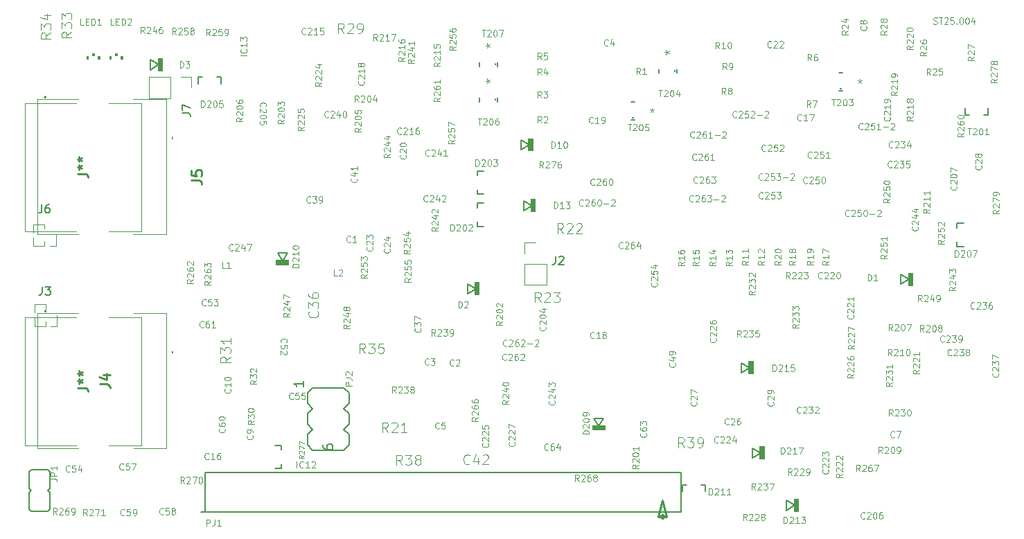
<source format=gbr>
%TF.GenerationSoftware,KiCad,Pcbnew,(5.1.6)-1*%
%TF.CreationDate,2021-06-14T09:51:15+02:00*%
%TF.ProjectId,ST25.004,53543235-2e30-4303-942e-6b696361645f,rev?*%
%TF.SameCoordinates,Original*%
%TF.FileFunction,Legend,Top*%
%TF.FilePolarity,Positive*%
%FSLAX46Y46*%
G04 Gerber Fmt 4.6, Leading zero omitted, Abs format (unit mm)*
G04 Created by KiCad (PCBNEW (5.1.6)-1) date 2021-06-14 09:51:15*
%MOMM*%
%LPD*%
G01*
G04 APERTURE LIST*
%ADD10C,0.065024*%
%ADD11C,0.100000*%
%ADD12C,0.200000*%
%ADD13C,0.120000*%
%ADD14C,0.203200*%
%ADD15C,0.152400*%
%ADD16C,0.127000*%
%ADD17C,0.609600*%
%ADD18C,0.254000*%
%ADD19C,0.150000*%
%ADD20C,0.061772*%
%ADD21C,0.101600*%
%ADD22C,0.096520*%
%ADD23C,0.077216*%
%ADD24C,0.076200*%
G04 APERTURE END LIST*
D10*
X198055343Y-75491460D02*
X198165652Y-75528230D01*
X198349499Y-75528230D01*
X198423038Y-75491460D01*
X198459808Y-75454691D01*
X198496577Y-75381152D01*
X198496577Y-75307613D01*
X198459808Y-75234074D01*
X198423038Y-75197304D01*
X198349499Y-75160535D01*
X198202421Y-75123765D01*
X198128882Y-75086996D01*
X198092113Y-75050226D01*
X198055343Y-74976687D01*
X198055343Y-74903148D01*
X198092113Y-74829609D01*
X198128882Y-74792840D01*
X198202421Y-74756070D01*
X198386269Y-74756070D01*
X198496577Y-74792840D01*
X198717195Y-74756070D02*
X199158429Y-74756070D01*
X198937812Y-75528230D02*
X198937812Y-74756070D01*
X199379046Y-74829609D02*
X199415816Y-74792840D01*
X199489355Y-74756070D01*
X199673202Y-74756070D01*
X199746741Y-74792840D01*
X199783511Y-74829609D01*
X199820280Y-74903148D01*
X199820280Y-74976687D01*
X199783511Y-75086996D01*
X199342277Y-75528230D01*
X199820280Y-75528230D01*
X200518901Y-74756070D02*
X200151206Y-74756070D01*
X200114437Y-75123765D01*
X200151206Y-75086996D01*
X200224745Y-75050226D01*
X200408593Y-75050226D01*
X200482132Y-75086996D01*
X200518901Y-75123765D01*
X200555671Y-75197304D01*
X200555671Y-75381152D01*
X200518901Y-75454691D01*
X200482132Y-75491460D01*
X200408593Y-75528230D01*
X200224745Y-75528230D01*
X200151206Y-75491460D01*
X200114437Y-75454691D01*
X200886597Y-75454691D02*
X200923366Y-75491460D01*
X200886597Y-75528230D01*
X200849827Y-75491460D01*
X200886597Y-75454691D01*
X200886597Y-75528230D01*
X201401370Y-74756070D02*
X201474909Y-74756070D01*
X201548448Y-74792840D01*
X201585217Y-74829609D01*
X201621987Y-74903148D01*
X201658757Y-75050226D01*
X201658757Y-75234074D01*
X201621987Y-75381152D01*
X201585217Y-75454691D01*
X201548448Y-75491460D01*
X201474909Y-75528230D01*
X201401370Y-75528230D01*
X201327831Y-75491460D01*
X201291061Y-75454691D01*
X201254292Y-75381152D01*
X201217522Y-75234074D01*
X201217522Y-75050226D01*
X201254292Y-74903148D01*
X201291061Y-74829609D01*
X201327831Y-74792840D01*
X201401370Y-74756070D01*
X202136760Y-74756070D02*
X202210299Y-74756070D01*
X202283838Y-74792840D01*
X202320608Y-74829609D01*
X202357377Y-74903148D01*
X202394147Y-75050226D01*
X202394147Y-75234074D01*
X202357377Y-75381152D01*
X202320608Y-75454691D01*
X202283838Y-75491460D01*
X202210299Y-75528230D01*
X202136760Y-75528230D01*
X202063221Y-75491460D01*
X202026452Y-75454691D01*
X201989682Y-75381152D01*
X201952913Y-75234074D01*
X201952913Y-75050226D01*
X201989682Y-74903148D01*
X202026452Y-74829609D01*
X202063221Y-74792840D01*
X202136760Y-74756070D01*
X203055998Y-75013457D02*
X203055998Y-75528230D01*
X202872151Y-74719300D02*
X202688303Y-75270843D01*
X203166307Y-75270843D01*
D11*
%TO.C,J4*%
X87039611Y-127021408D02*
X93289611Y-127021408D01*
X97289611Y-127021408D02*
X101289611Y-127021408D01*
X101289611Y-111371408D02*
X97289611Y-111371408D01*
X87039611Y-111371408D02*
X87039611Y-127021408D01*
X101289611Y-127021408D02*
X101289611Y-111371408D01*
D12*
X89529611Y-110536408D02*
X89529611Y-110536408D01*
X89529611Y-110736408D02*
X89529611Y-110736408D01*
D11*
X93289611Y-111371408D02*
X87039611Y-111371408D01*
X88550000Y-127375000D02*
X88550000Y-110865000D01*
X88550000Y-110865000D02*
X88550000Y-110865000D01*
X88550000Y-110865000D02*
X88550000Y-127375000D01*
X88550000Y-127375000D02*
X88550000Y-127375000D01*
X104300000Y-110865000D02*
X104300000Y-127375000D01*
X104300000Y-127375000D02*
X104300000Y-127375000D01*
X104300000Y-127375000D02*
X104300000Y-110865000D01*
X104300000Y-110865000D02*
X104300000Y-110865000D01*
X93550000Y-127375000D02*
X93550000Y-127375000D01*
X93550000Y-127375000D02*
X88550000Y-127375000D01*
X88550000Y-127375000D02*
X88550000Y-127375000D01*
X88550000Y-127375000D02*
X93550000Y-127375000D01*
X88550000Y-110865000D02*
X88550000Y-110865000D01*
X88550000Y-110865000D02*
X93550000Y-110865000D01*
X93550000Y-110865000D02*
X93550000Y-110865000D01*
X93550000Y-110865000D02*
X88550000Y-110865000D01*
X100300000Y-110865000D02*
X100300000Y-110865000D01*
X100300000Y-110865000D02*
X104300000Y-110865000D01*
X104300000Y-110865000D02*
X104300000Y-110865000D01*
X104300000Y-110865000D02*
X100300000Y-110865000D01*
X104300000Y-127375000D02*
X104300000Y-127375000D01*
X104300000Y-127375000D02*
X100300000Y-127375000D01*
X100300000Y-127375000D02*
X100300000Y-127375000D01*
X100300000Y-127375000D02*
X104300000Y-127375000D01*
D12*
X105050000Y-115670000D02*
X105050000Y-115670000D01*
X105050000Y-115570000D02*
X105050000Y-115570000D01*
X105050000Y-115670000D02*
X105050000Y-115670000D01*
X89529611Y-110536408D02*
G75*
G02*
X89529611Y-110736408I0J-100000D01*
G01*
X89529611Y-110736408D02*
G75*
G02*
X89529611Y-110536408I0J100000D01*
G01*
X105050000Y-115570000D02*
G75*
G02*
X105050000Y-115670000I0J-50000D01*
G01*
X105050000Y-115670000D02*
G75*
G02*
X105050000Y-115570000I0J50000D01*
G01*
X105050000Y-115570000D02*
G75*
G02*
X105050000Y-115670000I0J-50000D01*
G01*
D11*
%TO.C,J5*%
X87005611Y-100859408D02*
X93255611Y-100859408D01*
X97255611Y-100859408D02*
X101255611Y-100859408D01*
X101255611Y-85209408D02*
X97255611Y-85209408D01*
X87005611Y-85209408D02*
X87005611Y-100859408D01*
X101255611Y-100859408D02*
X101255611Y-85209408D01*
D12*
X89495611Y-84374408D02*
X89495611Y-84374408D01*
X89495611Y-84574408D02*
X89495611Y-84574408D01*
D11*
X93255611Y-85209408D02*
X87005611Y-85209408D01*
X88516000Y-101213000D02*
X88516000Y-84703000D01*
X88516000Y-84703000D02*
X88516000Y-84703000D01*
X88516000Y-84703000D02*
X88516000Y-101213000D01*
X88516000Y-101213000D02*
X88516000Y-101213000D01*
X104266000Y-84703000D02*
X104266000Y-101213000D01*
X104266000Y-101213000D02*
X104266000Y-101213000D01*
X104266000Y-101213000D02*
X104266000Y-84703000D01*
X104266000Y-84703000D02*
X104266000Y-84703000D01*
X93516000Y-101213000D02*
X93516000Y-101213000D01*
X93516000Y-101213000D02*
X88516000Y-101213000D01*
X88516000Y-101213000D02*
X88516000Y-101213000D01*
X88516000Y-101213000D02*
X93516000Y-101213000D01*
X88516000Y-84703000D02*
X88516000Y-84703000D01*
X88516000Y-84703000D02*
X93516000Y-84703000D01*
X93516000Y-84703000D02*
X93516000Y-84703000D01*
X93516000Y-84703000D02*
X88516000Y-84703000D01*
X100266000Y-84703000D02*
X100266000Y-84703000D01*
X100266000Y-84703000D02*
X104266000Y-84703000D01*
X104266000Y-84703000D02*
X104266000Y-84703000D01*
X104266000Y-84703000D02*
X100266000Y-84703000D01*
X104266000Y-101213000D02*
X104266000Y-101213000D01*
X104266000Y-101213000D02*
X100266000Y-101213000D01*
X100266000Y-101213000D02*
X100266000Y-101213000D01*
X100266000Y-101213000D02*
X104266000Y-101213000D01*
D12*
X105016000Y-89508000D02*
X105016000Y-89508000D01*
X105016000Y-89408000D02*
X105016000Y-89408000D01*
X105016000Y-89508000D02*
X105016000Y-89508000D01*
X89495611Y-84374408D02*
G75*
G02*
X89495611Y-84574408I0J-100000D01*
G01*
X89495611Y-84574408D02*
G75*
G02*
X89495611Y-84374408I0J100000D01*
G01*
X105016000Y-89408000D02*
G75*
G02*
X105016000Y-89508000I0J-50000D01*
G01*
X105016000Y-89508000D02*
G75*
G02*
X105016000Y-89408000I0J50000D01*
G01*
X105016000Y-89408000D02*
G75*
G02*
X105016000Y-89508000I0J-50000D01*
G01*
D13*
%TO.C,J7*%
X107375000Y-81982000D02*
X107375000Y-83312000D01*
X106045000Y-81982000D02*
X107375000Y-81982000D01*
X104775000Y-81982000D02*
X104775000Y-84642000D01*
X104775000Y-84642000D02*
X102175000Y-84642000D01*
X104775000Y-81982000D02*
X102175000Y-81982000D01*
X102175000Y-81982000D02*
X102175000Y-84642000D01*
D14*
%TO.C,D3*%
X102370000Y-81118000D02*
X103370000Y-80518000D01*
X103370000Y-80518000D02*
X102370000Y-79918000D01*
X102370000Y-79918000D02*
X102370000Y-81118000D01*
D11*
G36*
X103860600Y-79730600D02*
G01*
X103251000Y-79730600D01*
X103251000Y-81305400D01*
X103860600Y-81305400D01*
X103860600Y-79730600D01*
G37*
D13*
%TO.C,J6*%
X90803000Y-101346000D02*
X90803000Y-102676000D01*
X90803000Y-102676000D02*
X90043000Y-102676000D01*
X89408000Y-102676000D02*
X88078000Y-102676000D01*
X88078000Y-101653530D02*
X88078000Y-102676000D01*
X88078000Y-100016000D02*
X88078000Y-101038470D01*
X89408000Y-100016000D02*
X88078000Y-100016000D01*
X89408000Y-102106000D02*
X89408000Y-102676000D01*
X89408000Y-100016000D02*
X89408000Y-100586000D01*
%TO.C,J3*%
X90930000Y-111125000D02*
X90930000Y-112455000D01*
X90930000Y-112455000D02*
X90170000Y-112455000D01*
X89535000Y-112455000D02*
X88205000Y-112455000D01*
X88205000Y-111432530D02*
X88205000Y-112455000D01*
X88205000Y-109795000D02*
X88205000Y-110817470D01*
X89535000Y-109795000D02*
X88205000Y-109795000D01*
X89535000Y-111885000D02*
X89535000Y-112455000D01*
X89535000Y-109795000D02*
X89535000Y-110365000D01*
D11*
%TO.C,D2*%
G36*
X142595600Y-107099100D02*
G01*
X141986000Y-107099100D01*
X141986000Y-108673900D01*
X142595600Y-108673900D01*
X142595600Y-107099100D01*
G37*
D14*
X141105000Y-107286500D02*
X141105000Y-108486500D01*
X142105000Y-107886500D02*
X141105000Y-107286500D01*
X141105000Y-108486500D02*
X142105000Y-107886500D01*
D13*
%TO.C,J2*%
X148085500Y-107438500D02*
X150745500Y-107438500D01*
X148085500Y-104838500D02*
X148085500Y-107438500D01*
X150745500Y-104838500D02*
X150745500Y-107438500D01*
X148085500Y-104838500D02*
X150745500Y-104838500D01*
X148085500Y-103568500D02*
X148085500Y-102238500D01*
X148085500Y-102238500D02*
X149415500Y-102238500D01*
D14*
%TO.C,D209*%
X156549600Y-123708400D02*
X157149600Y-124708400D01*
X157149600Y-124708400D02*
X157749600Y-123708400D01*
X157749600Y-123708400D02*
X156549600Y-123708400D01*
D11*
G36*
X157937000Y-125199000D02*
G01*
X157937000Y-124589400D01*
X156362200Y-124589400D01*
X156362200Y-125199000D01*
X157937000Y-125199000D01*
G37*
D14*
%TO.C,D215*%
X174569500Y-118138500D02*
X175569500Y-117538500D01*
X175569500Y-117538500D02*
X174569500Y-116938500D01*
X174569500Y-116938500D02*
X174569500Y-118138500D01*
D11*
G36*
X176060100Y-116751100D02*
G01*
X175450500Y-116751100D01*
X175450500Y-118325900D01*
X176060100Y-118325900D01*
X176060100Y-116751100D01*
G37*
D15*
%TO.C,PJ1*%
X108564600Y-135159600D02*
X166730600Y-135159600D01*
D16*
X167238600Y-130333600D02*
X167238600Y-135159600D01*
D17*
X164952600Y-135667600D02*
X164952600Y-135794600D01*
D18*
X165460600Y-135794600D02*
X164952600Y-133762600D01*
X164444600Y-135794600D02*
X165460600Y-135794600D01*
X164952600Y-133762600D02*
X164444600Y-135794600D01*
D15*
X166730600Y-135159600D02*
X167238600Y-135159600D01*
X109072600Y-135159600D02*
X166730600Y-135159600D01*
X109072600Y-130333600D02*
X109072600Y-135159600D01*
X167238600Y-130333600D02*
X109072600Y-130333600D01*
D14*
%TO.C,D217*%
X175928200Y-128552500D02*
X176928200Y-127952500D01*
X176928200Y-127952500D02*
X175928200Y-127352500D01*
X175928200Y-127352500D02*
X175928200Y-128552500D01*
D11*
G36*
X177418800Y-127165100D02*
G01*
X176809200Y-127165100D01*
X176809200Y-128739900D01*
X177418800Y-128739900D01*
X177418800Y-127165100D01*
G37*
D14*
%TO.C,D213*%
X180094000Y-134966000D02*
X181094000Y-134366000D01*
X181094000Y-134366000D02*
X180094000Y-133766000D01*
X180094000Y-133766000D02*
X180094000Y-134966000D01*
D11*
G36*
X181584600Y-133578600D02*
G01*
X180975000Y-133578600D01*
X180975000Y-135153400D01*
X181584600Y-135153400D01*
X181584600Y-133578600D01*
G37*
D14*
%TO.C,D210*%
X117891000Y-103513000D02*
X118491000Y-104513000D01*
X118491000Y-104513000D02*
X119091000Y-103513000D01*
X119091000Y-103513000D02*
X117891000Y-103513000D01*
D11*
G36*
X119278400Y-105003600D02*
G01*
X119278400Y-104394000D01*
X117703600Y-104394000D01*
X117703600Y-105003600D01*
X119278400Y-105003600D01*
G37*
D15*
%TO.C,D211*%
X167335000Y-132666600D02*
X167335000Y-131853800D01*
X167335000Y-131853800D02*
X167893800Y-131853800D01*
X170179800Y-131853800D02*
X170179800Y-132666600D01*
X169621000Y-131853800D02*
X170179800Y-131853800D01*
%TO.C,D207*%
X201752400Y-102745400D02*
X200939600Y-102745400D01*
X200939600Y-102745400D02*
X200939600Y-102186600D01*
X200939600Y-99900600D02*
X201752400Y-99900600D01*
X200939600Y-100459400D02*
X200939600Y-99900600D01*
%TO.C,D202*%
X143090900Y-100291900D02*
X142278100Y-100291900D01*
X142278100Y-100291900D02*
X142278100Y-99733100D01*
X142278100Y-97447100D02*
X143090900Y-97447100D01*
X142278100Y-98005900D02*
X142278100Y-97447100D01*
%TO.C,D203*%
X143090900Y-96354900D02*
X142278100Y-96354900D01*
X142278100Y-96354900D02*
X142278100Y-95796100D01*
X142278100Y-93510100D02*
X143090900Y-93510100D01*
X142278100Y-94068900D02*
X142278100Y-93510100D01*
%TO.C,D205*%
X108178600Y-82829400D02*
X108178600Y-82016600D01*
X108178600Y-82016600D02*
X108737400Y-82016600D01*
X111023400Y-82016600D02*
X111023400Y-82829400D01*
X110464600Y-82016600D02*
X111023400Y-82016600D01*
%TO.C,IC12*%
X117551200Y-127012700D02*
X118364000Y-127012700D01*
X118364000Y-127012700D02*
X118364000Y-127571500D01*
X118364000Y-129857500D02*
X117551200Y-129857500D01*
X118364000Y-129298700D02*
X118364000Y-129857500D01*
%TO.C,PJ2*%
X121539000Y-125730000D02*
X122174000Y-125095000D01*
X121539000Y-127000000D02*
X121539000Y-125730000D01*
X122174000Y-127635000D02*
X121539000Y-127000000D01*
X121539000Y-121920000D02*
X121539000Y-120650000D01*
X122174000Y-120015000D02*
X121539000Y-120650000D01*
X125984000Y-120015000D02*
X122174000Y-120015000D01*
X121539000Y-123190000D02*
X122174000Y-122555000D01*
X121539000Y-124460000D02*
X121539000Y-123190000D01*
X122174000Y-125095000D02*
X121539000Y-124460000D01*
X122174000Y-122555000D02*
X121539000Y-121920000D01*
X125984000Y-127635000D02*
X122174000Y-127635000D01*
X126619000Y-127000000D02*
X125984000Y-127635000D01*
X126619000Y-125730000D02*
X126619000Y-127000000D01*
X125984000Y-125095000D02*
X126619000Y-125730000D01*
X126619000Y-120650000D02*
X125984000Y-120015000D01*
X126619000Y-124460000D02*
X125984000Y-125095000D01*
X126619000Y-123190000D02*
X126619000Y-124460000D01*
X125984000Y-122555000D02*
X126619000Y-123190000D01*
X126619000Y-121920000D02*
X125984000Y-122555000D01*
X126619000Y-120650000D02*
X126619000Y-121920000D01*
%TO.C,JP1*%
X89816000Y-132592000D02*
X90070000Y-132846000D01*
X89816000Y-132592000D02*
X90070000Y-132338000D01*
X87784000Y-132592000D02*
X87530000Y-132846000D01*
X87784000Y-132592000D02*
X87530000Y-132338000D01*
X87530000Y-132338000D02*
X87530000Y-130306000D01*
X87784000Y-130052000D02*
X87530000Y-130306000D01*
X87530000Y-134878000D02*
X87784000Y-135132000D01*
X87530000Y-134878000D02*
X87530000Y-132846000D01*
X87784000Y-135132000D02*
X89816000Y-135132000D01*
X90070000Y-134878000D02*
X89816000Y-135132000D01*
X90070000Y-134878000D02*
X90070000Y-132846000D01*
X90070000Y-132338000D02*
X90070000Y-130306000D01*
X89816000Y-130052000D02*
X90070000Y-130306000D01*
X89816000Y-130052000D02*
X87784000Y-130052000D01*
D14*
%TO.C,D10*%
X147645500Y-90897000D02*
X148645500Y-90297000D01*
X148645500Y-90297000D02*
X147645500Y-89697000D01*
X147645500Y-89697000D02*
X147645500Y-90897000D01*
D11*
G36*
X149136100Y-89509600D02*
G01*
X148526500Y-89509600D01*
X148526500Y-91084400D01*
X149136100Y-91084400D01*
X149136100Y-89509600D01*
G37*
D14*
%TO.C,D13*%
X147963000Y-98326500D02*
X148963000Y-97726500D01*
X148963000Y-97726500D02*
X147963000Y-97126500D01*
X147963000Y-97126500D02*
X147963000Y-98326500D01*
D11*
G36*
X149453600Y-96939100D02*
G01*
X148844000Y-96939100D01*
X148844000Y-98513900D01*
X149453600Y-98513900D01*
X149453600Y-96939100D01*
G37*
D14*
%TO.C,D1*%
X194073000Y-107358600D02*
X195073000Y-106758600D01*
X195073000Y-106758600D02*
X194073000Y-106158600D01*
X194073000Y-106158600D02*
X194073000Y-107358600D01*
D11*
G36*
X195563600Y-105971200D02*
G01*
X194954000Y-105971200D01*
X194954000Y-107546000D01*
X195563600Y-107546000D01*
X195563600Y-105971200D01*
G37*
D15*
%TO.C,T201*%
X204722400Y-85847600D02*
X204722400Y-86660400D01*
X204722400Y-86660400D02*
X204163600Y-86660400D01*
X201877600Y-86660400D02*
X201877600Y-85847600D01*
X202436400Y-86660400D02*
X201877600Y-86660400D01*
%TO.C,T203*%
X186969200Y-81536400D02*
X186512000Y-81536400D01*
X186512000Y-83720800D02*
X186969200Y-83720800D01*
X186816800Y-83441399D02*
G75*
G03*
X186664400Y-83441400I-76200J-257247D01*
G01*
%TO.C,T204*%
X164515800Y-81051400D02*
X164515800Y-81508600D01*
X166700200Y-81508600D02*
X166700200Y-81051400D01*
X166420799Y-81203800D02*
G75*
G03*
X166420800Y-81356200I257247J-76200D01*
G01*
%TO.C,T205*%
X161569200Y-85092400D02*
X161112000Y-85092400D01*
X161112000Y-87276800D02*
X161569200Y-87276800D01*
X161416800Y-86997399D02*
G75*
G03*
X161264400Y-86997400I-76200J-257247D01*
G01*
%TO.C,T206*%
X142595400Y-84559000D02*
X142595400Y-85016200D01*
X144779800Y-85016200D02*
X144779800Y-84559000D01*
X144500399Y-84711400D02*
G75*
G03*
X144500400Y-84863800I257247J-76200D01*
G01*
%TO.C,T207*%
X142595400Y-80241000D02*
X142595400Y-80698200D01*
X144779800Y-80698200D02*
X144779800Y-80241000D01*
X144500399Y-80393400D02*
G75*
G03*
X144500400Y-80545800I257247J-76200D01*
G01*
D11*
%TO.C,LED1*%
G36*
X96227000Y-79471000D02*
G01*
X95902000Y-79471000D01*
X95902000Y-79896000D01*
X96227000Y-79896000D01*
X96227000Y-79471000D01*
G37*
G36*
X94852000Y-79471000D02*
G01*
X94527000Y-79471000D01*
X94527000Y-79896000D01*
X94852000Y-79896000D01*
X94852000Y-79471000D01*
G37*
G36*
X95552000Y-79121000D02*
G01*
X95202000Y-79121000D01*
X95202000Y-79471000D01*
X95552000Y-79471000D01*
X95552000Y-79121000D01*
G37*
%TO.C,LED2*%
G36*
X99021000Y-79471000D02*
G01*
X98696000Y-79471000D01*
X98696000Y-79896000D01*
X99021000Y-79896000D01*
X99021000Y-79471000D01*
G37*
G36*
X97646000Y-79471000D02*
G01*
X97321000Y-79471000D01*
X97321000Y-79896000D01*
X97646000Y-79896000D01*
X97646000Y-79471000D01*
G37*
G36*
X98346000Y-79121000D02*
G01*
X97996000Y-79121000D01*
X97996000Y-79471000D01*
X98346000Y-79471000D01*
X98346000Y-79121000D01*
G37*
%TO.C,J4*%
D18*
X96129523Y-119543333D02*
X97036666Y-119543333D01*
X97218095Y-119603809D01*
X97339047Y-119724761D01*
X97399523Y-119906190D01*
X97399523Y-120027142D01*
X96552857Y-118394285D02*
X97399523Y-118394285D01*
X96069047Y-118696666D02*
X96976190Y-118999047D01*
X96976190Y-118212857D01*
X93469134Y-119982598D02*
X94376277Y-119982598D01*
X94557706Y-120043074D01*
X94678658Y-120164027D01*
X94739134Y-120345455D01*
X94739134Y-120466408D01*
X93469134Y-119196408D02*
X93771515Y-119196408D01*
X93650563Y-119498788D02*
X93771515Y-119196408D01*
X93650563Y-118894027D01*
X94013420Y-119377836D02*
X93771515Y-119196408D01*
X94013420Y-119014979D01*
X93469134Y-118228788D02*
X93771515Y-118228788D01*
X93650563Y-118531169D02*
X93771515Y-118228788D01*
X93650563Y-117926408D01*
X94013420Y-118410217D02*
X93771515Y-118228788D01*
X94013420Y-118047360D01*
%TO.C,J5*%
X107381523Y-94657333D02*
X108288666Y-94657333D01*
X108470095Y-94717809D01*
X108591047Y-94838761D01*
X108651523Y-95020190D01*
X108651523Y-95141142D01*
X107381523Y-93447809D02*
X107381523Y-94052571D01*
X107986285Y-94113047D01*
X107925809Y-94052571D01*
X107865333Y-93931619D01*
X107865333Y-93629238D01*
X107925809Y-93508285D01*
X107986285Y-93447809D01*
X108107238Y-93387333D01*
X108409619Y-93387333D01*
X108530571Y-93447809D01*
X108591047Y-93508285D01*
X108651523Y-93629238D01*
X108651523Y-93931619D01*
X108591047Y-94052571D01*
X108530571Y-94113047D01*
X93435134Y-93820598D02*
X94342277Y-93820598D01*
X94523706Y-93881074D01*
X94644658Y-94002027D01*
X94705134Y-94183455D01*
X94705134Y-94304408D01*
X93435134Y-93034408D02*
X93737515Y-93034408D01*
X93616563Y-93336788D02*
X93737515Y-93034408D01*
X93616563Y-92732027D01*
X93979420Y-93215836D02*
X93737515Y-93034408D01*
X93979420Y-92852979D01*
X93435134Y-92066788D02*
X93737515Y-92066788D01*
X93616563Y-92369169D02*
X93737515Y-92066788D01*
X93616563Y-91764408D01*
X93979420Y-92248217D02*
X93737515Y-92066788D01*
X93979420Y-91885360D01*
%TO.C,J7*%
D19*
X106259380Y-86439333D02*
X106973666Y-86439333D01*
X107116523Y-86486952D01*
X107211761Y-86582190D01*
X107259380Y-86725047D01*
X107259380Y-86820285D01*
X106259380Y-86058380D02*
X106259380Y-85391714D01*
X107259380Y-85820285D01*
%TO.C,C4*%
D20*
X158272233Y-78121691D02*
X158235464Y-78158460D01*
X158125155Y-78195230D01*
X158051616Y-78195230D01*
X157941307Y-78158460D01*
X157867768Y-78084921D01*
X157830999Y-78011382D01*
X157794229Y-77864304D01*
X157794229Y-77753996D01*
X157830999Y-77606918D01*
X157867768Y-77533379D01*
X157941307Y-77459840D01*
X158051616Y-77423070D01*
X158125155Y-77423070D01*
X158235464Y-77459840D01*
X158272233Y-77496609D01*
X158934085Y-77680457D02*
X158934085Y-78195230D01*
X158750237Y-77386300D02*
X158566389Y-77937843D01*
X159044393Y-77937843D01*
%TO.C,R35*%
D21*
X128597055Y-115766547D02*
X128194888Y-115192023D01*
X127907626Y-115766547D02*
X127907626Y-114560047D01*
X128367245Y-114560047D01*
X128482150Y-114617500D01*
X128539602Y-114674952D01*
X128597055Y-114789857D01*
X128597055Y-114962214D01*
X128539602Y-115077119D01*
X128482150Y-115134571D01*
X128367245Y-115192023D01*
X127907626Y-115192023D01*
X128999221Y-114560047D02*
X129746102Y-114560047D01*
X129343936Y-115019666D01*
X129516293Y-115019666D01*
X129631198Y-115077119D01*
X129688650Y-115134571D01*
X129746102Y-115249476D01*
X129746102Y-115536738D01*
X129688650Y-115651642D01*
X129631198Y-115709095D01*
X129516293Y-115766547D01*
X129171579Y-115766547D01*
X129056674Y-115709095D01*
X128999221Y-115651642D01*
X130837698Y-114560047D02*
X130263174Y-114560047D01*
X130205721Y-115134571D01*
X130263174Y-115077119D01*
X130378079Y-115019666D01*
X130665340Y-115019666D01*
X130780245Y-115077119D01*
X130837698Y-115134571D01*
X130895150Y-115249476D01*
X130895150Y-115536738D01*
X130837698Y-115651642D01*
X130780245Y-115709095D01*
X130665340Y-115766547D01*
X130378079Y-115766547D01*
X130263174Y-115709095D01*
X130205721Y-115651642D01*
%TO.C,R21*%
X131391055Y-125418547D02*
X130988888Y-124844023D01*
X130701626Y-125418547D02*
X130701626Y-124212047D01*
X131161245Y-124212047D01*
X131276150Y-124269500D01*
X131333602Y-124326952D01*
X131391055Y-124441857D01*
X131391055Y-124614214D01*
X131333602Y-124729119D01*
X131276150Y-124786571D01*
X131161245Y-124844023D01*
X130701626Y-124844023D01*
X131850674Y-124326952D02*
X131908126Y-124269500D01*
X132023031Y-124212047D01*
X132310293Y-124212047D01*
X132425198Y-124269500D01*
X132482650Y-124326952D01*
X132540102Y-124441857D01*
X132540102Y-124556761D01*
X132482650Y-124729119D01*
X131793221Y-125418547D01*
X132540102Y-125418547D01*
X133689150Y-125418547D02*
X132999721Y-125418547D01*
X133344436Y-125418547D02*
X133344436Y-124212047D01*
X133229531Y-124384404D01*
X133114626Y-124499309D01*
X132999721Y-124556761D01*
%TO.C,C247*%
D20*
X112425233Y-103140691D02*
X112388464Y-103177460D01*
X112278155Y-103214230D01*
X112204616Y-103214230D01*
X112094307Y-103177460D01*
X112020768Y-103103921D01*
X111983999Y-103030382D01*
X111947229Y-102883304D01*
X111947229Y-102772996D01*
X111983999Y-102625918D01*
X112020768Y-102552379D01*
X112094307Y-102478840D01*
X112204616Y-102442070D01*
X112278155Y-102442070D01*
X112388464Y-102478840D01*
X112425233Y-102515609D01*
X112719389Y-102515609D02*
X112756159Y-102478840D01*
X112829698Y-102442070D01*
X113013546Y-102442070D01*
X113087085Y-102478840D01*
X113123854Y-102515609D01*
X113160624Y-102589148D01*
X113160624Y-102662687D01*
X113123854Y-102772996D01*
X112682620Y-103214230D01*
X113160624Y-103214230D01*
X113822475Y-102699457D02*
X113822475Y-103214230D01*
X113638627Y-102405300D02*
X113454780Y-102956843D01*
X113932784Y-102956843D01*
X114153401Y-102442070D02*
X114668174Y-102442070D01*
X114337248Y-103214230D01*
%TO.C,C244*%
X196104691Y-100310401D02*
X196141460Y-100347170D01*
X196178230Y-100457479D01*
X196178230Y-100531018D01*
X196141460Y-100641327D01*
X196067921Y-100714866D01*
X195994382Y-100751635D01*
X195847304Y-100788405D01*
X195736996Y-100788405D01*
X195589918Y-100751635D01*
X195516379Y-100714866D01*
X195442840Y-100641327D01*
X195406070Y-100531018D01*
X195406070Y-100457479D01*
X195442840Y-100347170D01*
X195479609Y-100310401D01*
X195479609Y-100016245D02*
X195442840Y-99979475D01*
X195406070Y-99905936D01*
X195406070Y-99722088D01*
X195442840Y-99648549D01*
X195479609Y-99611780D01*
X195553148Y-99575010D01*
X195626687Y-99575010D01*
X195736996Y-99611780D01*
X196178230Y-100053014D01*
X196178230Y-99575010D01*
X195663457Y-98913159D02*
X196178230Y-98913159D01*
X195369300Y-99097007D02*
X195920843Y-99280854D01*
X195920843Y-98802850D01*
X195663457Y-98177768D02*
X196178230Y-98177768D01*
X195369300Y-98361616D02*
X195920843Y-98545464D01*
X195920843Y-98067460D01*
%TO.C,C61*%
X108831989Y-112538691D02*
X108795219Y-112575460D01*
X108684911Y-112612230D01*
X108611372Y-112612230D01*
X108501063Y-112575460D01*
X108427524Y-112501921D01*
X108390754Y-112428382D01*
X108353985Y-112281304D01*
X108353985Y-112170996D01*
X108390754Y-112023918D01*
X108427524Y-111950379D01*
X108501063Y-111876840D01*
X108611372Y-111840070D01*
X108684911Y-111840070D01*
X108795219Y-111876840D01*
X108831989Y-111913609D01*
X109493840Y-111840070D02*
X109346762Y-111840070D01*
X109273223Y-111876840D01*
X109236453Y-111913609D01*
X109162914Y-112023918D01*
X109126145Y-112170996D01*
X109126145Y-112465152D01*
X109162914Y-112538691D01*
X109199684Y-112575460D01*
X109273223Y-112612230D01*
X109420301Y-112612230D01*
X109493840Y-112575460D01*
X109530610Y-112538691D01*
X109567379Y-112465152D01*
X109567379Y-112281304D01*
X109530610Y-112207765D01*
X109493840Y-112170996D01*
X109420301Y-112134226D01*
X109273223Y-112134226D01*
X109199684Y-112170996D01*
X109162914Y-112207765D01*
X109126145Y-112281304D01*
X110302770Y-112612230D02*
X109861535Y-112612230D01*
X110082152Y-112612230D02*
X110082152Y-111840070D01*
X110008613Y-111950379D01*
X109935074Y-112023918D01*
X109861535Y-112060687D01*
%TO.C,C60*%
X111395691Y-124975010D02*
X111432460Y-125011780D01*
X111469230Y-125122088D01*
X111469230Y-125195627D01*
X111432460Y-125305936D01*
X111358921Y-125379475D01*
X111285382Y-125416245D01*
X111138304Y-125453014D01*
X111027996Y-125453014D01*
X110880918Y-125416245D01*
X110807379Y-125379475D01*
X110733840Y-125305936D01*
X110697070Y-125195627D01*
X110697070Y-125122088D01*
X110733840Y-125011780D01*
X110770609Y-124975010D01*
X110697070Y-124313159D02*
X110697070Y-124460237D01*
X110733840Y-124533776D01*
X110770609Y-124570546D01*
X110880918Y-124644085D01*
X111027996Y-124680854D01*
X111322152Y-124680854D01*
X111395691Y-124644085D01*
X111432460Y-124607315D01*
X111469230Y-124533776D01*
X111469230Y-124386698D01*
X111432460Y-124313159D01*
X111395691Y-124276389D01*
X111322152Y-124239620D01*
X111138304Y-124239620D01*
X111064765Y-124276389D01*
X111027996Y-124313159D01*
X110991226Y-124386698D01*
X110991226Y-124533776D01*
X111027996Y-124607315D01*
X111064765Y-124644085D01*
X111138304Y-124680854D01*
X110697070Y-123761616D02*
X110697070Y-123688077D01*
X110733840Y-123614538D01*
X110770609Y-123577768D01*
X110844148Y-123540999D01*
X110991226Y-123504229D01*
X111175074Y-123504229D01*
X111322152Y-123540999D01*
X111395691Y-123577768D01*
X111432460Y-123614538D01*
X111469230Y-123688077D01*
X111469230Y-123761616D01*
X111432460Y-123835155D01*
X111395691Y-123871925D01*
X111322152Y-123908694D01*
X111175074Y-123945464D01*
X110991226Y-123945464D01*
X110844148Y-123908694D01*
X110770609Y-123871925D01*
X110733840Y-123835155D01*
X110697070Y-123761616D01*
%TO.C,C58*%
X103916233Y-135398691D02*
X103879464Y-135435460D01*
X103769155Y-135472230D01*
X103695616Y-135472230D01*
X103585307Y-135435460D01*
X103511768Y-135361921D01*
X103474999Y-135288382D01*
X103438229Y-135141304D01*
X103438229Y-135030996D01*
X103474999Y-134883918D01*
X103511768Y-134810379D01*
X103585307Y-134736840D01*
X103695616Y-134700070D01*
X103769155Y-134700070D01*
X103879464Y-134736840D01*
X103916233Y-134773609D01*
X104614854Y-134700070D02*
X104247159Y-134700070D01*
X104210389Y-135067765D01*
X104247159Y-135030996D01*
X104320698Y-134994226D01*
X104504546Y-134994226D01*
X104578085Y-135030996D01*
X104614854Y-135067765D01*
X104651624Y-135141304D01*
X104651624Y-135325152D01*
X104614854Y-135398691D01*
X104578085Y-135435460D01*
X104504546Y-135472230D01*
X104320698Y-135472230D01*
X104247159Y-135435460D01*
X104210389Y-135398691D01*
X105092858Y-135030996D02*
X105019319Y-134994226D01*
X104982549Y-134957457D01*
X104945780Y-134883918D01*
X104945780Y-134847148D01*
X104982549Y-134773609D01*
X105019319Y-134736840D01*
X105092858Y-134700070D01*
X105239936Y-134700070D01*
X105313475Y-134736840D01*
X105350245Y-134773609D01*
X105387014Y-134847148D01*
X105387014Y-134883918D01*
X105350245Y-134957457D01*
X105313475Y-134994226D01*
X105239936Y-135030996D01*
X105092858Y-135030996D01*
X105019319Y-135067765D01*
X104982549Y-135104535D01*
X104945780Y-135178074D01*
X104945780Y-135325152D01*
X104982549Y-135398691D01*
X105019319Y-135435460D01*
X105092858Y-135472230D01*
X105239936Y-135472230D01*
X105313475Y-135435460D01*
X105350245Y-135398691D01*
X105387014Y-135325152D01*
X105387014Y-135178074D01*
X105350245Y-135104535D01*
X105313475Y-135067765D01*
X105239936Y-135030996D01*
%TO.C,C57*%
X99052989Y-129937691D02*
X99016219Y-129974460D01*
X98905911Y-130011230D01*
X98832372Y-130011230D01*
X98722063Y-129974460D01*
X98648524Y-129900921D01*
X98611754Y-129827382D01*
X98574985Y-129680304D01*
X98574985Y-129569996D01*
X98611754Y-129422918D01*
X98648524Y-129349379D01*
X98722063Y-129275840D01*
X98832372Y-129239070D01*
X98905911Y-129239070D01*
X99016219Y-129275840D01*
X99052989Y-129312609D01*
X99751610Y-129239070D02*
X99383914Y-129239070D01*
X99347145Y-129606765D01*
X99383914Y-129569996D01*
X99457453Y-129533226D01*
X99641301Y-129533226D01*
X99714840Y-129569996D01*
X99751610Y-129606765D01*
X99788379Y-129680304D01*
X99788379Y-129864152D01*
X99751610Y-129937691D01*
X99714840Y-129974460D01*
X99641301Y-130011230D01*
X99457453Y-130011230D01*
X99383914Y-129974460D01*
X99347145Y-129937691D01*
X100045766Y-129239070D02*
X100560539Y-129239070D01*
X100229613Y-130011230D01*
%TO.C,C54*%
X92486233Y-130191691D02*
X92449464Y-130228460D01*
X92339155Y-130265230D01*
X92265616Y-130265230D01*
X92155307Y-130228460D01*
X92081768Y-130154921D01*
X92044999Y-130081382D01*
X92008229Y-129934304D01*
X92008229Y-129823996D01*
X92044999Y-129676918D01*
X92081768Y-129603379D01*
X92155307Y-129529840D01*
X92265616Y-129493070D01*
X92339155Y-129493070D01*
X92449464Y-129529840D01*
X92486233Y-129566609D01*
X93184854Y-129493070D02*
X92817159Y-129493070D01*
X92780389Y-129860765D01*
X92817159Y-129823996D01*
X92890698Y-129787226D01*
X93074546Y-129787226D01*
X93148085Y-129823996D01*
X93184854Y-129860765D01*
X93221624Y-129934304D01*
X93221624Y-130118152D01*
X93184854Y-130191691D01*
X93148085Y-130228460D01*
X93074546Y-130265230D01*
X92890698Y-130265230D01*
X92817159Y-130228460D01*
X92780389Y-130191691D01*
X93883475Y-129750457D02*
X93883475Y-130265230D01*
X93699627Y-129456300D02*
X93515780Y-130007843D01*
X93993784Y-130007843D01*
%TO.C,C52*%
X118347308Y-114457233D02*
X118310539Y-114420464D01*
X118273769Y-114310155D01*
X118273769Y-114236616D01*
X118310539Y-114126307D01*
X118384078Y-114052768D01*
X118457617Y-114015999D01*
X118604695Y-113979229D01*
X118715003Y-113979229D01*
X118862081Y-114015999D01*
X118935620Y-114052768D01*
X119009160Y-114126307D01*
X119045929Y-114236616D01*
X119045929Y-114310155D01*
X119009160Y-114420464D01*
X118972390Y-114457233D01*
X119045929Y-115155854D02*
X119045929Y-114788159D01*
X118678234Y-114751389D01*
X118715003Y-114788159D01*
X118751773Y-114861698D01*
X118751773Y-115045546D01*
X118715003Y-115119085D01*
X118678234Y-115155854D01*
X118604695Y-115192624D01*
X118420847Y-115192624D01*
X118347308Y-115155854D01*
X118310539Y-115119085D01*
X118273769Y-115045546D01*
X118273769Y-114861698D01*
X118310539Y-114788159D01*
X118347308Y-114751389D01*
X118972390Y-115486780D02*
X119009160Y-115523549D01*
X119045929Y-115597088D01*
X119045929Y-115780936D01*
X119009160Y-115854475D01*
X118972390Y-115891245D01*
X118898851Y-115928014D01*
X118825312Y-115928014D01*
X118715003Y-115891245D01*
X118273769Y-115450010D01*
X118273769Y-115928014D01*
%TO.C,C39*%
X121912989Y-97298691D02*
X121876219Y-97335460D01*
X121765911Y-97372230D01*
X121692372Y-97372230D01*
X121582063Y-97335460D01*
X121508524Y-97261921D01*
X121471754Y-97188382D01*
X121434985Y-97041304D01*
X121434985Y-96930996D01*
X121471754Y-96783918D01*
X121508524Y-96710379D01*
X121582063Y-96636840D01*
X121692372Y-96600070D01*
X121765911Y-96600070D01*
X121876219Y-96636840D01*
X121912989Y-96673609D01*
X122170375Y-96600070D02*
X122648379Y-96600070D01*
X122390992Y-96894226D01*
X122501301Y-96894226D01*
X122574840Y-96930996D01*
X122611610Y-96967765D01*
X122648379Y-97041304D01*
X122648379Y-97225152D01*
X122611610Y-97298691D01*
X122574840Y-97335460D01*
X122501301Y-97372230D01*
X122280684Y-97372230D01*
X122207145Y-97335460D01*
X122170375Y-97298691D01*
X123016074Y-97372230D02*
X123163152Y-97372230D01*
X123236692Y-97335460D01*
X123273461Y-97298691D01*
X123347000Y-97188382D01*
X123383770Y-97041304D01*
X123383770Y-96747148D01*
X123347000Y-96673609D01*
X123310231Y-96636840D01*
X123236692Y-96600070D01*
X123089613Y-96600070D01*
X123016074Y-96636840D01*
X122979305Y-96673609D01*
X122942535Y-96747148D01*
X122942535Y-96930996D01*
X122979305Y-97004535D01*
X123016074Y-97041304D01*
X123089613Y-97078074D01*
X123236692Y-97078074D01*
X123310231Y-97041304D01*
X123347000Y-97004535D01*
X123383770Y-96930996D01*
%TO.C,C205*%
X115807308Y-85628233D02*
X115770539Y-85591464D01*
X115733769Y-85481155D01*
X115733769Y-85407616D01*
X115770539Y-85297307D01*
X115844078Y-85223768D01*
X115917617Y-85186999D01*
X116064695Y-85150229D01*
X116175003Y-85150229D01*
X116322081Y-85186999D01*
X116395620Y-85223768D01*
X116469160Y-85297307D01*
X116505929Y-85407616D01*
X116505929Y-85481155D01*
X116469160Y-85591464D01*
X116432390Y-85628233D01*
X116432390Y-85922389D02*
X116469160Y-85959159D01*
X116505929Y-86032698D01*
X116505929Y-86216546D01*
X116469160Y-86290085D01*
X116432390Y-86326854D01*
X116358851Y-86363624D01*
X116285312Y-86363624D01*
X116175003Y-86326854D01*
X115733769Y-85885620D01*
X115733769Y-86363624D01*
X116505929Y-86841627D02*
X116505929Y-86915167D01*
X116469160Y-86988706D01*
X116432390Y-87025475D01*
X116358851Y-87062245D01*
X116211773Y-87099014D01*
X116027925Y-87099014D01*
X115880847Y-87062245D01*
X115807308Y-87025475D01*
X115770539Y-86988706D01*
X115733769Y-86915167D01*
X115733769Y-86841627D01*
X115770539Y-86768088D01*
X115807308Y-86731319D01*
X115880847Y-86694549D01*
X116027925Y-86657780D01*
X116211773Y-86657780D01*
X116358851Y-86694549D01*
X116432390Y-86731319D01*
X116469160Y-86768088D01*
X116505929Y-86841627D01*
X116505929Y-87797635D02*
X116505929Y-87429940D01*
X116138234Y-87393170D01*
X116175003Y-87429940D01*
X116211773Y-87503479D01*
X116211773Y-87687327D01*
X116175003Y-87760866D01*
X116138234Y-87797635D01*
X116064695Y-87834405D01*
X115880847Y-87834405D01*
X115807308Y-87797635D01*
X115770539Y-87760866D01*
X115733769Y-87687327D01*
X115733769Y-87503479D01*
X115770539Y-87429940D01*
X115807308Y-87393170D01*
%TO.C,C16*%
X109466989Y-128667691D02*
X109430219Y-128704460D01*
X109319911Y-128741230D01*
X109246372Y-128741230D01*
X109136063Y-128704460D01*
X109062524Y-128630921D01*
X109025754Y-128557382D01*
X108988985Y-128410304D01*
X108988985Y-128299996D01*
X109025754Y-128152918D01*
X109062524Y-128079379D01*
X109136063Y-128005840D01*
X109246372Y-127969070D01*
X109319911Y-127969070D01*
X109430219Y-128005840D01*
X109466989Y-128042609D01*
X110202379Y-128741230D02*
X109761145Y-128741230D01*
X109981762Y-128741230D02*
X109981762Y-127969070D01*
X109908223Y-128079379D01*
X109834684Y-128152918D01*
X109761145Y-128189687D01*
X110864231Y-127969070D02*
X110717152Y-127969070D01*
X110643613Y-128005840D01*
X110606844Y-128042609D01*
X110533305Y-128152918D01*
X110496535Y-128299996D01*
X110496535Y-128594152D01*
X110533305Y-128667691D01*
X110570074Y-128704460D01*
X110643613Y-128741230D01*
X110790692Y-128741230D01*
X110864231Y-128704460D01*
X110901000Y-128667691D01*
X110937770Y-128594152D01*
X110937770Y-128410304D01*
X110901000Y-128336765D01*
X110864231Y-128299996D01*
X110790692Y-128263226D01*
X110643613Y-128263226D01*
X110570074Y-128299996D01*
X110533305Y-128336765D01*
X110496535Y-128410304D01*
%TO.C,D3*%
X105951145Y-80862230D02*
X105951145Y-80090070D01*
X106134992Y-80090070D01*
X106245301Y-80126840D01*
X106318840Y-80200379D01*
X106355610Y-80273918D01*
X106392379Y-80420996D01*
X106392379Y-80531304D01*
X106355610Y-80678382D01*
X106318840Y-80751921D01*
X106245301Y-80825460D01*
X106134992Y-80862230D01*
X105951145Y-80862230D01*
X106649766Y-80090070D02*
X107127770Y-80090070D01*
X106870383Y-80384226D01*
X106980692Y-80384226D01*
X107054231Y-80420996D01*
X107091000Y-80457765D01*
X107127770Y-80531304D01*
X107127770Y-80715152D01*
X107091000Y-80788691D01*
X107054231Y-80825460D01*
X106980692Y-80862230D01*
X106760074Y-80862230D01*
X106686535Y-80825460D01*
X106649766Y-80788691D01*
%TO.C,C29*%
X178451691Y-121736510D02*
X178488460Y-121773280D01*
X178525230Y-121883588D01*
X178525230Y-121957127D01*
X178488460Y-122067436D01*
X178414921Y-122140975D01*
X178341382Y-122177745D01*
X178194304Y-122214514D01*
X178083996Y-122214514D01*
X177936918Y-122177745D01*
X177863379Y-122140975D01*
X177789840Y-122067436D01*
X177753070Y-121957127D01*
X177753070Y-121883588D01*
X177789840Y-121773280D01*
X177826609Y-121736510D01*
X177826609Y-121442354D02*
X177789840Y-121405585D01*
X177753070Y-121332046D01*
X177753070Y-121148198D01*
X177789840Y-121074659D01*
X177826609Y-121037889D01*
X177900148Y-121001120D01*
X177973687Y-121001120D01*
X178083996Y-121037889D01*
X178525230Y-121479124D01*
X178525230Y-121001120D01*
X178525230Y-120633425D02*
X178525230Y-120486347D01*
X178488460Y-120412807D01*
X178451691Y-120376038D01*
X178341382Y-120302499D01*
X178194304Y-120265729D01*
X177900148Y-120265729D01*
X177826609Y-120302499D01*
X177789840Y-120339268D01*
X177753070Y-120412807D01*
X177753070Y-120559886D01*
X177789840Y-120633425D01*
X177826609Y-120670194D01*
X177900148Y-120706964D01*
X178083996Y-120706964D01*
X178157535Y-120670194D01*
X178194304Y-120633425D01*
X178231074Y-120559886D01*
X178231074Y-120412807D01*
X178194304Y-120339268D01*
X178157535Y-120302499D01*
X178083996Y-120265729D01*
%TO.C,C27*%
X169053691Y-121736510D02*
X169090460Y-121773280D01*
X169127230Y-121883588D01*
X169127230Y-121957127D01*
X169090460Y-122067436D01*
X169016921Y-122140975D01*
X168943382Y-122177745D01*
X168796304Y-122214514D01*
X168685996Y-122214514D01*
X168538918Y-122177745D01*
X168465379Y-122140975D01*
X168391840Y-122067436D01*
X168355070Y-121957127D01*
X168355070Y-121883588D01*
X168391840Y-121773280D01*
X168428609Y-121736510D01*
X168428609Y-121442354D02*
X168391840Y-121405585D01*
X168355070Y-121332046D01*
X168355070Y-121148198D01*
X168391840Y-121074659D01*
X168428609Y-121037889D01*
X168502148Y-121001120D01*
X168575687Y-121001120D01*
X168685996Y-121037889D01*
X169127230Y-121479124D01*
X169127230Y-121001120D01*
X168355070Y-120743733D02*
X168355070Y-120228960D01*
X169127230Y-120559886D01*
%TO.C,C26*%
X173004233Y-124413191D02*
X172967464Y-124449960D01*
X172857155Y-124486730D01*
X172783616Y-124486730D01*
X172673307Y-124449960D01*
X172599768Y-124376421D01*
X172562999Y-124302882D01*
X172526229Y-124155804D01*
X172526229Y-124045496D01*
X172562999Y-123898418D01*
X172599768Y-123824879D01*
X172673307Y-123751340D01*
X172783616Y-123714570D01*
X172857155Y-123714570D01*
X172967464Y-123751340D01*
X173004233Y-123788109D01*
X173298389Y-123788109D02*
X173335159Y-123751340D01*
X173408698Y-123714570D01*
X173592546Y-123714570D01*
X173666085Y-123751340D01*
X173702854Y-123788109D01*
X173739624Y-123861648D01*
X173739624Y-123935187D01*
X173702854Y-124045496D01*
X173261620Y-124486730D01*
X173739624Y-124486730D01*
X174401475Y-123714570D02*
X174254397Y-123714570D01*
X174180858Y-123751340D01*
X174144088Y-123788109D01*
X174070549Y-123898418D01*
X174033780Y-124045496D01*
X174033780Y-124339652D01*
X174070549Y-124413191D01*
X174107319Y-124449960D01*
X174180858Y-124486730D01*
X174327936Y-124486730D01*
X174401475Y-124449960D01*
X174438245Y-124413191D01*
X174475014Y-124339652D01*
X174475014Y-124155804D01*
X174438245Y-124082265D01*
X174401475Y-124045496D01*
X174327936Y-124008726D01*
X174180858Y-124008726D01*
X174107319Y-124045496D01*
X174070549Y-124082265D01*
X174033780Y-124155804D01*
%TO.C,R39*%
D21*
X167586055Y-127260047D02*
X167183888Y-126685523D01*
X166896626Y-127260047D02*
X166896626Y-126053547D01*
X167356245Y-126053547D01*
X167471150Y-126111000D01*
X167528602Y-126168452D01*
X167586055Y-126283357D01*
X167586055Y-126455714D01*
X167528602Y-126570619D01*
X167471150Y-126628071D01*
X167356245Y-126685523D01*
X166896626Y-126685523D01*
X167988221Y-126053547D02*
X168735102Y-126053547D01*
X168332936Y-126513166D01*
X168505293Y-126513166D01*
X168620198Y-126570619D01*
X168677650Y-126628071D01*
X168735102Y-126742976D01*
X168735102Y-127030238D01*
X168677650Y-127145142D01*
X168620198Y-127202595D01*
X168505293Y-127260047D01*
X168160579Y-127260047D01*
X168045674Y-127202595D01*
X167988221Y-127145142D01*
X169309626Y-127260047D02*
X169539436Y-127260047D01*
X169654340Y-127202595D01*
X169711793Y-127145142D01*
X169826698Y-126972785D01*
X169884150Y-126742976D01*
X169884150Y-126283357D01*
X169826698Y-126168452D01*
X169769245Y-126111000D01*
X169654340Y-126053547D01*
X169424531Y-126053547D01*
X169309626Y-126111000D01*
X169252174Y-126168452D01*
X169194721Y-126283357D01*
X169194721Y-126570619D01*
X169252174Y-126685523D01*
X169309626Y-126742976D01*
X169424531Y-126800428D01*
X169654340Y-126800428D01*
X169769245Y-126742976D01*
X169826698Y-126685523D01*
X169884150Y-126570619D01*
%TO.C,R33*%
X92716047Y-76490769D02*
X92141523Y-76892936D01*
X92716047Y-77180198D02*
X91509547Y-77180198D01*
X91509547Y-76720579D01*
X91567000Y-76605674D01*
X91624452Y-76548221D01*
X91739357Y-76490769D01*
X91911714Y-76490769D01*
X92026619Y-76548221D01*
X92084071Y-76605674D01*
X92141523Y-76720579D01*
X92141523Y-77180198D01*
X91509547Y-76088602D02*
X91509547Y-75341721D01*
X91969166Y-75743888D01*
X91969166Y-75571531D01*
X92026619Y-75456626D01*
X92084071Y-75399174D01*
X92198976Y-75341721D01*
X92486238Y-75341721D01*
X92601142Y-75399174D01*
X92658595Y-75456626D01*
X92716047Y-75571531D01*
X92716047Y-75916245D01*
X92658595Y-76031150D01*
X92601142Y-76088602D01*
X91509547Y-74939555D02*
X91509547Y-74192674D01*
X91969166Y-74594840D01*
X91969166Y-74422483D01*
X92026619Y-74307579D01*
X92084071Y-74250126D01*
X92198976Y-74192674D01*
X92486238Y-74192674D01*
X92601142Y-74250126D01*
X92658595Y-74307579D01*
X92716047Y-74422483D01*
X92716047Y-74767198D01*
X92658595Y-74882102D01*
X92601142Y-74939555D01*
%TO.C,R34*%
X90176047Y-76617769D02*
X89601523Y-77019936D01*
X90176047Y-77307198D02*
X88969547Y-77307198D01*
X88969547Y-76847579D01*
X89027000Y-76732674D01*
X89084452Y-76675221D01*
X89199357Y-76617769D01*
X89371714Y-76617769D01*
X89486619Y-76675221D01*
X89544071Y-76732674D01*
X89601523Y-76847579D01*
X89601523Y-77307198D01*
X88969547Y-76215602D02*
X88969547Y-75468721D01*
X89429166Y-75870888D01*
X89429166Y-75698531D01*
X89486619Y-75583626D01*
X89544071Y-75526174D01*
X89658976Y-75468721D01*
X89946238Y-75468721D01*
X90061142Y-75526174D01*
X90118595Y-75583626D01*
X90176047Y-75698531D01*
X90176047Y-76043245D01*
X90118595Y-76158150D01*
X90061142Y-76215602D01*
X89371714Y-74434579D02*
X90176047Y-74434579D01*
X88912095Y-74721840D02*
X89773880Y-75009102D01*
X89773880Y-74262221D01*
%TO.C,J6*%
D19*
X89074666Y-97623380D02*
X89074666Y-98337666D01*
X89027047Y-98480523D01*
X88931809Y-98575761D01*
X88788952Y-98623380D01*
X88693714Y-98623380D01*
X89979428Y-97623380D02*
X89788952Y-97623380D01*
X89693714Y-97671000D01*
X89646095Y-97718619D01*
X89550857Y-97861476D01*
X89503238Y-98051952D01*
X89503238Y-98432904D01*
X89550857Y-98528142D01*
X89598476Y-98575761D01*
X89693714Y-98623380D01*
X89884190Y-98623380D01*
X89979428Y-98575761D01*
X90027047Y-98528142D01*
X90074666Y-98432904D01*
X90074666Y-98194809D01*
X90027047Y-98099571D01*
X89979428Y-98051952D01*
X89884190Y-98004333D01*
X89693714Y-98004333D01*
X89598476Y-98051952D01*
X89550857Y-98099571D01*
X89503238Y-98194809D01*
%TO.C,J3*%
X89138166Y-107656380D02*
X89138166Y-108370666D01*
X89090547Y-108513523D01*
X88995309Y-108608761D01*
X88852452Y-108656380D01*
X88757214Y-108656380D01*
X89519119Y-107656380D02*
X90138166Y-107656380D01*
X89804833Y-108037333D01*
X89947690Y-108037333D01*
X90042928Y-108084952D01*
X90090547Y-108132571D01*
X90138166Y-108227809D01*
X90138166Y-108465904D01*
X90090547Y-108561142D01*
X90042928Y-108608761D01*
X89947690Y-108656380D01*
X89661976Y-108656380D01*
X89566738Y-108608761D01*
X89519119Y-108561142D01*
%TO.C,D2*%
D20*
X139987145Y-110199230D02*
X139987145Y-109427070D01*
X140170992Y-109427070D01*
X140281301Y-109463840D01*
X140354840Y-109537379D01*
X140391610Y-109610918D01*
X140428379Y-109757996D01*
X140428379Y-109868304D01*
X140391610Y-110015382D01*
X140354840Y-110088921D01*
X140281301Y-110162460D01*
X140170992Y-110199230D01*
X139987145Y-110199230D01*
X140722535Y-109500609D02*
X140759305Y-109463840D01*
X140832844Y-109427070D01*
X141016692Y-109427070D01*
X141090231Y-109463840D01*
X141127000Y-109500609D01*
X141163770Y-109574148D01*
X141163770Y-109647687D01*
X141127000Y-109757996D01*
X140685766Y-110199230D01*
X141163770Y-110199230D01*
%TO.C,R23*%
D21*
X150060055Y-109543547D02*
X149657888Y-108969023D01*
X149370626Y-109543547D02*
X149370626Y-108337047D01*
X149830245Y-108337047D01*
X149945150Y-108394500D01*
X150002602Y-108451952D01*
X150060055Y-108566857D01*
X150060055Y-108739214D01*
X150002602Y-108854119D01*
X149945150Y-108911571D01*
X149830245Y-108969023D01*
X149370626Y-108969023D01*
X150519674Y-108451952D02*
X150577126Y-108394500D01*
X150692031Y-108337047D01*
X150979293Y-108337047D01*
X151094198Y-108394500D01*
X151151650Y-108451952D01*
X151209102Y-108566857D01*
X151209102Y-108681761D01*
X151151650Y-108854119D01*
X150462221Y-109543547D01*
X151209102Y-109543547D01*
X151611269Y-108337047D02*
X152358150Y-108337047D01*
X151955983Y-108796666D01*
X152128340Y-108796666D01*
X152243245Y-108854119D01*
X152300698Y-108911571D01*
X152358150Y-109026476D01*
X152358150Y-109313738D01*
X152300698Y-109428642D01*
X152243245Y-109486095D01*
X152128340Y-109543547D01*
X151783626Y-109543547D01*
X151668721Y-109486095D01*
X151611269Y-109428642D01*
%TO.C,R22*%
X152807730Y-101098047D02*
X152405563Y-100523523D01*
X152118301Y-101098047D02*
X152118301Y-99891547D01*
X152577920Y-99891547D01*
X152692825Y-99949000D01*
X152750278Y-100006452D01*
X152807730Y-100121357D01*
X152807730Y-100293714D01*
X152750278Y-100408619D01*
X152692825Y-100466071D01*
X152577920Y-100523523D01*
X152118301Y-100523523D01*
X153267349Y-100006452D02*
X153324801Y-99949000D01*
X153439706Y-99891547D01*
X153726968Y-99891547D01*
X153841873Y-99949000D01*
X153899325Y-100006452D01*
X153956778Y-100121357D01*
X153956778Y-100236261D01*
X153899325Y-100408619D01*
X153209897Y-101098047D01*
X153956778Y-101098047D01*
X154416397Y-100006452D02*
X154473849Y-99949000D01*
X154588754Y-99891547D01*
X154876016Y-99891547D01*
X154990920Y-99949000D01*
X155048373Y-100006452D01*
X155105825Y-100121357D01*
X155105825Y-100236261D01*
X155048373Y-100408619D01*
X154358944Y-101098047D01*
X155105825Y-101098047D01*
%TO.C,J2*%
D19*
X151876166Y-103909880D02*
X151876166Y-104624166D01*
X151828547Y-104767023D01*
X151733309Y-104862261D01*
X151590452Y-104909880D01*
X151495214Y-104909880D01*
X152304738Y-104005119D02*
X152352357Y-103957500D01*
X152447595Y-103909880D01*
X152685690Y-103909880D01*
X152780928Y-103957500D01*
X152828547Y-104005119D01*
X152876166Y-104100357D01*
X152876166Y-104195595D01*
X152828547Y-104338452D01*
X152257119Y-104909880D01*
X152876166Y-104909880D01*
%TO.C,D209*%
D20*
X155969830Y-125635400D02*
X155197670Y-125635400D01*
X155197670Y-125451552D01*
X155234440Y-125341244D01*
X155307979Y-125267705D01*
X155381518Y-125230935D01*
X155528596Y-125194166D01*
X155638904Y-125194166D01*
X155785982Y-125230935D01*
X155859521Y-125267705D01*
X155933060Y-125341244D01*
X155969830Y-125451552D01*
X155969830Y-125635400D01*
X155271209Y-124900010D02*
X155234440Y-124863240D01*
X155197670Y-124789701D01*
X155197670Y-124605853D01*
X155234440Y-124532314D01*
X155271209Y-124495545D01*
X155344748Y-124458775D01*
X155418287Y-124458775D01*
X155528596Y-124495545D01*
X155969830Y-124936779D01*
X155969830Y-124458775D01*
X155197670Y-123980772D02*
X155197670Y-123907232D01*
X155234440Y-123833693D01*
X155271209Y-123796924D01*
X155344748Y-123760154D01*
X155491826Y-123723385D01*
X155675674Y-123723385D01*
X155822752Y-123760154D01*
X155896291Y-123796924D01*
X155933060Y-123833693D01*
X155969830Y-123907232D01*
X155969830Y-123980772D01*
X155933060Y-124054311D01*
X155896291Y-124091080D01*
X155822752Y-124127850D01*
X155675674Y-124164619D01*
X155491826Y-124164619D01*
X155344748Y-124127850D01*
X155271209Y-124091080D01*
X155234440Y-124054311D01*
X155197670Y-123980772D01*
X155969830Y-123355690D02*
X155969830Y-123208612D01*
X155933060Y-123135072D01*
X155896291Y-123098303D01*
X155785982Y-123024764D01*
X155638904Y-122987994D01*
X155344748Y-122987994D01*
X155271209Y-123024764D01*
X155234440Y-123061533D01*
X155197670Y-123135072D01*
X155197670Y-123282151D01*
X155234440Y-123355690D01*
X155271209Y-123392459D01*
X155344748Y-123429229D01*
X155528596Y-123429229D01*
X155602135Y-123392459D01*
X155638904Y-123355690D01*
X155675674Y-123282151D01*
X155675674Y-123135072D01*
X155638904Y-123061533D01*
X155602135Y-123024764D01*
X155528596Y-122987994D01*
%TO.C,C204*%
X150587891Y-112527466D02*
X150624660Y-112564235D01*
X150661430Y-112674544D01*
X150661430Y-112748083D01*
X150624660Y-112858392D01*
X150551121Y-112931931D01*
X150477582Y-112968700D01*
X150330504Y-113005470D01*
X150220196Y-113005470D01*
X150073118Y-112968700D01*
X149999579Y-112931931D01*
X149926040Y-112858392D01*
X149889270Y-112748083D01*
X149889270Y-112674544D01*
X149926040Y-112564235D01*
X149962809Y-112527466D01*
X149962809Y-112233310D02*
X149926040Y-112196540D01*
X149889270Y-112123001D01*
X149889270Y-111939153D01*
X149926040Y-111865614D01*
X149962809Y-111828845D01*
X150036348Y-111792075D01*
X150109887Y-111792075D01*
X150220196Y-111828845D01*
X150661430Y-112270079D01*
X150661430Y-111792075D01*
X149889270Y-111314072D02*
X149889270Y-111240532D01*
X149926040Y-111166993D01*
X149962809Y-111130224D01*
X150036348Y-111093454D01*
X150183426Y-111056685D01*
X150367274Y-111056685D01*
X150514352Y-111093454D01*
X150587891Y-111130224D01*
X150624660Y-111166993D01*
X150661430Y-111240532D01*
X150661430Y-111314072D01*
X150624660Y-111387611D01*
X150587891Y-111424380D01*
X150514352Y-111461150D01*
X150367274Y-111497919D01*
X150183426Y-111497919D01*
X150036348Y-111461150D01*
X149962809Y-111424380D01*
X149926040Y-111387611D01*
X149889270Y-111314072D01*
X150146657Y-110394833D02*
X150661430Y-110394833D01*
X149852500Y-110578681D02*
X150404043Y-110762529D01*
X150404043Y-110284525D01*
%TO.C,D215*%
X178404999Y-117946230D02*
X178404999Y-117174070D01*
X178588847Y-117174070D01*
X178699155Y-117210840D01*
X178772694Y-117284379D01*
X178809464Y-117357918D01*
X178846233Y-117504996D01*
X178846233Y-117615304D01*
X178809464Y-117762382D01*
X178772694Y-117835921D01*
X178699155Y-117909460D01*
X178588847Y-117946230D01*
X178404999Y-117946230D01*
X179140389Y-117247609D02*
X179177159Y-117210840D01*
X179250698Y-117174070D01*
X179434546Y-117174070D01*
X179508085Y-117210840D01*
X179544854Y-117247609D01*
X179581624Y-117321148D01*
X179581624Y-117394687D01*
X179544854Y-117504996D01*
X179103620Y-117946230D01*
X179581624Y-117946230D01*
X180317014Y-117946230D02*
X179875780Y-117946230D01*
X180096397Y-117946230D02*
X180096397Y-117174070D01*
X180022858Y-117284379D01*
X179949319Y-117357918D01*
X179875780Y-117394687D01*
X181015635Y-117174070D02*
X180647940Y-117174070D01*
X180611170Y-117541765D01*
X180647940Y-117504996D01*
X180721479Y-117468226D01*
X180905327Y-117468226D01*
X180978866Y-117504996D01*
X181015635Y-117541765D01*
X181052405Y-117615304D01*
X181052405Y-117799152D01*
X181015635Y-117872691D01*
X180978866Y-117909460D01*
X180905327Y-117946230D01*
X180721479Y-117946230D01*
X180647940Y-117909460D01*
X180611170Y-117872691D01*
%TO.C,C17*%
X181910233Y-87265691D02*
X181873464Y-87302460D01*
X181763155Y-87339230D01*
X181689616Y-87339230D01*
X181579307Y-87302460D01*
X181505768Y-87228921D01*
X181468999Y-87155382D01*
X181432229Y-87008304D01*
X181432229Y-86897996D01*
X181468999Y-86750918D01*
X181505768Y-86677379D01*
X181579307Y-86603840D01*
X181689616Y-86567070D01*
X181763155Y-86567070D01*
X181873464Y-86603840D01*
X181910233Y-86640609D01*
X182645624Y-87339230D02*
X182204389Y-87339230D01*
X182425007Y-87339230D02*
X182425007Y-86567070D01*
X182351467Y-86677379D01*
X182277928Y-86750918D01*
X182204389Y-86787687D01*
X182903010Y-86567070D02*
X183417784Y-86567070D01*
X183086858Y-87339230D01*
%TO.C,C28*%
X203851691Y-92844010D02*
X203888460Y-92880780D01*
X203925230Y-92991088D01*
X203925230Y-93064627D01*
X203888460Y-93174936D01*
X203814921Y-93248475D01*
X203741382Y-93285245D01*
X203594304Y-93322014D01*
X203483996Y-93322014D01*
X203336918Y-93285245D01*
X203263379Y-93248475D01*
X203189840Y-93174936D01*
X203153070Y-93064627D01*
X203153070Y-92991088D01*
X203189840Y-92880780D01*
X203226609Y-92844010D01*
X203226609Y-92549854D02*
X203189840Y-92513085D01*
X203153070Y-92439546D01*
X203153070Y-92255698D01*
X203189840Y-92182159D01*
X203226609Y-92145389D01*
X203300148Y-92108620D01*
X203373687Y-92108620D01*
X203483996Y-92145389D01*
X203925230Y-92586624D01*
X203925230Y-92108620D01*
X203483996Y-91667386D02*
X203447226Y-91740925D01*
X203410457Y-91777694D01*
X203336918Y-91814464D01*
X203300148Y-91814464D01*
X203226609Y-91777694D01*
X203189840Y-91740925D01*
X203153070Y-91667386D01*
X203153070Y-91520307D01*
X203189840Y-91446768D01*
X203226609Y-91409999D01*
X203300148Y-91373229D01*
X203336918Y-91373229D01*
X203410457Y-91409999D01*
X203447226Y-91446768D01*
X203483996Y-91520307D01*
X203483996Y-91667386D01*
X203520765Y-91740925D01*
X203557535Y-91777694D01*
X203631074Y-91814464D01*
X203778152Y-91814464D01*
X203851691Y-91777694D01*
X203888460Y-91740925D01*
X203925230Y-91667386D01*
X203925230Y-91520307D01*
X203888460Y-91446768D01*
X203851691Y-91409999D01*
X203778152Y-91373229D01*
X203631074Y-91373229D01*
X203557535Y-91409999D01*
X203520765Y-91446768D01*
X203483996Y-91520307D01*
%TO.C,C252-2*%
X173969200Y-86884691D02*
X173932431Y-86921460D01*
X173822122Y-86958230D01*
X173748583Y-86958230D01*
X173638274Y-86921460D01*
X173564735Y-86847921D01*
X173527966Y-86774382D01*
X173491196Y-86627304D01*
X173491196Y-86516996D01*
X173527966Y-86369918D01*
X173564735Y-86296379D01*
X173638274Y-86222840D01*
X173748583Y-86186070D01*
X173822122Y-86186070D01*
X173932431Y-86222840D01*
X173969200Y-86259609D01*
X174263356Y-86259609D02*
X174300126Y-86222840D01*
X174373665Y-86186070D01*
X174557512Y-86186070D01*
X174631052Y-86222840D01*
X174667821Y-86259609D01*
X174704591Y-86333148D01*
X174704591Y-86406687D01*
X174667821Y-86516996D01*
X174226587Y-86958230D01*
X174704591Y-86958230D01*
X175403212Y-86186070D02*
X175035516Y-86186070D01*
X174998747Y-86553765D01*
X175035516Y-86516996D01*
X175109055Y-86480226D01*
X175292903Y-86480226D01*
X175366442Y-86516996D01*
X175403212Y-86553765D01*
X175439981Y-86627304D01*
X175439981Y-86811152D01*
X175403212Y-86884691D01*
X175366442Y-86921460D01*
X175292903Y-86958230D01*
X175109055Y-86958230D01*
X175035516Y-86921460D01*
X174998747Y-86884691D01*
X175734137Y-86259609D02*
X175770907Y-86222840D01*
X175844446Y-86186070D01*
X176028293Y-86186070D01*
X176101832Y-86222840D01*
X176138602Y-86259609D01*
X176175372Y-86333148D01*
X176175372Y-86406687D01*
X176138602Y-86516996D01*
X175697368Y-86958230D01*
X176175372Y-86958230D01*
X176506297Y-86664074D02*
X177094610Y-86664074D01*
X177425535Y-86259609D02*
X177462305Y-86222840D01*
X177535844Y-86186070D01*
X177719692Y-86186070D01*
X177793231Y-86222840D01*
X177830000Y-86259609D01*
X177866770Y-86333148D01*
X177866770Y-86406687D01*
X177830000Y-86516996D01*
X177388766Y-86958230D01*
X177866770Y-86958230D01*
%TO.C,C251-2*%
X189387233Y-88345191D02*
X189350464Y-88381960D01*
X189240155Y-88418730D01*
X189166616Y-88418730D01*
X189056307Y-88381960D01*
X188982768Y-88308421D01*
X188945999Y-88234882D01*
X188909229Y-88087804D01*
X188909229Y-87977496D01*
X188945999Y-87830418D01*
X188982768Y-87756879D01*
X189056307Y-87683340D01*
X189166616Y-87646570D01*
X189240155Y-87646570D01*
X189350464Y-87683340D01*
X189387233Y-87720109D01*
X189681389Y-87720109D02*
X189718159Y-87683340D01*
X189791698Y-87646570D01*
X189975546Y-87646570D01*
X190049085Y-87683340D01*
X190085854Y-87720109D01*
X190122624Y-87793648D01*
X190122624Y-87867187D01*
X190085854Y-87977496D01*
X189644620Y-88418730D01*
X190122624Y-88418730D01*
X190821245Y-87646570D02*
X190453549Y-87646570D01*
X190416780Y-88014265D01*
X190453549Y-87977496D01*
X190527088Y-87940726D01*
X190710936Y-87940726D01*
X190784475Y-87977496D01*
X190821245Y-88014265D01*
X190858014Y-88087804D01*
X190858014Y-88271652D01*
X190821245Y-88345191D01*
X190784475Y-88381960D01*
X190710936Y-88418730D01*
X190527088Y-88418730D01*
X190453549Y-88381960D01*
X190416780Y-88345191D01*
X191593405Y-88418730D02*
X191152170Y-88418730D01*
X191372787Y-88418730D02*
X191372787Y-87646570D01*
X191299248Y-87756879D01*
X191225709Y-87830418D01*
X191152170Y-87867187D01*
X191924330Y-88124574D02*
X192512643Y-88124574D01*
X192843568Y-87720109D02*
X192880338Y-87683340D01*
X192953877Y-87646570D01*
X193137725Y-87646570D01*
X193211264Y-87683340D01*
X193248033Y-87720109D01*
X193284803Y-87793648D01*
X193284803Y-87867187D01*
X193248033Y-87977496D01*
X192806799Y-88418730D01*
X193284803Y-88418730D01*
%TO.C,C250-2*%
X187736233Y-98949691D02*
X187699464Y-98986460D01*
X187589155Y-99023230D01*
X187515616Y-99023230D01*
X187405307Y-98986460D01*
X187331768Y-98912921D01*
X187294999Y-98839382D01*
X187258229Y-98692304D01*
X187258229Y-98581996D01*
X187294999Y-98434918D01*
X187331768Y-98361379D01*
X187405307Y-98287840D01*
X187515616Y-98251070D01*
X187589155Y-98251070D01*
X187699464Y-98287840D01*
X187736233Y-98324609D01*
X188030389Y-98324609D02*
X188067159Y-98287840D01*
X188140698Y-98251070D01*
X188324546Y-98251070D01*
X188398085Y-98287840D01*
X188434854Y-98324609D01*
X188471624Y-98398148D01*
X188471624Y-98471687D01*
X188434854Y-98581996D01*
X187993620Y-99023230D01*
X188471624Y-99023230D01*
X189170245Y-98251070D02*
X188802549Y-98251070D01*
X188765780Y-98618765D01*
X188802549Y-98581996D01*
X188876088Y-98545226D01*
X189059936Y-98545226D01*
X189133475Y-98581996D01*
X189170245Y-98618765D01*
X189207014Y-98692304D01*
X189207014Y-98876152D01*
X189170245Y-98949691D01*
X189133475Y-98986460D01*
X189059936Y-99023230D01*
X188876088Y-99023230D01*
X188802549Y-98986460D01*
X188765780Y-98949691D01*
X189685018Y-98251070D02*
X189758557Y-98251070D01*
X189832096Y-98287840D01*
X189868866Y-98324609D01*
X189905635Y-98398148D01*
X189942405Y-98545226D01*
X189942405Y-98729074D01*
X189905635Y-98876152D01*
X189868866Y-98949691D01*
X189832096Y-98986460D01*
X189758557Y-99023230D01*
X189685018Y-99023230D01*
X189611479Y-98986460D01*
X189574709Y-98949691D01*
X189537940Y-98876152D01*
X189501170Y-98729074D01*
X189501170Y-98545226D01*
X189537940Y-98398148D01*
X189574709Y-98324609D01*
X189611479Y-98287840D01*
X189685018Y-98251070D01*
X190273330Y-98729074D02*
X190861643Y-98729074D01*
X191192568Y-98324609D02*
X191229338Y-98287840D01*
X191302877Y-98251070D01*
X191486725Y-98251070D01*
X191560264Y-98287840D01*
X191597033Y-98324609D01*
X191633803Y-98398148D01*
X191633803Y-98471687D01*
X191597033Y-98581996D01*
X191155799Y-99023230D01*
X191633803Y-99023230D01*
%TO.C,C59*%
X99179989Y-135525691D02*
X99143219Y-135562460D01*
X99032911Y-135599230D01*
X98959372Y-135599230D01*
X98849063Y-135562460D01*
X98775524Y-135488921D01*
X98738754Y-135415382D01*
X98701985Y-135268304D01*
X98701985Y-135157996D01*
X98738754Y-135010918D01*
X98775524Y-134937379D01*
X98849063Y-134863840D01*
X98959372Y-134827070D01*
X99032911Y-134827070D01*
X99143219Y-134863840D01*
X99179989Y-134900609D01*
X99878610Y-134827070D02*
X99510914Y-134827070D01*
X99474145Y-135194765D01*
X99510914Y-135157996D01*
X99584453Y-135121226D01*
X99768301Y-135121226D01*
X99841840Y-135157996D01*
X99878610Y-135194765D01*
X99915379Y-135268304D01*
X99915379Y-135452152D01*
X99878610Y-135525691D01*
X99841840Y-135562460D01*
X99768301Y-135599230D01*
X99584453Y-135599230D01*
X99510914Y-135562460D01*
X99474145Y-135525691D01*
X100283074Y-135599230D02*
X100430152Y-135599230D01*
X100503692Y-135562460D01*
X100540461Y-135525691D01*
X100614000Y-135415382D01*
X100650770Y-135268304D01*
X100650770Y-134974148D01*
X100614000Y-134900609D01*
X100577231Y-134863840D01*
X100503692Y-134827070D01*
X100356613Y-134827070D01*
X100283074Y-134863840D01*
X100246305Y-134900609D01*
X100209535Y-134974148D01*
X100209535Y-135157996D01*
X100246305Y-135231535D01*
X100283074Y-135268304D01*
X100356613Y-135305074D01*
X100503692Y-135305074D01*
X100577231Y-135268304D01*
X100614000Y-135231535D01*
X100650770Y-135157996D01*
%TO.C,R31*%
D21*
X112147047Y-116195444D02*
X111572523Y-116597611D01*
X112147047Y-116884873D02*
X110940547Y-116884873D01*
X110940547Y-116425254D01*
X110998000Y-116310349D01*
X111055452Y-116252897D01*
X111170357Y-116195444D01*
X111342714Y-116195444D01*
X111457619Y-116252897D01*
X111515071Y-116310349D01*
X111572523Y-116425254D01*
X111572523Y-116884873D01*
X110940547Y-115793278D02*
X110940547Y-115046397D01*
X111400166Y-115448563D01*
X111400166Y-115276206D01*
X111457619Y-115161301D01*
X111515071Y-115103849D01*
X111629976Y-115046397D01*
X111917238Y-115046397D01*
X112032142Y-115103849D01*
X112089595Y-115161301D01*
X112147047Y-115276206D01*
X112147047Y-115620920D01*
X112089595Y-115735825D01*
X112032142Y-115793278D01*
X112147047Y-113897349D02*
X112147047Y-114586778D01*
X112147047Y-114242063D02*
X110940547Y-114242063D01*
X111112904Y-114356968D01*
X111227809Y-114471873D01*
X111285261Y-114586778D01*
%TO.C,R30*%
X115025230Y-123984899D02*
X114657535Y-124242285D01*
X115025230Y-124426133D02*
X114253070Y-124426133D01*
X114253070Y-124131977D01*
X114289840Y-124058438D01*
X114326609Y-124021668D01*
X114400148Y-123984899D01*
X114510457Y-123984899D01*
X114583996Y-124021668D01*
X114620765Y-124058438D01*
X114657535Y-124131977D01*
X114657535Y-124426133D01*
X114253070Y-123727512D02*
X114253070Y-123249508D01*
X114547226Y-123506895D01*
X114547226Y-123396586D01*
X114583996Y-123323047D01*
X114620765Y-123286278D01*
X114694304Y-123249508D01*
X114878152Y-123249508D01*
X114951691Y-123286278D01*
X114988460Y-123323047D01*
X115025230Y-123396586D01*
X115025230Y-123617203D01*
X114988460Y-123690742D01*
X114951691Y-123727512D01*
X114253070Y-122771504D02*
X114253070Y-122697965D01*
X114289840Y-122624426D01*
X114326609Y-122587657D01*
X114400148Y-122550887D01*
X114547226Y-122514118D01*
X114731074Y-122514118D01*
X114878152Y-122550887D01*
X114951691Y-122587657D01*
X114988460Y-122624426D01*
X115025230Y-122697965D01*
X115025230Y-122771504D01*
X114988460Y-122845043D01*
X114951691Y-122881813D01*
X114878152Y-122918582D01*
X114731074Y-122955352D01*
X114547226Y-122955352D01*
X114400148Y-122918582D01*
X114326609Y-122881813D01*
X114289840Y-122845043D01*
X114253070Y-122771504D01*
%TO.C,C10*%
D20*
X112094191Y-120149010D02*
X112130960Y-120185780D01*
X112167730Y-120296088D01*
X112167730Y-120369627D01*
X112130960Y-120479936D01*
X112057421Y-120553475D01*
X111983882Y-120590245D01*
X111836804Y-120627014D01*
X111726496Y-120627014D01*
X111579418Y-120590245D01*
X111505879Y-120553475D01*
X111432340Y-120479936D01*
X111395570Y-120369627D01*
X111395570Y-120296088D01*
X111432340Y-120185780D01*
X111469109Y-120149010D01*
X112167730Y-119413620D02*
X112167730Y-119854854D01*
X112167730Y-119634237D02*
X111395570Y-119634237D01*
X111505879Y-119707776D01*
X111579418Y-119781315D01*
X111616187Y-119854854D01*
X111395570Y-118935616D02*
X111395570Y-118862077D01*
X111432340Y-118788538D01*
X111469109Y-118751768D01*
X111542648Y-118714999D01*
X111689726Y-118678229D01*
X111873574Y-118678229D01*
X112020652Y-118714999D01*
X112094191Y-118751768D01*
X112130960Y-118788538D01*
X112167730Y-118862077D01*
X112167730Y-118935616D01*
X112130960Y-119009155D01*
X112094191Y-119045925D01*
X112020652Y-119082694D01*
X111873574Y-119119464D01*
X111689726Y-119119464D01*
X111542648Y-119082694D01*
X111469109Y-119045925D01*
X111432340Y-119009155D01*
X111395570Y-118935616D01*
%TO.C,C9*%
X114824691Y-125826766D02*
X114861460Y-125863535D01*
X114898230Y-125973844D01*
X114898230Y-126047383D01*
X114861460Y-126157692D01*
X114787921Y-126231231D01*
X114714382Y-126268000D01*
X114567304Y-126304770D01*
X114456996Y-126304770D01*
X114309918Y-126268000D01*
X114236379Y-126231231D01*
X114162840Y-126157692D01*
X114126070Y-126047383D01*
X114126070Y-125973844D01*
X114162840Y-125863535D01*
X114199609Y-125826766D01*
X114898230Y-125459071D02*
X114898230Y-125311992D01*
X114861460Y-125238453D01*
X114824691Y-125201684D01*
X114714382Y-125128145D01*
X114567304Y-125091375D01*
X114273148Y-125091375D01*
X114199609Y-125128145D01*
X114162840Y-125164914D01*
X114126070Y-125238453D01*
X114126070Y-125385532D01*
X114162840Y-125459071D01*
X114199609Y-125495840D01*
X114273148Y-125532610D01*
X114456996Y-125532610D01*
X114530535Y-125495840D01*
X114567304Y-125459071D01*
X114604074Y-125385532D01*
X114604074Y-125238453D01*
X114567304Y-125164914D01*
X114530535Y-125128145D01*
X114456996Y-125091375D01*
%TO.C,C263-2*%
X168686233Y-97171691D02*
X168649464Y-97208460D01*
X168539155Y-97245230D01*
X168465616Y-97245230D01*
X168355307Y-97208460D01*
X168281768Y-97134921D01*
X168244999Y-97061382D01*
X168208229Y-96914304D01*
X168208229Y-96803996D01*
X168244999Y-96656918D01*
X168281768Y-96583379D01*
X168355307Y-96509840D01*
X168465616Y-96473070D01*
X168539155Y-96473070D01*
X168649464Y-96509840D01*
X168686233Y-96546609D01*
X168980389Y-96546609D02*
X169017159Y-96509840D01*
X169090698Y-96473070D01*
X169274546Y-96473070D01*
X169348085Y-96509840D01*
X169384854Y-96546609D01*
X169421624Y-96620148D01*
X169421624Y-96693687D01*
X169384854Y-96803996D01*
X168943620Y-97245230D01*
X169421624Y-97245230D01*
X170083475Y-96473070D02*
X169936397Y-96473070D01*
X169862858Y-96509840D01*
X169826088Y-96546609D01*
X169752549Y-96656918D01*
X169715780Y-96803996D01*
X169715780Y-97098152D01*
X169752549Y-97171691D01*
X169789319Y-97208460D01*
X169862858Y-97245230D01*
X170009936Y-97245230D01*
X170083475Y-97208460D01*
X170120245Y-97171691D01*
X170157014Y-97098152D01*
X170157014Y-96914304D01*
X170120245Y-96840765D01*
X170083475Y-96803996D01*
X170009936Y-96767226D01*
X169862858Y-96767226D01*
X169789319Y-96803996D01*
X169752549Y-96840765D01*
X169715780Y-96914304D01*
X170414401Y-96473070D02*
X170892405Y-96473070D01*
X170635018Y-96767226D01*
X170745327Y-96767226D01*
X170818866Y-96803996D01*
X170855635Y-96840765D01*
X170892405Y-96914304D01*
X170892405Y-97098152D01*
X170855635Y-97171691D01*
X170818866Y-97208460D01*
X170745327Y-97245230D01*
X170524709Y-97245230D01*
X170451170Y-97208460D01*
X170414401Y-97171691D01*
X171223330Y-96951074D02*
X171811643Y-96951074D01*
X172142568Y-96546609D02*
X172179338Y-96509840D01*
X172252877Y-96473070D01*
X172436725Y-96473070D01*
X172510264Y-96509840D01*
X172547033Y-96546609D01*
X172583803Y-96620148D01*
X172583803Y-96693687D01*
X172547033Y-96803996D01*
X172105799Y-97245230D01*
X172583803Y-97245230D01*
%TO.C,C262-2*%
X145902200Y-114824691D02*
X145865431Y-114861460D01*
X145755122Y-114898230D01*
X145681583Y-114898230D01*
X145571274Y-114861460D01*
X145497735Y-114787921D01*
X145460966Y-114714382D01*
X145424196Y-114567304D01*
X145424196Y-114456996D01*
X145460966Y-114309918D01*
X145497735Y-114236379D01*
X145571274Y-114162840D01*
X145681583Y-114126070D01*
X145755122Y-114126070D01*
X145865431Y-114162840D01*
X145902200Y-114199609D01*
X146196356Y-114199609D02*
X146233126Y-114162840D01*
X146306665Y-114126070D01*
X146490512Y-114126070D01*
X146564052Y-114162840D01*
X146600821Y-114199609D01*
X146637591Y-114273148D01*
X146637591Y-114346687D01*
X146600821Y-114456996D01*
X146159587Y-114898230D01*
X146637591Y-114898230D01*
X147299442Y-114126070D02*
X147152364Y-114126070D01*
X147078825Y-114162840D01*
X147042055Y-114199609D01*
X146968516Y-114309918D01*
X146931747Y-114456996D01*
X146931747Y-114751152D01*
X146968516Y-114824691D01*
X147005286Y-114861460D01*
X147078825Y-114898230D01*
X147225903Y-114898230D01*
X147299442Y-114861460D01*
X147336212Y-114824691D01*
X147372981Y-114751152D01*
X147372981Y-114567304D01*
X147336212Y-114493765D01*
X147299442Y-114456996D01*
X147225903Y-114420226D01*
X147078825Y-114420226D01*
X147005286Y-114456996D01*
X146968516Y-114493765D01*
X146931747Y-114567304D01*
X147667137Y-114199609D02*
X147703907Y-114162840D01*
X147777446Y-114126070D01*
X147961293Y-114126070D01*
X148034832Y-114162840D01*
X148071602Y-114199609D01*
X148108372Y-114273148D01*
X148108372Y-114346687D01*
X148071602Y-114456996D01*
X147630368Y-114898230D01*
X148108372Y-114898230D01*
X148439297Y-114604074D02*
X149027610Y-114604074D01*
X149358535Y-114199609D02*
X149395305Y-114162840D01*
X149468844Y-114126070D01*
X149652692Y-114126070D01*
X149726231Y-114162840D01*
X149763000Y-114199609D01*
X149799770Y-114273148D01*
X149799770Y-114346687D01*
X149763000Y-114456996D01*
X149321766Y-114898230D01*
X149799770Y-114898230D01*
%TO.C,C261-2*%
X168813233Y-89361191D02*
X168776464Y-89397960D01*
X168666155Y-89434730D01*
X168592616Y-89434730D01*
X168482307Y-89397960D01*
X168408768Y-89324421D01*
X168371999Y-89250882D01*
X168335229Y-89103804D01*
X168335229Y-88993496D01*
X168371999Y-88846418D01*
X168408768Y-88772879D01*
X168482307Y-88699340D01*
X168592616Y-88662570D01*
X168666155Y-88662570D01*
X168776464Y-88699340D01*
X168813233Y-88736109D01*
X169107389Y-88736109D02*
X169144159Y-88699340D01*
X169217698Y-88662570D01*
X169401546Y-88662570D01*
X169475085Y-88699340D01*
X169511854Y-88736109D01*
X169548624Y-88809648D01*
X169548624Y-88883187D01*
X169511854Y-88993496D01*
X169070620Y-89434730D01*
X169548624Y-89434730D01*
X170210475Y-88662570D02*
X170063397Y-88662570D01*
X169989858Y-88699340D01*
X169953088Y-88736109D01*
X169879549Y-88846418D01*
X169842780Y-88993496D01*
X169842780Y-89287652D01*
X169879549Y-89361191D01*
X169916319Y-89397960D01*
X169989858Y-89434730D01*
X170136936Y-89434730D01*
X170210475Y-89397960D01*
X170247245Y-89361191D01*
X170284014Y-89287652D01*
X170284014Y-89103804D01*
X170247245Y-89030265D01*
X170210475Y-88993496D01*
X170136936Y-88956726D01*
X169989858Y-88956726D01*
X169916319Y-88993496D01*
X169879549Y-89030265D01*
X169842780Y-89103804D01*
X171019405Y-89434730D02*
X170578170Y-89434730D01*
X170798787Y-89434730D02*
X170798787Y-88662570D01*
X170725248Y-88772879D01*
X170651709Y-88846418D01*
X170578170Y-88883187D01*
X171350330Y-89140574D02*
X171938643Y-89140574D01*
X172269568Y-88736109D02*
X172306338Y-88699340D01*
X172379877Y-88662570D01*
X172563725Y-88662570D01*
X172637264Y-88699340D01*
X172674033Y-88736109D01*
X172710803Y-88809648D01*
X172710803Y-88883187D01*
X172674033Y-88993496D01*
X172232799Y-89434730D01*
X172710803Y-89434730D01*
%TO.C,C260-2*%
X155224233Y-97679691D02*
X155187464Y-97716460D01*
X155077155Y-97753230D01*
X155003616Y-97753230D01*
X154893307Y-97716460D01*
X154819768Y-97642921D01*
X154782999Y-97569382D01*
X154746229Y-97422304D01*
X154746229Y-97311996D01*
X154782999Y-97164918D01*
X154819768Y-97091379D01*
X154893307Y-97017840D01*
X155003616Y-96981070D01*
X155077155Y-96981070D01*
X155187464Y-97017840D01*
X155224233Y-97054609D01*
X155518389Y-97054609D02*
X155555159Y-97017840D01*
X155628698Y-96981070D01*
X155812546Y-96981070D01*
X155886085Y-97017840D01*
X155922854Y-97054609D01*
X155959624Y-97128148D01*
X155959624Y-97201687D01*
X155922854Y-97311996D01*
X155481620Y-97753230D01*
X155959624Y-97753230D01*
X156621475Y-96981070D02*
X156474397Y-96981070D01*
X156400858Y-97017840D01*
X156364088Y-97054609D01*
X156290549Y-97164918D01*
X156253780Y-97311996D01*
X156253780Y-97606152D01*
X156290549Y-97679691D01*
X156327319Y-97716460D01*
X156400858Y-97753230D01*
X156547936Y-97753230D01*
X156621475Y-97716460D01*
X156658245Y-97679691D01*
X156695014Y-97606152D01*
X156695014Y-97422304D01*
X156658245Y-97348765D01*
X156621475Y-97311996D01*
X156547936Y-97275226D01*
X156400858Y-97275226D01*
X156327319Y-97311996D01*
X156290549Y-97348765D01*
X156253780Y-97422304D01*
X157173018Y-96981070D02*
X157246557Y-96981070D01*
X157320096Y-97017840D01*
X157356866Y-97054609D01*
X157393635Y-97128148D01*
X157430405Y-97275226D01*
X157430405Y-97459074D01*
X157393635Y-97606152D01*
X157356866Y-97679691D01*
X157320096Y-97716460D01*
X157246557Y-97753230D01*
X157173018Y-97753230D01*
X157099479Y-97716460D01*
X157062709Y-97679691D01*
X157025940Y-97606152D01*
X156989170Y-97459074D01*
X156989170Y-97275226D01*
X157025940Y-97128148D01*
X157062709Y-97054609D01*
X157099479Y-97017840D01*
X157173018Y-96981070D01*
X157761330Y-97459074D02*
X158349643Y-97459074D01*
X158680568Y-97054609D02*
X158717338Y-97017840D01*
X158790877Y-96981070D01*
X158974725Y-96981070D01*
X159048264Y-97017840D01*
X159085033Y-97054609D01*
X159121803Y-97128148D01*
X159121803Y-97201687D01*
X159085033Y-97311996D01*
X158643799Y-97753230D01*
X159121803Y-97753230D01*
%TO.C,C253-2*%
X177144200Y-94504691D02*
X177107431Y-94541460D01*
X176997122Y-94578230D01*
X176923583Y-94578230D01*
X176813274Y-94541460D01*
X176739735Y-94467921D01*
X176702966Y-94394382D01*
X176666196Y-94247304D01*
X176666196Y-94136996D01*
X176702966Y-93989918D01*
X176739735Y-93916379D01*
X176813274Y-93842840D01*
X176923583Y-93806070D01*
X176997122Y-93806070D01*
X177107431Y-93842840D01*
X177144200Y-93879609D01*
X177438356Y-93879609D02*
X177475126Y-93842840D01*
X177548665Y-93806070D01*
X177732512Y-93806070D01*
X177806052Y-93842840D01*
X177842821Y-93879609D01*
X177879591Y-93953148D01*
X177879591Y-94026687D01*
X177842821Y-94136996D01*
X177401587Y-94578230D01*
X177879591Y-94578230D01*
X178578212Y-93806070D02*
X178210516Y-93806070D01*
X178173747Y-94173765D01*
X178210516Y-94136996D01*
X178284055Y-94100226D01*
X178467903Y-94100226D01*
X178541442Y-94136996D01*
X178578212Y-94173765D01*
X178614981Y-94247304D01*
X178614981Y-94431152D01*
X178578212Y-94504691D01*
X178541442Y-94541460D01*
X178467903Y-94578230D01*
X178284055Y-94578230D01*
X178210516Y-94541460D01*
X178173747Y-94504691D01*
X178872368Y-93806070D02*
X179350372Y-93806070D01*
X179092985Y-94100226D01*
X179203293Y-94100226D01*
X179276832Y-94136996D01*
X179313602Y-94173765D01*
X179350372Y-94247304D01*
X179350372Y-94431152D01*
X179313602Y-94504691D01*
X179276832Y-94541460D01*
X179203293Y-94578230D01*
X178982676Y-94578230D01*
X178909137Y-94541460D01*
X178872368Y-94504691D01*
X179681297Y-94284074D02*
X180269610Y-94284074D01*
X180600535Y-93879609D02*
X180637305Y-93842840D01*
X180710844Y-93806070D01*
X180894692Y-93806070D01*
X180968231Y-93842840D01*
X181005000Y-93879609D01*
X181041770Y-93953148D01*
X181041770Y-94026687D01*
X181005000Y-94136996D01*
X180563766Y-94578230D01*
X181041770Y-94578230D01*
%TO.C,R29*%
D21*
X126010730Y-76650547D02*
X125608563Y-76076023D01*
X125321301Y-76650547D02*
X125321301Y-75444047D01*
X125780920Y-75444047D01*
X125895825Y-75501500D01*
X125953278Y-75558952D01*
X126010730Y-75673857D01*
X126010730Y-75846214D01*
X125953278Y-75961119D01*
X125895825Y-76018571D01*
X125780920Y-76076023D01*
X125321301Y-76076023D01*
X126470349Y-75558952D02*
X126527801Y-75501500D01*
X126642706Y-75444047D01*
X126929968Y-75444047D01*
X127044873Y-75501500D01*
X127102325Y-75558952D01*
X127159778Y-75673857D01*
X127159778Y-75788761D01*
X127102325Y-75961119D01*
X126412897Y-76650547D01*
X127159778Y-76650547D01*
X127734301Y-76650547D02*
X127964111Y-76650547D01*
X128079016Y-76593095D01*
X128136468Y-76535642D01*
X128251373Y-76363285D01*
X128308825Y-76133476D01*
X128308825Y-75673857D01*
X128251373Y-75558952D01*
X128193920Y-75501500D01*
X128079016Y-75444047D01*
X127849206Y-75444047D01*
X127734301Y-75501500D01*
X127676849Y-75558952D01*
X127619397Y-75673857D01*
X127619397Y-75961119D01*
X127676849Y-76076023D01*
X127734301Y-76133476D01*
X127849206Y-76190928D01*
X128079016Y-76190928D01*
X128193920Y-76133476D01*
X128251373Y-76076023D01*
X128308825Y-75961119D01*
%TO.C,R259*%
X109657121Y-76925230D02*
X109399735Y-76557535D01*
X109215887Y-76925230D02*
X109215887Y-76153070D01*
X109510043Y-76153070D01*
X109583582Y-76189840D01*
X109620352Y-76226609D01*
X109657121Y-76300148D01*
X109657121Y-76410457D01*
X109620352Y-76483996D01*
X109583582Y-76520765D01*
X109510043Y-76557535D01*
X109215887Y-76557535D01*
X109951278Y-76226609D02*
X109988047Y-76189840D01*
X110061586Y-76153070D01*
X110245434Y-76153070D01*
X110318973Y-76189840D01*
X110355742Y-76226609D01*
X110392512Y-76300148D01*
X110392512Y-76373687D01*
X110355742Y-76483996D01*
X109914508Y-76925230D01*
X110392512Y-76925230D01*
X111091133Y-76153070D02*
X110723438Y-76153070D01*
X110686668Y-76520765D01*
X110723438Y-76483996D01*
X110796977Y-76447226D01*
X110980824Y-76447226D01*
X111054363Y-76483996D01*
X111091133Y-76520765D01*
X111127902Y-76594304D01*
X111127902Y-76778152D01*
X111091133Y-76851691D01*
X111054363Y-76888460D01*
X110980824Y-76925230D01*
X110796977Y-76925230D01*
X110723438Y-76888460D01*
X110686668Y-76851691D01*
X111495598Y-76925230D02*
X111642676Y-76925230D01*
X111716215Y-76888460D01*
X111752984Y-76851691D01*
X111826523Y-76741382D01*
X111863293Y-76594304D01*
X111863293Y-76300148D01*
X111826523Y-76226609D01*
X111789754Y-76189840D01*
X111716215Y-76153070D01*
X111569137Y-76153070D01*
X111495598Y-76189840D01*
X111458828Y-76226609D01*
X111422059Y-76300148D01*
X111422059Y-76483996D01*
X111458828Y-76557535D01*
X111495598Y-76594304D01*
X111569137Y-76631074D01*
X111716215Y-76631074D01*
X111789754Y-76594304D01*
X111826523Y-76557535D01*
X111863293Y-76483996D01*
%TO.C,R258*%
X105466121Y-76798230D02*
X105208735Y-76430535D01*
X105024887Y-76798230D02*
X105024887Y-76026070D01*
X105319043Y-76026070D01*
X105392582Y-76062840D01*
X105429352Y-76099609D01*
X105466121Y-76173148D01*
X105466121Y-76283457D01*
X105429352Y-76356996D01*
X105392582Y-76393765D01*
X105319043Y-76430535D01*
X105024887Y-76430535D01*
X105760278Y-76099609D02*
X105797047Y-76062840D01*
X105870586Y-76026070D01*
X106054434Y-76026070D01*
X106127973Y-76062840D01*
X106164742Y-76099609D01*
X106201512Y-76173148D01*
X106201512Y-76246687D01*
X106164742Y-76356996D01*
X105723508Y-76798230D01*
X106201512Y-76798230D01*
X106900133Y-76026070D02*
X106532438Y-76026070D01*
X106495668Y-76393765D01*
X106532438Y-76356996D01*
X106605977Y-76320226D01*
X106789824Y-76320226D01*
X106863363Y-76356996D01*
X106900133Y-76393765D01*
X106936902Y-76467304D01*
X106936902Y-76651152D01*
X106900133Y-76724691D01*
X106863363Y-76761460D01*
X106789824Y-76798230D01*
X106605977Y-76798230D01*
X106532438Y-76761460D01*
X106495668Y-76724691D01*
X107378137Y-76356996D02*
X107304598Y-76320226D01*
X107267828Y-76283457D01*
X107231059Y-76209918D01*
X107231059Y-76173148D01*
X107267828Y-76099609D01*
X107304598Y-76062840D01*
X107378137Y-76026070D01*
X107525215Y-76026070D01*
X107598754Y-76062840D01*
X107635523Y-76099609D01*
X107672293Y-76173148D01*
X107672293Y-76209918D01*
X107635523Y-76283457D01*
X107598754Y-76320226D01*
X107525215Y-76356996D01*
X107378137Y-76356996D01*
X107304598Y-76393765D01*
X107267828Y-76430535D01*
X107231059Y-76504074D01*
X107231059Y-76651152D01*
X107267828Y-76724691D01*
X107304598Y-76761460D01*
X107378137Y-76798230D01*
X107525215Y-76798230D01*
X107598754Y-76761460D01*
X107635523Y-76724691D01*
X107672293Y-76651152D01*
X107672293Y-76504074D01*
X107635523Y-76430535D01*
X107598754Y-76393765D01*
X107525215Y-76356996D01*
%TO.C,R20*%
D20*
X179414230Y-104490766D02*
X179046535Y-104748152D01*
X179414230Y-104932000D02*
X178642070Y-104932000D01*
X178642070Y-104637844D01*
X178678840Y-104564305D01*
X178715609Y-104527535D01*
X178789148Y-104490766D01*
X178899457Y-104490766D01*
X178972996Y-104527535D01*
X179009765Y-104564305D01*
X179046535Y-104637844D01*
X179046535Y-104932000D01*
X178715609Y-104196610D02*
X178678840Y-104159840D01*
X178642070Y-104086301D01*
X178642070Y-103902453D01*
X178678840Y-103828914D01*
X178715609Y-103792145D01*
X178789148Y-103755375D01*
X178862687Y-103755375D01*
X178972996Y-103792145D01*
X179414230Y-104233379D01*
X179414230Y-103755375D01*
X178642070Y-103277372D02*
X178642070Y-103203832D01*
X178678840Y-103130293D01*
X178715609Y-103093524D01*
X178789148Y-103056754D01*
X178936226Y-103019985D01*
X179120074Y-103019985D01*
X179267152Y-103056754D01*
X179340691Y-103093524D01*
X179377460Y-103130293D01*
X179414230Y-103203832D01*
X179414230Y-103277372D01*
X179377460Y-103350911D01*
X179340691Y-103387680D01*
X179267152Y-103424450D01*
X179120074Y-103461219D01*
X178936226Y-103461219D01*
X178789148Y-103424450D01*
X178715609Y-103387680D01*
X178678840Y-103350911D01*
X178642070Y-103277372D01*
%TO.C,R19*%
X183351230Y-104490766D02*
X182983535Y-104748152D01*
X183351230Y-104932000D02*
X182579070Y-104932000D01*
X182579070Y-104637844D01*
X182615840Y-104564305D01*
X182652609Y-104527535D01*
X182726148Y-104490766D01*
X182836457Y-104490766D01*
X182909996Y-104527535D01*
X182946765Y-104564305D01*
X182983535Y-104637844D01*
X182983535Y-104932000D01*
X183351230Y-103755375D02*
X183351230Y-104196610D01*
X183351230Y-103975992D02*
X182579070Y-103975992D01*
X182689379Y-104049532D01*
X182762918Y-104123071D01*
X182799687Y-104196610D01*
X183351230Y-103387680D02*
X183351230Y-103240602D01*
X183314460Y-103167063D01*
X183277691Y-103130293D01*
X183167382Y-103056754D01*
X183020304Y-103019985D01*
X182726148Y-103019985D01*
X182652609Y-103056754D01*
X182615840Y-103093524D01*
X182579070Y-103167063D01*
X182579070Y-103314141D01*
X182615840Y-103387680D01*
X182652609Y-103424450D01*
X182726148Y-103461219D01*
X182909996Y-103461219D01*
X182983535Y-103424450D01*
X183020304Y-103387680D01*
X183057074Y-103314141D01*
X183057074Y-103167063D01*
X183020304Y-103093524D01*
X182983535Y-103056754D01*
X182909996Y-103019985D01*
%TO.C,R18*%
X181192230Y-104490766D02*
X180824535Y-104748152D01*
X181192230Y-104932000D02*
X180420070Y-104932000D01*
X180420070Y-104637844D01*
X180456840Y-104564305D01*
X180493609Y-104527535D01*
X180567148Y-104490766D01*
X180677457Y-104490766D01*
X180750996Y-104527535D01*
X180787765Y-104564305D01*
X180824535Y-104637844D01*
X180824535Y-104932000D01*
X181192230Y-103755375D02*
X181192230Y-104196610D01*
X181192230Y-103975992D02*
X180420070Y-103975992D01*
X180530379Y-104049532D01*
X180603918Y-104123071D01*
X180640687Y-104196610D01*
X180750996Y-103314141D02*
X180714226Y-103387680D01*
X180677457Y-103424450D01*
X180603918Y-103461219D01*
X180567148Y-103461219D01*
X180493609Y-103424450D01*
X180456840Y-103387680D01*
X180420070Y-103314141D01*
X180420070Y-103167063D01*
X180456840Y-103093524D01*
X180493609Y-103056754D01*
X180567148Y-103019985D01*
X180603918Y-103019985D01*
X180677457Y-103056754D01*
X180714226Y-103093524D01*
X180750996Y-103167063D01*
X180750996Y-103314141D01*
X180787765Y-103387680D01*
X180824535Y-103424450D01*
X180898074Y-103461219D01*
X181045152Y-103461219D01*
X181118691Y-103424450D01*
X181155460Y-103387680D01*
X181192230Y-103314141D01*
X181192230Y-103167063D01*
X181155460Y-103093524D01*
X181118691Y-103056754D01*
X181045152Y-103019985D01*
X180898074Y-103019985D01*
X180824535Y-103056754D01*
X180787765Y-103093524D01*
X180750996Y-103167063D01*
%TO.C,R17*%
X185256230Y-104490766D02*
X184888535Y-104748152D01*
X185256230Y-104932000D02*
X184484070Y-104932000D01*
X184484070Y-104637844D01*
X184520840Y-104564305D01*
X184557609Y-104527535D01*
X184631148Y-104490766D01*
X184741457Y-104490766D01*
X184814996Y-104527535D01*
X184851765Y-104564305D01*
X184888535Y-104637844D01*
X184888535Y-104932000D01*
X185256230Y-103755375D02*
X185256230Y-104196610D01*
X185256230Y-103975992D02*
X184484070Y-103975992D01*
X184594379Y-104049532D01*
X184667918Y-104123071D01*
X184704687Y-104196610D01*
X184484070Y-103497989D02*
X184484070Y-102983215D01*
X185256230Y-103314141D01*
%TO.C,R16*%
X167603230Y-104617766D02*
X167235535Y-104875152D01*
X167603230Y-105059000D02*
X166831070Y-105059000D01*
X166831070Y-104764844D01*
X166867840Y-104691305D01*
X166904609Y-104654535D01*
X166978148Y-104617766D01*
X167088457Y-104617766D01*
X167161996Y-104654535D01*
X167198765Y-104691305D01*
X167235535Y-104764844D01*
X167235535Y-105059000D01*
X167603230Y-103882375D02*
X167603230Y-104323610D01*
X167603230Y-104102992D02*
X166831070Y-104102992D01*
X166941379Y-104176532D01*
X167014918Y-104250071D01*
X167051687Y-104323610D01*
X166831070Y-103220524D02*
X166831070Y-103367602D01*
X166867840Y-103441141D01*
X166904609Y-103477911D01*
X167014918Y-103551450D01*
X167161996Y-103588219D01*
X167456152Y-103588219D01*
X167529691Y-103551450D01*
X167566460Y-103514680D01*
X167603230Y-103441141D01*
X167603230Y-103294063D01*
X167566460Y-103220524D01*
X167529691Y-103183754D01*
X167456152Y-103146985D01*
X167272304Y-103146985D01*
X167198765Y-103183754D01*
X167161996Y-103220524D01*
X167125226Y-103294063D01*
X167125226Y-103441141D01*
X167161996Y-103514680D01*
X167198765Y-103551450D01*
X167272304Y-103588219D01*
%TO.C,R15*%
X169381230Y-104617766D02*
X169013535Y-104875152D01*
X169381230Y-105059000D02*
X168609070Y-105059000D01*
X168609070Y-104764844D01*
X168645840Y-104691305D01*
X168682609Y-104654535D01*
X168756148Y-104617766D01*
X168866457Y-104617766D01*
X168939996Y-104654535D01*
X168976765Y-104691305D01*
X169013535Y-104764844D01*
X169013535Y-105059000D01*
X169381230Y-103882375D02*
X169381230Y-104323610D01*
X169381230Y-104102992D02*
X168609070Y-104102992D01*
X168719379Y-104176532D01*
X168792918Y-104250071D01*
X168829687Y-104323610D01*
X168609070Y-103183754D02*
X168609070Y-103551450D01*
X168976765Y-103588219D01*
X168939996Y-103551450D01*
X168903226Y-103477911D01*
X168903226Y-103294063D01*
X168939996Y-103220524D01*
X168976765Y-103183754D01*
X169050304Y-103146985D01*
X169234152Y-103146985D01*
X169307691Y-103183754D01*
X169344460Y-103220524D01*
X169381230Y-103294063D01*
X169381230Y-103477911D01*
X169344460Y-103551450D01*
X169307691Y-103588219D01*
%TO.C,R14*%
X171413230Y-104617766D02*
X171045535Y-104875152D01*
X171413230Y-105059000D02*
X170641070Y-105059000D01*
X170641070Y-104764844D01*
X170677840Y-104691305D01*
X170714609Y-104654535D01*
X170788148Y-104617766D01*
X170898457Y-104617766D01*
X170971996Y-104654535D01*
X171008765Y-104691305D01*
X171045535Y-104764844D01*
X171045535Y-105059000D01*
X171413230Y-103882375D02*
X171413230Y-104323610D01*
X171413230Y-104102992D02*
X170641070Y-104102992D01*
X170751379Y-104176532D01*
X170824918Y-104250071D01*
X170861687Y-104323610D01*
X170898457Y-103220524D02*
X171413230Y-103220524D01*
X170604300Y-103404372D02*
X171155843Y-103588219D01*
X171155843Y-103110215D01*
%TO.C,R13*%
X173445230Y-104617766D02*
X173077535Y-104875152D01*
X173445230Y-105059000D02*
X172673070Y-105059000D01*
X172673070Y-104764844D01*
X172709840Y-104691305D01*
X172746609Y-104654535D01*
X172820148Y-104617766D01*
X172930457Y-104617766D01*
X173003996Y-104654535D01*
X173040765Y-104691305D01*
X173077535Y-104764844D01*
X173077535Y-105059000D01*
X173445230Y-103882375D02*
X173445230Y-104323610D01*
X173445230Y-104102992D02*
X172673070Y-104102992D01*
X172783379Y-104176532D01*
X172856918Y-104250071D01*
X172893687Y-104323610D01*
X172673070Y-103624989D02*
X172673070Y-103146985D01*
X172967226Y-103404372D01*
X172967226Y-103294063D01*
X173003996Y-103220524D01*
X173040765Y-103183754D01*
X173114304Y-103146985D01*
X173298152Y-103146985D01*
X173371691Y-103183754D01*
X173408460Y-103220524D01*
X173445230Y-103294063D01*
X173445230Y-103514680D01*
X173408460Y-103588219D01*
X173371691Y-103624989D01*
%TO.C,R12*%
X177382230Y-104490766D02*
X177014535Y-104748152D01*
X177382230Y-104932000D02*
X176610070Y-104932000D01*
X176610070Y-104637844D01*
X176646840Y-104564305D01*
X176683609Y-104527535D01*
X176757148Y-104490766D01*
X176867457Y-104490766D01*
X176940996Y-104527535D01*
X176977765Y-104564305D01*
X177014535Y-104637844D01*
X177014535Y-104932000D01*
X177382230Y-103755375D02*
X177382230Y-104196610D01*
X177382230Y-103975992D02*
X176610070Y-103975992D01*
X176720379Y-104049532D01*
X176793918Y-104123071D01*
X176830687Y-104196610D01*
X176683609Y-103461219D02*
X176646840Y-103424450D01*
X176610070Y-103350911D01*
X176610070Y-103167063D01*
X176646840Y-103093524D01*
X176683609Y-103056754D01*
X176757148Y-103019985D01*
X176830687Y-103019985D01*
X176940996Y-103056754D01*
X177382230Y-103497989D01*
X177382230Y-103019985D01*
%TO.C,R11*%
X175413730Y-104490766D02*
X175046035Y-104748152D01*
X175413730Y-104932000D02*
X174641570Y-104932000D01*
X174641570Y-104637844D01*
X174678340Y-104564305D01*
X174715109Y-104527535D01*
X174788648Y-104490766D01*
X174898957Y-104490766D01*
X174972496Y-104527535D01*
X175009265Y-104564305D01*
X175046035Y-104637844D01*
X175046035Y-104932000D01*
X175413730Y-103755375D02*
X175413730Y-104196610D01*
X175413730Y-103975992D02*
X174641570Y-103975992D01*
X174751879Y-104049532D01*
X174825418Y-104123071D01*
X174862187Y-104196610D01*
X175413730Y-103019985D02*
X175413730Y-103461219D01*
X175413730Y-103240602D02*
X174641570Y-103240602D01*
X174751879Y-103314141D01*
X174825418Y-103387680D01*
X174862187Y-103461219D01*
%TO.C,R10*%
X171870233Y-78528230D02*
X171612847Y-78160535D01*
X171428999Y-78528230D02*
X171428999Y-77756070D01*
X171723155Y-77756070D01*
X171796694Y-77792840D01*
X171833464Y-77829609D01*
X171870233Y-77903148D01*
X171870233Y-78013457D01*
X171833464Y-78086996D01*
X171796694Y-78123765D01*
X171723155Y-78160535D01*
X171428999Y-78160535D01*
X172605624Y-78528230D02*
X172164389Y-78528230D01*
X172385007Y-78528230D02*
X172385007Y-77756070D01*
X172311467Y-77866379D01*
X172237928Y-77939918D01*
X172164389Y-77976687D01*
X173083627Y-77756070D02*
X173157167Y-77756070D01*
X173230706Y-77792840D01*
X173267475Y-77829609D01*
X173304245Y-77903148D01*
X173341014Y-78050226D01*
X173341014Y-78234074D01*
X173304245Y-78381152D01*
X173267475Y-78454691D01*
X173230706Y-78491460D01*
X173157167Y-78528230D01*
X173083627Y-78528230D01*
X173010088Y-78491460D01*
X172973319Y-78454691D01*
X172936549Y-78381152D01*
X172899780Y-78234074D01*
X172899780Y-78050226D01*
X172936549Y-77903148D01*
X172973319Y-77829609D01*
X173010088Y-77792840D01*
X173083627Y-77756070D01*
%TO.C,R9*%
X172759233Y-81082230D02*
X172501847Y-80714535D01*
X172317999Y-81082230D02*
X172317999Y-80310070D01*
X172612155Y-80310070D01*
X172685694Y-80346840D01*
X172722464Y-80383609D01*
X172759233Y-80457148D01*
X172759233Y-80567457D01*
X172722464Y-80640996D01*
X172685694Y-80677765D01*
X172612155Y-80714535D01*
X172317999Y-80714535D01*
X173126928Y-81082230D02*
X173274007Y-81082230D01*
X173347546Y-81045460D01*
X173384315Y-81008691D01*
X173457854Y-80898382D01*
X173494624Y-80751304D01*
X173494624Y-80457148D01*
X173457854Y-80383609D01*
X173421085Y-80346840D01*
X173347546Y-80310070D01*
X173200467Y-80310070D01*
X173126928Y-80346840D01*
X173090159Y-80383609D01*
X173053389Y-80457148D01*
X173053389Y-80640996D01*
X173090159Y-80714535D01*
X173126928Y-80751304D01*
X173200467Y-80788074D01*
X173347546Y-80788074D01*
X173421085Y-80751304D01*
X173457854Y-80714535D01*
X173494624Y-80640996D01*
%TO.C,R8*%
X172659233Y-84109230D02*
X172401847Y-83741535D01*
X172217999Y-84109230D02*
X172217999Y-83337070D01*
X172512155Y-83337070D01*
X172585694Y-83373840D01*
X172622464Y-83410609D01*
X172659233Y-83484148D01*
X172659233Y-83594457D01*
X172622464Y-83667996D01*
X172585694Y-83704765D01*
X172512155Y-83741535D01*
X172217999Y-83741535D01*
X173100467Y-83667996D02*
X173026928Y-83631226D01*
X172990159Y-83594457D01*
X172953389Y-83520918D01*
X172953389Y-83484148D01*
X172990159Y-83410609D01*
X173026928Y-83373840D01*
X173100467Y-83337070D01*
X173247546Y-83337070D01*
X173321085Y-83373840D01*
X173357854Y-83410609D01*
X173394624Y-83484148D01*
X173394624Y-83520918D01*
X173357854Y-83594457D01*
X173321085Y-83631226D01*
X173247546Y-83667996D01*
X173100467Y-83667996D01*
X173026928Y-83704765D01*
X172990159Y-83741535D01*
X172953389Y-83815074D01*
X172953389Y-83962152D01*
X172990159Y-84035691D01*
X173026928Y-84072460D01*
X173100467Y-84109230D01*
X173247546Y-84109230D01*
X173321085Y-84072460D01*
X173357854Y-84035691D01*
X173394624Y-83962152D01*
X173394624Y-83815074D01*
X173357854Y-83741535D01*
X173321085Y-83704765D01*
X173247546Y-83667996D01*
%TO.C,R7*%
X183030233Y-85695230D02*
X182772847Y-85327535D01*
X182588999Y-85695230D02*
X182588999Y-84923070D01*
X182883155Y-84923070D01*
X182956694Y-84959840D01*
X182993464Y-84996609D01*
X183030233Y-85070148D01*
X183030233Y-85180457D01*
X182993464Y-85253996D01*
X182956694Y-85290765D01*
X182883155Y-85327535D01*
X182588999Y-85327535D01*
X183287620Y-84923070D02*
X183802393Y-84923070D01*
X183471467Y-85695230D01*
%TO.C,R6*%
X183130233Y-79993230D02*
X182872847Y-79625535D01*
X182688999Y-79993230D02*
X182688999Y-79221070D01*
X182983155Y-79221070D01*
X183056694Y-79257840D01*
X183093464Y-79294609D01*
X183130233Y-79368148D01*
X183130233Y-79478457D01*
X183093464Y-79551996D01*
X183056694Y-79588765D01*
X182983155Y-79625535D01*
X182688999Y-79625535D01*
X183792085Y-79221070D02*
X183645007Y-79221070D01*
X183571467Y-79257840D01*
X183534698Y-79294609D01*
X183461159Y-79404918D01*
X183424389Y-79551996D01*
X183424389Y-79846152D01*
X183461159Y-79919691D01*
X183497928Y-79956460D01*
X183571467Y-79993230D01*
X183718546Y-79993230D01*
X183792085Y-79956460D01*
X183828854Y-79919691D01*
X183865624Y-79846152D01*
X183865624Y-79662304D01*
X183828854Y-79588765D01*
X183792085Y-79551996D01*
X183718546Y-79515226D01*
X183571467Y-79515226D01*
X183497928Y-79551996D01*
X183461159Y-79588765D01*
X183424389Y-79662304D01*
%TO.C,R5*%
X150144233Y-79846230D02*
X149886847Y-79478535D01*
X149702999Y-79846230D02*
X149702999Y-79074070D01*
X149997155Y-79074070D01*
X150070694Y-79110840D01*
X150107464Y-79147609D01*
X150144233Y-79221148D01*
X150144233Y-79331457D01*
X150107464Y-79404996D01*
X150070694Y-79441765D01*
X149997155Y-79478535D01*
X149702999Y-79478535D01*
X150842854Y-79074070D02*
X150475159Y-79074070D01*
X150438389Y-79441765D01*
X150475159Y-79404996D01*
X150548698Y-79368226D01*
X150732546Y-79368226D01*
X150806085Y-79404996D01*
X150842854Y-79441765D01*
X150879624Y-79515304D01*
X150879624Y-79699152D01*
X150842854Y-79772691D01*
X150806085Y-79809460D01*
X150732546Y-79846230D01*
X150548698Y-79846230D01*
X150475159Y-79809460D01*
X150438389Y-79772691D01*
%TO.C,R4*%
X150144233Y-81751230D02*
X149886847Y-81383535D01*
X149702999Y-81751230D02*
X149702999Y-80979070D01*
X149997155Y-80979070D01*
X150070694Y-81015840D01*
X150107464Y-81052609D01*
X150144233Y-81126148D01*
X150144233Y-81236457D01*
X150107464Y-81309996D01*
X150070694Y-81346765D01*
X149997155Y-81383535D01*
X149702999Y-81383535D01*
X150806085Y-81236457D02*
X150806085Y-81751230D01*
X150622237Y-80942300D02*
X150438389Y-81493843D01*
X150916393Y-81493843D01*
%TO.C,R3*%
X150144233Y-84545230D02*
X149886847Y-84177535D01*
X149702999Y-84545230D02*
X149702999Y-83773070D01*
X149997155Y-83773070D01*
X150070694Y-83809840D01*
X150107464Y-83846609D01*
X150144233Y-83920148D01*
X150144233Y-84030457D01*
X150107464Y-84103996D01*
X150070694Y-84140765D01*
X149997155Y-84177535D01*
X149702999Y-84177535D01*
X150401620Y-83773070D02*
X150879624Y-83773070D01*
X150622237Y-84067226D01*
X150732546Y-84067226D01*
X150806085Y-84103996D01*
X150842854Y-84140765D01*
X150879624Y-84214304D01*
X150879624Y-84398152D01*
X150842854Y-84471691D01*
X150806085Y-84508460D01*
X150732546Y-84545230D01*
X150511928Y-84545230D01*
X150438389Y-84508460D01*
X150401620Y-84471691D01*
%TO.C,R2*%
X150144233Y-87593230D02*
X149886847Y-87225535D01*
X149702999Y-87593230D02*
X149702999Y-86821070D01*
X149997155Y-86821070D01*
X150070694Y-86857840D01*
X150107464Y-86894609D01*
X150144233Y-86968148D01*
X150144233Y-87078457D01*
X150107464Y-87151996D01*
X150070694Y-87188765D01*
X149997155Y-87225535D01*
X149702999Y-87225535D01*
X150438389Y-86894609D02*
X150475159Y-86857840D01*
X150548698Y-86821070D01*
X150732546Y-86821070D01*
X150806085Y-86857840D01*
X150842854Y-86894609D01*
X150879624Y-86968148D01*
X150879624Y-87041687D01*
X150842854Y-87151996D01*
X150401620Y-87593230D01*
X150879624Y-87593230D01*
%TO.C,R1*%
X162209233Y-81702830D02*
X161951847Y-81335135D01*
X161767999Y-81702830D02*
X161767999Y-80930670D01*
X162062155Y-80930670D01*
X162135694Y-80967440D01*
X162172464Y-81004209D01*
X162209233Y-81077748D01*
X162209233Y-81188057D01*
X162172464Y-81261596D01*
X162135694Y-81298365D01*
X162062155Y-81335135D01*
X161767999Y-81335135D01*
X162944624Y-81702830D02*
X162503389Y-81702830D01*
X162724007Y-81702830D02*
X162724007Y-80930670D01*
X162650467Y-81040979D01*
X162576928Y-81114518D01*
X162503389Y-81151287D01*
%TO.C,R257*%
X139536230Y-89725401D02*
X139168535Y-89982787D01*
X139536230Y-90166635D02*
X138764070Y-90166635D01*
X138764070Y-89872479D01*
X138800840Y-89798940D01*
X138837609Y-89762170D01*
X138911148Y-89725401D01*
X139021457Y-89725401D01*
X139094996Y-89762170D01*
X139131765Y-89798940D01*
X139168535Y-89872479D01*
X139168535Y-90166635D01*
X138837609Y-89431245D02*
X138800840Y-89394475D01*
X138764070Y-89320936D01*
X138764070Y-89137088D01*
X138800840Y-89063549D01*
X138837609Y-89026780D01*
X138911148Y-88990010D01*
X138984687Y-88990010D01*
X139094996Y-89026780D01*
X139536230Y-89468014D01*
X139536230Y-88990010D01*
X138764070Y-88291389D02*
X138764070Y-88659085D01*
X139131765Y-88695854D01*
X139094996Y-88659085D01*
X139058226Y-88585546D01*
X139058226Y-88401698D01*
X139094996Y-88328159D01*
X139131765Y-88291389D01*
X139205304Y-88254620D01*
X139389152Y-88254620D01*
X139462691Y-88291389D01*
X139499460Y-88328159D01*
X139536230Y-88401698D01*
X139536230Y-88585546D01*
X139499460Y-88659085D01*
X139462691Y-88695854D01*
X138764070Y-87997233D02*
X138764070Y-87482460D01*
X139536230Y-87813386D01*
%TO.C,R256*%
X139663230Y-78256766D02*
X139295535Y-78514152D01*
X139663230Y-78698000D02*
X138891070Y-78698000D01*
X138891070Y-78403844D01*
X138927840Y-78330305D01*
X138964609Y-78293535D01*
X139038148Y-78256766D01*
X139148457Y-78256766D01*
X139221996Y-78293535D01*
X139258765Y-78330305D01*
X139295535Y-78403844D01*
X139295535Y-78698000D01*
X138964609Y-77962610D02*
X138927840Y-77925840D01*
X138891070Y-77852301D01*
X138891070Y-77668453D01*
X138927840Y-77594914D01*
X138964609Y-77558145D01*
X139038148Y-77521375D01*
X139111687Y-77521375D01*
X139221996Y-77558145D01*
X139663230Y-77999379D01*
X139663230Y-77521375D01*
X138891070Y-76822754D02*
X138891070Y-77190450D01*
X139258765Y-77227219D01*
X139221996Y-77190450D01*
X139185226Y-77116911D01*
X139185226Y-76933063D01*
X139221996Y-76859524D01*
X139258765Y-76822754D01*
X139332304Y-76785985D01*
X139516152Y-76785985D01*
X139589691Y-76822754D01*
X139626460Y-76859524D01*
X139663230Y-76933063D01*
X139663230Y-77116911D01*
X139626460Y-77190450D01*
X139589691Y-77227219D01*
X138891070Y-76124133D02*
X138891070Y-76271212D01*
X138927840Y-76344751D01*
X138964609Y-76381520D01*
X139074918Y-76455059D01*
X139221996Y-76491829D01*
X139516152Y-76491829D01*
X139589691Y-76455059D01*
X139626460Y-76418290D01*
X139663230Y-76344751D01*
X139663230Y-76197672D01*
X139626460Y-76124133D01*
X139589691Y-76087364D01*
X139516152Y-76050594D01*
X139332304Y-76050594D01*
X139258765Y-76087364D01*
X139221996Y-76124133D01*
X139185226Y-76197672D01*
X139185226Y-76344751D01*
X139221996Y-76418290D01*
X139258765Y-76455059D01*
X139332304Y-76491829D01*
%TO.C,R279*%
X206084230Y-98267766D02*
X205716535Y-98525152D01*
X206084230Y-98709000D02*
X205312070Y-98709000D01*
X205312070Y-98414844D01*
X205348840Y-98341305D01*
X205385609Y-98304535D01*
X205459148Y-98267766D01*
X205569457Y-98267766D01*
X205642996Y-98304535D01*
X205679765Y-98341305D01*
X205716535Y-98414844D01*
X205716535Y-98709000D01*
X205385609Y-97973610D02*
X205348840Y-97936840D01*
X205312070Y-97863301D01*
X205312070Y-97679453D01*
X205348840Y-97605914D01*
X205385609Y-97569145D01*
X205459148Y-97532375D01*
X205532687Y-97532375D01*
X205642996Y-97569145D01*
X206084230Y-98010379D01*
X206084230Y-97532375D01*
X205312070Y-97274989D02*
X205312070Y-96760215D01*
X206084230Y-97091141D01*
X206084230Y-96429290D02*
X206084230Y-96282212D01*
X206047460Y-96208672D01*
X206010691Y-96171903D01*
X205900382Y-96098364D01*
X205753304Y-96061594D01*
X205459148Y-96061594D01*
X205385609Y-96098364D01*
X205348840Y-96135133D01*
X205312070Y-96208672D01*
X205312070Y-96355751D01*
X205348840Y-96429290D01*
X205385609Y-96466059D01*
X205459148Y-96502829D01*
X205642996Y-96502829D01*
X205716535Y-96466059D01*
X205753304Y-96429290D01*
X205790074Y-96355751D01*
X205790074Y-96208672D01*
X205753304Y-96135133D01*
X205716535Y-96098364D01*
X205642996Y-96061594D01*
%TO.C,R278*%
X205844630Y-82265766D02*
X205476935Y-82523152D01*
X205844630Y-82707000D02*
X205072470Y-82707000D01*
X205072470Y-82412844D01*
X205109240Y-82339305D01*
X205146009Y-82302535D01*
X205219548Y-82265766D01*
X205329857Y-82265766D01*
X205403396Y-82302535D01*
X205440165Y-82339305D01*
X205476935Y-82412844D01*
X205476935Y-82707000D01*
X205146009Y-81971610D02*
X205109240Y-81934840D01*
X205072470Y-81861301D01*
X205072470Y-81677453D01*
X205109240Y-81603914D01*
X205146009Y-81567145D01*
X205219548Y-81530375D01*
X205293087Y-81530375D01*
X205403396Y-81567145D01*
X205844630Y-82008379D01*
X205844630Y-81530375D01*
X205072470Y-81272989D02*
X205072470Y-80758215D01*
X205844630Y-81089141D01*
X205403396Y-80353751D02*
X205366626Y-80427290D01*
X205329857Y-80464059D01*
X205256318Y-80500829D01*
X205219548Y-80500829D01*
X205146009Y-80464059D01*
X205109240Y-80427290D01*
X205072470Y-80353751D01*
X205072470Y-80206672D01*
X205109240Y-80133133D01*
X205146009Y-80096364D01*
X205219548Y-80059594D01*
X205256318Y-80059594D01*
X205329857Y-80096364D01*
X205366626Y-80133133D01*
X205403396Y-80206672D01*
X205403396Y-80353751D01*
X205440165Y-80427290D01*
X205476935Y-80464059D01*
X205550474Y-80500829D01*
X205697552Y-80500829D01*
X205771091Y-80464059D01*
X205807860Y-80427290D01*
X205844630Y-80353751D01*
X205844630Y-80206672D01*
X205807860Y-80133133D01*
X205771091Y-80096364D01*
X205697552Y-80059594D01*
X205550474Y-80059594D01*
X205476935Y-80096364D01*
X205440165Y-80133133D01*
X205403396Y-80206672D01*
%TO.C,R266*%
X142393730Y-123604266D02*
X142026035Y-123861652D01*
X142393730Y-124045500D02*
X141621570Y-124045500D01*
X141621570Y-123751344D01*
X141658340Y-123677805D01*
X141695109Y-123641035D01*
X141768648Y-123604266D01*
X141878957Y-123604266D01*
X141952496Y-123641035D01*
X141989265Y-123677805D01*
X142026035Y-123751344D01*
X142026035Y-124045500D01*
X141695109Y-123310110D02*
X141658340Y-123273340D01*
X141621570Y-123199801D01*
X141621570Y-123015953D01*
X141658340Y-122942414D01*
X141695109Y-122905645D01*
X141768648Y-122868875D01*
X141842187Y-122868875D01*
X141952496Y-122905645D01*
X142393730Y-123346879D01*
X142393730Y-122868875D01*
X141621570Y-122207024D02*
X141621570Y-122354102D01*
X141658340Y-122427641D01*
X141695109Y-122464411D01*
X141805418Y-122537950D01*
X141952496Y-122574719D01*
X142246652Y-122574719D01*
X142320191Y-122537950D01*
X142356960Y-122501180D01*
X142393730Y-122427641D01*
X142393730Y-122280563D01*
X142356960Y-122207024D01*
X142320191Y-122170254D01*
X142246652Y-122133485D01*
X142062804Y-122133485D01*
X141989265Y-122170254D01*
X141952496Y-122207024D01*
X141915726Y-122280563D01*
X141915726Y-122427641D01*
X141952496Y-122501180D01*
X141989265Y-122537950D01*
X142062804Y-122574719D01*
X141621570Y-121471633D02*
X141621570Y-121618712D01*
X141658340Y-121692251D01*
X141695109Y-121729020D01*
X141805418Y-121802559D01*
X141952496Y-121839329D01*
X142246652Y-121839329D01*
X142320191Y-121802559D01*
X142356960Y-121765790D01*
X142393730Y-121692251D01*
X142393730Y-121545172D01*
X142356960Y-121471633D01*
X142320191Y-121434864D01*
X142246652Y-121398094D01*
X142062804Y-121398094D01*
X141989265Y-121434864D01*
X141952496Y-121471633D01*
X141915726Y-121545172D01*
X141915726Y-121692251D01*
X141952496Y-121765790D01*
X141989265Y-121802559D01*
X142062804Y-121839329D01*
%TO.C,R260*%
X201766230Y-88869766D02*
X201398535Y-89127152D01*
X201766230Y-89311000D02*
X200994070Y-89311000D01*
X200994070Y-89016844D01*
X201030840Y-88943305D01*
X201067609Y-88906535D01*
X201141148Y-88869766D01*
X201251457Y-88869766D01*
X201324996Y-88906535D01*
X201361765Y-88943305D01*
X201398535Y-89016844D01*
X201398535Y-89311000D01*
X201067609Y-88575610D02*
X201030840Y-88538840D01*
X200994070Y-88465301D01*
X200994070Y-88281453D01*
X201030840Y-88207914D01*
X201067609Y-88171145D01*
X201141148Y-88134375D01*
X201214687Y-88134375D01*
X201324996Y-88171145D01*
X201766230Y-88612379D01*
X201766230Y-88134375D01*
X200994070Y-87472524D02*
X200994070Y-87619602D01*
X201030840Y-87693141D01*
X201067609Y-87729911D01*
X201177918Y-87803450D01*
X201324996Y-87840219D01*
X201619152Y-87840219D01*
X201692691Y-87803450D01*
X201729460Y-87766680D01*
X201766230Y-87693141D01*
X201766230Y-87546063D01*
X201729460Y-87472524D01*
X201692691Y-87435754D01*
X201619152Y-87398985D01*
X201435304Y-87398985D01*
X201361765Y-87435754D01*
X201324996Y-87472524D01*
X201288226Y-87546063D01*
X201288226Y-87693141D01*
X201324996Y-87766680D01*
X201361765Y-87803450D01*
X201435304Y-87840219D01*
X200994070Y-86920981D02*
X200994070Y-86847442D01*
X201030840Y-86773903D01*
X201067609Y-86737133D01*
X201141148Y-86700364D01*
X201288226Y-86663594D01*
X201472074Y-86663594D01*
X201619152Y-86700364D01*
X201692691Y-86737133D01*
X201729460Y-86773903D01*
X201766230Y-86847442D01*
X201766230Y-86920981D01*
X201729460Y-86994520D01*
X201692691Y-87031290D01*
X201619152Y-87068059D01*
X201472074Y-87104829D01*
X201288226Y-87104829D01*
X201141148Y-87068059D01*
X201067609Y-87031290D01*
X201030840Y-86994520D01*
X200994070Y-86920981D01*
%TO.C,R252*%
X199353230Y-101950766D02*
X198985535Y-102208152D01*
X199353230Y-102392000D02*
X198581070Y-102392000D01*
X198581070Y-102097844D01*
X198617840Y-102024305D01*
X198654609Y-101987535D01*
X198728148Y-101950766D01*
X198838457Y-101950766D01*
X198911996Y-101987535D01*
X198948765Y-102024305D01*
X198985535Y-102097844D01*
X198985535Y-102392000D01*
X198654609Y-101656610D02*
X198617840Y-101619840D01*
X198581070Y-101546301D01*
X198581070Y-101362453D01*
X198617840Y-101288914D01*
X198654609Y-101252145D01*
X198728148Y-101215375D01*
X198801687Y-101215375D01*
X198911996Y-101252145D01*
X199353230Y-101693379D01*
X199353230Y-101215375D01*
X198581070Y-100516754D02*
X198581070Y-100884450D01*
X198948765Y-100921219D01*
X198911996Y-100884450D01*
X198875226Y-100810911D01*
X198875226Y-100627063D01*
X198911996Y-100553524D01*
X198948765Y-100516754D01*
X199022304Y-100479985D01*
X199206152Y-100479985D01*
X199279691Y-100516754D01*
X199316460Y-100553524D01*
X199353230Y-100627063D01*
X199353230Y-100810911D01*
X199316460Y-100884450D01*
X199279691Y-100921219D01*
X198654609Y-100185829D02*
X198617840Y-100149059D01*
X198581070Y-100075520D01*
X198581070Y-99891672D01*
X198617840Y-99818133D01*
X198654609Y-99781364D01*
X198728148Y-99744594D01*
X198801687Y-99744594D01*
X198911996Y-99781364D01*
X199353230Y-100222598D01*
X199353230Y-99744594D01*
%TO.C,R250*%
X192715630Y-96870766D02*
X192347935Y-97128152D01*
X192715630Y-97312000D02*
X191943470Y-97312000D01*
X191943470Y-97017844D01*
X191980240Y-96944305D01*
X192017009Y-96907535D01*
X192090548Y-96870766D01*
X192200857Y-96870766D01*
X192274396Y-96907535D01*
X192311165Y-96944305D01*
X192347935Y-97017844D01*
X192347935Y-97312000D01*
X192017009Y-96576610D02*
X191980240Y-96539840D01*
X191943470Y-96466301D01*
X191943470Y-96282453D01*
X191980240Y-96208914D01*
X192017009Y-96172145D01*
X192090548Y-96135375D01*
X192164087Y-96135375D01*
X192274396Y-96172145D01*
X192715630Y-96613379D01*
X192715630Y-96135375D01*
X191943470Y-95436754D02*
X191943470Y-95804450D01*
X192311165Y-95841219D01*
X192274396Y-95804450D01*
X192237626Y-95730911D01*
X192237626Y-95547063D01*
X192274396Y-95473524D01*
X192311165Y-95436754D01*
X192384704Y-95399985D01*
X192568552Y-95399985D01*
X192642091Y-95436754D01*
X192678860Y-95473524D01*
X192715630Y-95547063D01*
X192715630Y-95730911D01*
X192678860Y-95804450D01*
X192642091Y-95841219D01*
X191943470Y-94921981D02*
X191943470Y-94848442D01*
X191980240Y-94774903D01*
X192017009Y-94738133D01*
X192090548Y-94701364D01*
X192237626Y-94664594D01*
X192421474Y-94664594D01*
X192568552Y-94701364D01*
X192642091Y-94738133D01*
X192678860Y-94774903D01*
X192715630Y-94848442D01*
X192715630Y-94921981D01*
X192678860Y-94995520D01*
X192642091Y-95032290D01*
X192568552Y-95069059D01*
X192421474Y-95105829D01*
X192237626Y-95105829D01*
X192090548Y-95069059D01*
X192017009Y-95032290D01*
X191980240Y-94995520D01*
X191943470Y-94921981D01*
%TO.C,R243*%
X200750230Y-107676401D02*
X200382535Y-107933787D01*
X200750230Y-108117635D02*
X199978070Y-108117635D01*
X199978070Y-107823479D01*
X200014840Y-107749940D01*
X200051609Y-107713170D01*
X200125148Y-107676401D01*
X200235457Y-107676401D01*
X200308996Y-107713170D01*
X200345765Y-107749940D01*
X200382535Y-107823479D01*
X200382535Y-108117635D01*
X200051609Y-107382245D02*
X200014840Y-107345475D01*
X199978070Y-107271936D01*
X199978070Y-107088088D01*
X200014840Y-107014549D01*
X200051609Y-106977780D01*
X200125148Y-106941010D01*
X200198687Y-106941010D01*
X200308996Y-106977780D01*
X200750230Y-107419014D01*
X200750230Y-106941010D01*
X200235457Y-106279159D02*
X200750230Y-106279159D01*
X199941300Y-106463007D02*
X200492843Y-106646854D01*
X200492843Y-106168850D01*
X199978070Y-105948233D02*
X199978070Y-105470229D01*
X200272226Y-105727616D01*
X200272226Y-105617307D01*
X200308996Y-105543768D01*
X200345765Y-105506999D01*
X200419304Y-105470229D01*
X200603152Y-105470229D01*
X200676691Y-105506999D01*
X200713460Y-105543768D01*
X200750230Y-105617307D01*
X200750230Y-105837925D01*
X200713460Y-105911464D01*
X200676691Y-105948233D01*
%TO.C,R251*%
X192368230Y-103728766D02*
X192000535Y-103986152D01*
X192368230Y-104170000D02*
X191596070Y-104170000D01*
X191596070Y-103875844D01*
X191632840Y-103802305D01*
X191669609Y-103765535D01*
X191743148Y-103728766D01*
X191853457Y-103728766D01*
X191926996Y-103765535D01*
X191963765Y-103802305D01*
X192000535Y-103875844D01*
X192000535Y-104170000D01*
X191669609Y-103434610D02*
X191632840Y-103397840D01*
X191596070Y-103324301D01*
X191596070Y-103140453D01*
X191632840Y-103066914D01*
X191669609Y-103030145D01*
X191743148Y-102993375D01*
X191816687Y-102993375D01*
X191926996Y-103030145D01*
X192368230Y-103471379D01*
X192368230Y-102993375D01*
X191596070Y-102294754D02*
X191596070Y-102662450D01*
X191963765Y-102699219D01*
X191926996Y-102662450D01*
X191890226Y-102588911D01*
X191890226Y-102405063D01*
X191926996Y-102331524D01*
X191963765Y-102294754D01*
X192037304Y-102257985D01*
X192221152Y-102257985D01*
X192294691Y-102294754D01*
X192331460Y-102331524D01*
X192368230Y-102405063D01*
X192368230Y-102588911D01*
X192331460Y-102662450D01*
X192294691Y-102699219D01*
X192368230Y-101522594D02*
X192368230Y-101963829D01*
X192368230Y-101743212D02*
X191596070Y-101743212D01*
X191706379Y-101816751D01*
X191779918Y-101890290D01*
X191816687Y-101963829D01*
%TO.C,R249*%
X196626233Y-109437230D02*
X196368847Y-109069535D01*
X196184999Y-109437230D02*
X196184999Y-108665070D01*
X196479155Y-108665070D01*
X196552694Y-108701840D01*
X196589464Y-108738609D01*
X196626233Y-108812148D01*
X196626233Y-108922457D01*
X196589464Y-108995996D01*
X196552694Y-109032765D01*
X196479155Y-109069535D01*
X196184999Y-109069535D01*
X196920389Y-108738609D02*
X196957159Y-108701840D01*
X197030698Y-108665070D01*
X197214546Y-108665070D01*
X197288085Y-108701840D01*
X197324854Y-108738609D01*
X197361624Y-108812148D01*
X197361624Y-108885687D01*
X197324854Y-108995996D01*
X196883620Y-109437230D01*
X197361624Y-109437230D01*
X198023475Y-108922457D02*
X198023475Y-109437230D01*
X197839627Y-108628300D02*
X197655780Y-109179843D01*
X198133784Y-109179843D01*
X198464709Y-109437230D02*
X198611787Y-109437230D01*
X198685327Y-109400460D01*
X198722096Y-109363691D01*
X198795635Y-109253382D01*
X198832405Y-109106304D01*
X198832405Y-108812148D01*
X198795635Y-108738609D01*
X198758866Y-108701840D01*
X198685327Y-108665070D01*
X198538248Y-108665070D01*
X198464709Y-108701840D01*
X198427940Y-108738609D01*
X198391170Y-108812148D01*
X198391170Y-108995996D01*
X198427940Y-109069535D01*
X198464709Y-109106304D01*
X198538248Y-109143074D01*
X198685327Y-109143074D01*
X198758866Y-109106304D01*
X198795635Y-109069535D01*
X198832405Y-108995996D01*
%TO.C,R215*%
X137758230Y-80233766D02*
X137390535Y-80491152D01*
X137758230Y-80675000D02*
X136986070Y-80675000D01*
X136986070Y-80380844D01*
X137022840Y-80307305D01*
X137059609Y-80270535D01*
X137133148Y-80233766D01*
X137243457Y-80233766D01*
X137316996Y-80270535D01*
X137353765Y-80307305D01*
X137390535Y-80380844D01*
X137390535Y-80675000D01*
X137059609Y-79939610D02*
X137022840Y-79902840D01*
X136986070Y-79829301D01*
X136986070Y-79645453D01*
X137022840Y-79571914D01*
X137059609Y-79535145D01*
X137133148Y-79498375D01*
X137206687Y-79498375D01*
X137316996Y-79535145D01*
X137758230Y-79976379D01*
X137758230Y-79498375D01*
X137758230Y-78762985D02*
X137758230Y-79204219D01*
X137758230Y-78983602D02*
X136986070Y-78983602D01*
X137096379Y-79057141D01*
X137169918Y-79130680D01*
X137206687Y-79204219D01*
X136986070Y-78064364D02*
X136986070Y-78432059D01*
X137353765Y-78468829D01*
X137316996Y-78432059D01*
X137280226Y-78358520D01*
X137280226Y-78174672D01*
X137316996Y-78101133D01*
X137353765Y-78064364D01*
X137427304Y-78027594D01*
X137611152Y-78027594D01*
X137684691Y-78064364D01*
X137721460Y-78101133D01*
X137758230Y-78174672D01*
X137758230Y-78358520D01*
X137721460Y-78432059D01*
X137684691Y-78468829D01*
%TO.C,R261*%
X137758230Y-84551766D02*
X137390535Y-84809152D01*
X137758230Y-84993000D02*
X136986070Y-84993000D01*
X136986070Y-84698844D01*
X137022840Y-84625305D01*
X137059609Y-84588535D01*
X137133148Y-84551766D01*
X137243457Y-84551766D01*
X137316996Y-84588535D01*
X137353765Y-84625305D01*
X137390535Y-84698844D01*
X137390535Y-84993000D01*
X137059609Y-84257610D02*
X137022840Y-84220840D01*
X136986070Y-84147301D01*
X136986070Y-83963453D01*
X137022840Y-83889914D01*
X137059609Y-83853145D01*
X137133148Y-83816375D01*
X137206687Y-83816375D01*
X137316996Y-83853145D01*
X137758230Y-84294379D01*
X137758230Y-83816375D01*
X136986070Y-83154524D02*
X136986070Y-83301602D01*
X137022840Y-83375141D01*
X137059609Y-83411911D01*
X137169918Y-83485450D01*
X137316996Y-83522219D01*
X137611152Y-83522219D01*
X137684691Y-83485450D01*
X137721460Y-83448680D01*
X137758230Y-83375141D01*
X137758230Y-83228063D01*
X137721460Y-83154524D01*
X137684691Y-83117754D01*
X137611152Y-83080985D01*
X137427304Y-83080985D01*
X137353765Y-83117754D01*
X137316996Y-83154524D01*
X137280226Y-83228063D01*
X137280226Y-83375141D01*
X137316996Y-83448680D01*
X137353765Y-83485450D01*
X137427304Y-83522219D01*
X137758230Y-82345594D02*
X137758230Y-82786829D01*
X137758230Y-82566212D02*
X136986070Y-82566212D01*
X137096379Y-82639751D01*
X137169918Y-82713290D01*
X137206687Y-82786829D01*
%TO.C,R277*%
D21*
X121129428Y-128259611D02*
X120843714Y-128459611D01*
X121129428Y-128602468D02*
X120529428Y-128602468D01*
X120529428Y-128373897D01*
X120558000Y-128316754D01*
X120586571Y-128288182D01*
X120643714Y-128259611D01*
X120729428Y-128259611D01*
X120786571Y-128288182D01*
X120815142Y-128316754D01*
X120843714Y-128373897D01*
X120843714Y-128602468D01*
X120586571Y-128031040D02*
X120558000Y-128002468D01*
X120529428Y-127945325D01*
X120529428Y-127802468D01*
X120558000Y-127745325D01*
X120586571Y-127716754D01*
X120643714Y-127688182D01*
X120700857Y-127688182D01*
X120786571Y-127716754D01*
X121129428Y-128059611D01*
X121129428Y-127688182D01*
X120529428Y-127488182D02*
X120529428Y-127088182D01*
X121129428Y-127345325D01*
X120529428Y-126916754D02*
X120529428Y-126516754D01*
X121129428Y-126773897D01*
%TO.C,R268*%
D20*
X154716233Y-131408230D02*
X154458847Y-131040535D01*
X154274999Y-131408230D02*
X154274999Y-130636070D01*
X154569155Y-130636070D01*
X154642694Y-130672840D01*
X154679464Y-130709609D01*
X154716233Y-130783148D01*
X154716233Y-130893457D01*
X154679464Y-130966996D01*
X154642694Y-131003765D01*
X154569155Y-131040535D01*
X154274999Y-131040535D01*
X155010389Y-130709609D02*
X155047159Y-130672840D01*
X155120698Y-130636070D01*
X155304546Y-130636070D01*
X155378085Y-130672840D01*
X155414854Y-130709609D01*
X155451624Y-130783148D01*
X155451624Y-130856687D01*
X155414854Y-130966996D01*
X154973620Y-131408230D01*
X155451624Y-131408230D01*
X156113475Y-130636070D02*
X155966397Y-130636070D01*
X155892858Y-130672840D01*
X155856088Y-130709609D01*
X155782549Y-130819918D01*
X155745780Y-130966996D01*
X155745780Y-131261152D01*
X155782549Y-131334691D01*
X155819319Y-131371460D01*
X155892858Y-131408230D01*
X156039936Y-131408230D01*
X156113475Y-131371460D01*
X156150245Y-131334691D01*
X156187014Y-131261152D01*
X156187014Y-131077304D01*
X156150245Y-131003765D01*
X156113475Y-130966996D01*
X156039936Y-130930226D01*
X155892858Y-130930226D01*
X155819319Y-130966996D01*
X155782549Y-131003765D01*
X155745780Y-131077304D01*
X156628248Y-130966996D02*
X156554709Y-130930226D01*
X156517940Y-130893457D01*
X156481170Y-130819918D01*
X156481170Y-130783148D01*
X156517940Y-130709609D01*
X156554709Y-130672840D01*
X156628248Y-130636070D01*
X156775327Y-130636070D01*
X156848866Y-130672840D01*
X156885635Y-130709609D01*
X156922405Y-130783148D01*
X156922405Y-130819918D01*
X156885635Y-130893457D01*
X156848866Y-130930226D01*
X156775327Y-130966996D01*
X156628248Y-130966996D01*
X156554709Y-131003765D01*
X156517940Y-131040535D01*
X156481170Y-131114074D01*
X156481170Y-131261152D01*
X156517940Y-131334691D01*
X156554709Y-131371460D01*
X156628248Y-131408230D01*
X156775327Y-131408230D01*
X156848866Y-131371460D01*
X156885635Y-131334691D01*
X156922405Y-131261152D01*
X156922405Y-131114074D01*
X156885635Y-131040535D01*
X156848866Y-131003765D01*
X156775327Y-130966996D01*
%TO.C,R244*%
X131662230Y-91409766D02*
X131294535Y-91667152D01*
X131662230Y-91851000D02*
X130890070Y-91851000D01*
X130890070Y-91556844D01*
X130926840Y-91483305D01*
X130963609Y-91446535D01*
X131037148Y-91409766D01*
X131147457Y-91409766D01*
X131220996Y-91446535D01*
X131257765Y-91483305D01*
X131294535Y-91556844D01*
X131294535Y-91851000D01*
X130963609Y-91115610D02*
X130926840Y-91078840D01*
X130890070Y-91005301D01*
X130890070Y-90821453D01*
X130926840Y-90747914D01*
X130963609Y-90711145D01*
X131037148Y-90674375D01*
X131110687Y-90674375D01*
X131220996Y-90711145D01*
X131662230Y-91152379D01*
X131662230Y-90674375D01*
X131147457Y-90012524D02*
X131662230Y-90012524D01*
X130853300Y-90196372D02*
X131404843Y-90380219D01*
X131404843Y-89902215D01*
X131147457Y-89277133D02*
X131662230Y-89277133D01*
X130853300Y-89460981D02*
X131404843Y-89644829D01*
X131404843Y-89166825D01*
%TO.C,R276*%
X150373033Y-93115330D02*
X150115647Y-92747635D01*
X149931799Y-93115330D02*
X149931799Y-92343170D01*
X150225955Y-92343170D01*
X150299494Y-92379940D01*
X150336264Y-92416709D01*
X150373033Y-92490248D01*
X150373033Y-92600557D01*
X150336264Y-92674096D01*
X150299494Y-92710865D01*
X150225955Y-92747635D01*
X149931799Y-92747635D01*
X150667189Y-92416709D02*
X150703959Y-92379940D01*
X150777498Y-92343170D01*
X150961346Y-92343170D01*
X151034885Y-92379940D01*
X151071654Y-92416709D01*
X151108424Y-92490248D01*
X151108424Y-92563787D01*
X151071654Y-92674096D01*
X150630420Y-93115330D01*
X151108424Y-93115330D01*
X151365810Y-92343170D02*
X151880584Y-92343170D01*
X151549658Y-93115330D01*
X152505666Y-92343170D02*
X152358587Y-92343170D01*
X152285048Y-92379940D01*
X152248279Y-92416709D01*
X152174740Y-92527018D01*
X152137970Y-92674096D01*
X152137970Y-92968252D01*
X152174740Y-93041791D01*
X152211509Y-93078560D01*
X152285048Y-93115330D01*
X152432127Y-93115330D01*
X152505666Y-93078560D01*
X152542435Y-93041791D01*
X152579205Y-92968252D01*
X152579205Y-92784404D01*
X152542435Y-92710865D01*
X152505666Y-92674096D01*
X152432127Y-92637326D01*
X152285048Y-92637326D01*
X152211509Y-92674096D01*
X152174740Y-92710865D01*
X152137970Y-92784404D01*
%TO.C,R255*%
X134202230Y-106596901D02*
X133834535Y-106854287D01*
X134202230Y-107038135D02*
X133430070Y-107038135D01*
X133430070Y-106743979D01*
X133466840Y-106670440D01*
X133503609Y-106633670D01*
X133577148Y-106596901D01*
X133687457Y-106596901D01*
X133760996Y-106633670D01*
X133797765Y-106670440D01*
X133834535Y-106743979D01*
X133834535Y-107038135D01*
X133503609Y-106302745D02*
X133466840Y-106265975D01*
X133430070Y-106192436D01*
X133430070Y-106008588D01*
X133466840Y-105935049D01*
X133503609Y-105898280D01*
X133577148Y-105861510D01*
X133650687Y-105861510D01*
X133760996Y-105898280D01*
X134202230Y-106339514D01*
X134202230Y-105861510D01*
X133430070Y-105162889D02*
X133430070Y-105530585D01*
X133797765Y-105567354D01*
X133760996Y-105530585D01*
X133724226Y-105457046D01*
X133724226Y-105273198D01*
X133760996Y-105199659D01*
X133797765Y-105162889D01*
X133871304Y-105126120D01*
X134055152Y-105126120D01*
X134128691Y-105162889D01*
X134165460Y-105199659D01*
X134202230Y-105273198D01*
X134202230Y-105457046D01*
X134165460Y-105530585D01*
X134128691Y-105567354D01*
X133430070Y-104427499D02*
X133430070Y-104795194D01*
X133797765Y-104831964D01*
X133760996Y-104795194D01*
X133724226Y-104721655D01*
X133724226Y-104537807D01*
X133760996Y-104464268D01*
X133797765Y-104427499D01*
X133871304Y-104390729D01*
X134055152Y-104390729D01*
X134128691Y-104427499D01*
X134165460Y-104464268D01*
X134202230Y-104537807D01*
X134202230Y-104721655D01*
X134165460Y-104795194D01*
X134128691Y-104831964D01*
%TO.C,R254*%
X134075230Y-103157266D02*
X133707535Y-103414652D01*
X134075230Y-103598500D02*
X133303070Y-103598500D01*
X133303070Y-103304344D01*
X133339840Y-103230805D01*
X133376609Y-103194035D01*
X133450148Y-103157266D01*
X133560457Y-103157266D01*
X133633996Y-103194035D01*
X133670765Y-103230805D01*
X133707535Y-103304344D01*
X133707535Y-103598500D01*
X133376609Y-102863110D02*
X133339840Y-102826340D01*
X133303070Y-102752801D01*
X133303070Y-102568953D01*
X133339840Y-102495414D01*
X133376609Y-102458645D01*
X133450148Y-102421875D01*
X133523687Y-102421875D01*
X133633996Y-102458645D01*
X134075230Y-102899879D01*
X134075230Y-102421875D01*
X133303070Y-101723254D02*
X133303070Y-102090950D01*
X133670765Y-102127719D01*
X133633996Y-102090950D01*
X133597226Y-102017411D01*
X133597226Y-101833563D01*
X133633996Y-101760024D01*
X133670765Y-101723254D01*
X133744304Y-101686485D01*
X133928152Y-101686485D01*
X134001691Y-101723254D01*
X134038460Y-101760024D01*
X134075230Y-101833563D01*
X134075230Y-102017411D01*
X134038460Y-102090950D01*
X134001691Y-102127719D01*
X133560457Y-101024633D02*
X134075230Y-101024633D01*
X133266300Y-101208481D02*
X133817843Y-101392329D01*
X133817843Y-100914325D01*
%TO.C,R253*%
X128843030Y-106152066D02*
X128475335Y-106409452D01*
X128843030Y-106593300D02*
X128070870Y-106593300D01*
X128070870Y-106299144D01*
X128107640Y-106225605D01*
X128144409Y-106188835D01*
X128217948Y-106152066D01*
X128328257Y-106152066D01*
X128401796Y-106188835D01*
X128438565Y-106225605D01*
X128475335Y-106299144D01*
X128475335Y-106593300D01*
X128144409Y-105857910D02*
X128107640Y-105821140D01*
X128070870Y-105747601D01*
X128070870Y-105563753D01*
X128107640Y-105490214D01*
X128144409Y-105453445D01*
X128217948Y-105416675D01*
X128291487Y-105416675D01*
X128401796Y-105453445D01*
X128843030Y-105894679D01*
X128843030Y-105416675D01*
X128070870Y-104718054D02*
X128070870Y-105085750D01*
X128438565Y-105122519D01*
X128401796Y-105085750D01*
X128365026Y-105012211D01*
X128365026Y-104828363D01*
X128401796Y-104754824D01*
X128438565Y-104718054D01*
X128512104Y-104681285D01*
X128695952Y-104681285D01*
X128769491Y-104718054D01*
X128806260Y-104754824D01*
X128843030Y-104828363D01*
X128843030Y-105012211D01*
X128806260Y-105085750D01*
X128769491Y-105122519D01*
X128070870Y-104423898D02*
X128070870Y-103945894D01*
X128365026Y-104203281D01*
X128365026Y-104092972D01*
X128401796Y-104019433D01*
X128438565Y-103982664D01*
X128512104Y-103945894D01*
X128695952Y-103945894D01*
X128769491Y-103982664D01*
X128806260Y-104019433D01*
X128843030Y-104092972D01*
X128843030Y-104313590D01*
X128806260Y-104387129D01*
X128769491Y-104423898D01*
%TO.C,R248*%
X126709230Y-112301266D02*
X126341535Y-112558652D01*
X126709230Y-112742500D02*
X125937070Y-112742500D01*
X125937070Y-112448344D01*
X125973840Y-112374805D01*
X126010609Y-112338035D01*
X126084148Y-112301266D01*
X126194457Y-112301266D01*
X126267996Y-112338035D01*
X126304765Y-112374805D01*
X126341535Y-112448344D01*
X126341535Y-112742500D01*
X126010609Y-112007110D02*
X125973840Y-111970340D01*
X125937070Y-111896801D01*
X125937070Y-111712953D01*
X125973840Y-111639414D01*
X126010609Y-111602645D01*
X126084148Y-111565875D01*
X126157687Y-111565875D01*
X126267996Y-111602645D01*
X126709230Y-112043879D01*
X126709230Y-111565875D01*
X126194457Y-110904024D02*
X126709230Y-110904024D01*
X125900300Y-111087872D02*
X126451843Y-111271719D01*
X126451843Y-110793715D01*
X126267996Y-110389251D02*
X126231226Y-110462790D01*
X126194457Y-110499559D01*
X126120918Y-110536329D01*
X126084148Y-110536329D01*
X126010609Y-110499559D01*
X125973840Y-110462790D01*
X125937070Y-110389251D01*
X125937070Y-110242172D01*
X125973840Y-110168633D01*
X126010609Y-110131864D01*
X126084148Y-110095094D01*
X126120918Y-110095094D01*
X126194457Y-110131864D01*
X126231226Y-110168633D01*
X126267996Y-110242172D01*
X126267996Y-110389251D01*
X126304765Y-110462790D01*
X126341535Y-110499559D01*
X126415074Y-110536329D01*
X126562152Y-110536329D01*
X126635691Y-110499559D01*
X126672460Y-110462790D01*
X126709230Y-110389251D01*
X126709230Y-110242172D01*
X126672460Y-110168633D01*
X126635691Y-110131864D01*
X126562152Y-110095094D01*
X126415074Y-110095094D01*
X126341535Y-110131864D01*
X126304765Y-110168633D01*
X126267996Y-110242172D01*
%TO.C,R247*%
X119406730Y-110853266D02*
X119039035Y-111110652D01*
X119406730Y-111294500D02*
X118634570Y-111294500D01*
X118634570Y-111000344D01*
X118671340Y-110926805D01*
X118708109Y-110890035D01*
X118781648Y-110853266D01*
X118891957Y-110853266D01*
X118965496Y-110890035D01*
X119002265Y-110926805D01*
X119039035Y-111000344D01*
X119039035Y-111294500D01*
X118708109Y-110559110D02*
X118671340Y-110522340D01*
X118634570Y-110448801D01*
X118634570Y-110264953D01*
X118671340Y-110191414D01*
X118708109Y-110154645D01*
X118781648Y-110117875D01*
X118855187Y-110117875D01*
X118965496Y-110154645D01*
X119406730Y-110595879D01*
X119406730Y-110117875D01*
X118891957Y-109456024D02*
X119406730Y-109456024D01*
X118597800Y-109639872D02*
X119149343Y-109823719D01*
X119149343Y-109345715D01*
X118634570Y-109125098D02*
X118634570Y-108610325D01*
X119406730Y-108941251D01*
%TO.C,R262*%
X107607730Y-106760766D02*
X107240035Y-107018152D01*
X107607730Y-107202000D02*
X106835570Y-107202000D01*
X106835570Y-106907844D01*
X106872340Y-106834305D01*
X106909109Y-106797535D01*
X106982648Y-106760766D01*
X107092957Y-106760766D01*
X107166496Y-106797535D01*
X107203265Y-106834305D01*
X107240035Y-106907844D01*
X107240035Y-107202000D01*
X106909109Y-106466610D02*
X106872340Y-106429840D01*
X106835570Y-106356301D01*
X106835570Y-106172453D01*
X106872340Y-106098914D01*
X106909109Y-106062145D01*
X106982648Y-106025375D01*
X107056187Y-106025375D01*
X107166496Y-106062145D01*
X107607730Y-106503379D01*
X107607730Y-106025375D01*
X106835570Y-105363524D02*
X106835570Y-105510602D01*
X106872340Y-105584141D01*
X106909109Y-105620911D01*
X107019418Y-105694450D01*
X107166496Y-105731219D01*
X107460652Y-105731219D01*
X107534191Y-105694450D01*
X107570960Y-105657680D01*
X107607730Y-105584141D01*
X107607730Y-105437063D01*
X107570960Y-105363524D01*
X107534191Y-105326754D01*
X107460652Y-105289985D01*
X107276804Y-105289985D01*
X107203265Y-105326754D01*
X107166496Y-105363524D01*
X107129726Y-105437063D01*
X107129726Y-105584141D01*
X107166496Y-105657680D01*
X107203265Y-105694450D01*
X107276804Y-105731219D01*
X106909109Y-104995829D02*
X106872340Y-104959059D01*
X106835570Y-104885520D01*
X106835570Y-104701672D01*
X106872340Y-104628133D01*
X106909109Y-104591364D01*
X106982648Y-104554594D01*
X107056187Y-104554594D01*
X107166496Y-104591364D01*
X107607730Y-105032598D01*
X107607730Y-104554594D01*
%TO.C,R263*%
X109734730Y-106951266D02*
X109367035Y-107208652D01*
X109734730Y-107392500D02*
X108962570Y-107392500D01*
X108962570Y-107098344D01*
X108999340Y-107024805D01*
X109036109Y-106988035D01*
X109109648Y-106951266D01*
X109219957Y-106951266D01*
X109293496Y-106988035D01*
X109330265Y-107024805D01*
X109367035Y-107098344D01*
X109367035Y-107392500D01*
X109036109Y-106657110D02*
X108999340Y-106620340D01*
X108962570Y-106546801D01*
X108962570Y-106362953D01*
X108999340Y-106289414D01*
X109036109Y-106252645D01*
X109109648Y-106215875D01*
X109183187Y-106215875D01*
X109293496Y-106252645D01*
X109734730Y-106693879D01*
X109734730Y-106215875D01*
X108962570Y-105554024D02*
X108962570Y-105701102D01*
X108999340Y-105774641D01*
X109036109Y-105811411D01*
X109146418Y-105884950D01*
X109293496Y-105921719D01*
X109587652Y-105921719D01*
X109661191Y-105884950D01*
X109697960Y-105848180D01*
X109734730Y-105774641D01*
X109734730Y-105627563D01*
X109697960Y-105554024D01*
X109661191Y-105517254D01*
X109587652Y-105480485D01*
X109403804Y-105480485D01*
X109330265Y-105517254D01*
X109293496Y-105554024D01*
X109256726Y-105627563D01*
X109256726Y-105774641D01*
X109293496Y-105848180D01*
X109330265Y-105884950D01*
X109403804Y-105921719D01*
X108962570Y-105223098D02*
X108962570Y-104745094D01*
X109256726Y-105002481D01*
X109256726Y-104892172D01*
X109293496Y-104818633D01*
X109330265Y-104781864D01*
X109403804Y-104745094D01*
X109587652Y-104745094D01*
X109661191Y-104781864D01*
X109697960Y-104818633D01*
X109734730Y-104892172D01*
X109734730Y-105112790D01*
X109697960Y-105186329D01*
X109661191Y-105223098D01*
%TO.C,R246*%
X101630233Y-76671230D02*
X101372847Y-76303535D01*
X101188999Y-76671230D02*
X101188999Y-75899070D01*
X101483155Y-75899070D01*
X101556694Y-75935840D01*
X101593464Y-75972609D01*
X101630233Y-76046148D01*
X101630233Y-76156457D01*
X101593464Y-76229996D01*
X101556694Y-76266765D01*
X101483155Y-76303535D01*
X101188999Y-76303535D01*
X101924389Y-75972609D02*
X101961159Y-75935840D01*
X102034698Y-75899070D01*
X102218546Y-75899070D01*
X102292085Y-75935840D01*
X102328854Y-75972609D01*
X102365624Y-76046148D01*
X102365624Y-76119687D01*
X102328854Y-76229996D01*
X101887620Y-76671230D01*
X102365624Y-76671230D01*
X103027475Y-76156457D02*
X103027475Y-76671230D01*
X102843627Y-75862300D02*
X102659780Y-76413843D01*
X103137784Y-76413843D01*
X103762866Y-75899070D02*
X103615787Y-75899070D01*
X103542248Y-75935840D01*
X103505479Y-75972609D01*
X103431940Y-76082918D01*
X103395170Y-76229996D01*
X103395170Y-76524152D01*
X103431940Y-76597691D01*
X103468709Y-76634460D01*
X103542248Y-76671230D01*
X103689327Y-76671230D01*
X103762866Y-76634460D01*
X103799635Y-76597691D01*
X103836405Y-76524152D01*
X103836405Y-76340304D01*
X103799635Y-76266765D01*
X103762866Y-76229996D01*
X103689327Y-76193226D01*
X103542248Y-76193226D01*
X103468709Y-76229996D01*
X103431940Y-76266765D01*
X103395170Y-76340304D01*
%TO.C,R32*%
X115342730Y-119095766D02*
X114975035Y-119353152D01*
X115342730Y-119537000D02*
X114570570Y-119537000D01*
X114570570Y-119242844D01*
X114607340Y-119169305D01*
X114644109Y-119132535D01*
X114717648Y-119095766D01*
X114827957Y-119095766D01*
X114901496Y-119132535D01*
X114938265Y-119169305D01*
X114975035Y-119242844D01*
X114975035Y-119537000D01*
X114570570Y-118838379D02*
X114570570Y-118360375D01*
X114864726Y-118617762D01*
X114864726Y-118507453D01*
X114901496Y-118433914D01*
X114938265Y-118397145D01*
X115011804Y-118360375D01*
X115195652Y-118360375D01*
X115269191Y-118397145D01*
X115305960Y-118433914D01*
X115342730Y-118507453D01*
X115342730Y-118728071D01*
X115305960Y-118801610D01*
X115269191Y-118838379D01*
X114644109Y-118066219D02*
X114607340Y-118029450D01*
X114570570Y-117955911D01*
X114570570Y-117772063D01*
X114607340Y-117698524D01*
X114644109Y-117661754D01*
X114717648Y-117624985D01*
X114791187Y-117624985D01*
X114901496Y-117661754D01*
X115342730Y-118102989D01*
X115342730Y-117624985D01*
%TO.C,R270*%
D22*
X106478819Y-131662230D02*
X106221433Y-131294535D01*
X106037585Y-131662230D02*
X106037585Y-130890070D01*
X106331741Y-130890070D01*
X106405280Y-130926840D01*
X106442050Y-130963609D01*
X106478819Y-131037148D01*
X106478819Y-131147457D01*
X106442050Y-131220996D01*
X106405280Y-131257765D01*
X106331741Y-131294535D01*
X106037585Y-131294535D01*
X106772976Y-130963609D02*
X106809745Y-130926840D01*
X106883284Y-130890070D01*
X107067132Y-130890070D01*
X107140671Y-130926840D01*
X107177440Y-130963609D01*
X107214210Y-131037148D01*
X107214210Y-131110687D01*
X107177440Y-131220996D01*
X106736206Y-131662230D01*
X107214210Y-131662230D01*
X107471597Y-130890070D02*
X107986370Y-130890070D01*
X107655444Y-131662230D01*
X108427604Y-130890070D02*
X108501143Y-130890070D01*
X108574682Y-130926840D01*
X108611452Y-130963609D01*
X108648221Y-131037148D01*
X108684991Y-131184226D01*
X108684991Y-131368074D01*
X108648221Y-131515152D01*
X108611452Y-131588691D01*
X108574682Y-131625460D01*
X108501143Y-131662230D01*
X108427604Y-131662230D01*
X108354065Y-131625460D01*
X108317296Y-131588691D01*
X108280526Y-131515152D01*
X108243757Y-131368074D01*
X108243757Y-131184226D01*
X108280526Y-131037148D01*
X108317296Y-130963609D01*
X108354065Y-130926840D01*
X108427604Y-130890070D01*
%TO.C,R271*%
X94612012Y-135599230D02*
X94354625Y-135231535D01*
X94170778Y-135599230D02*
X94170778Y-134827070D01*
X94464934Y-134827070D01*
X94538473Y-134863840D01*
X94575242Y-134900609D01*
X94612012Y-134974148D01*
X94612012Y-135084457D01*
X94575242Y-135157996D01*
X94538473Y-135194765D01*
X94464934Y-135231535D01*
X94170778Y-135231535D01*
X94906168Y-134900609D02*
X94942938Y-134863840D01*
X95016477Y-134827070D01*
X95200324Y-134827070D01*
X95273863Y-134863840D01*
X95310633Y-134900609D01*
X95347402Y-134974148D01*
X95347402Y-135047687D01*
X95310633Y-135157996D01*
X94869399Y-135599230D01*
X95347402Y-135599230D01*
X95604789Y-134827070D02*
X96119562Y-134827070D01*
X95788637Y-135599230D01*
X96818183Y-135599230D02*
X96376949Y-135599230D01*
X96597566Y-135599230D02*
X96597566Y-134827070D01*
X96524027Y-134937379D01*
X96450488Y-135010918D01*
X96376949Y-135047687D01*
%TO.C,R269*%
X90929012Y-135472230D02*
X90671625Y-135104535D01*
X90487778Y-135472230D02*
X90487778Y-134700070D01*
X90781934Y-134700070D01*
X90855473Y-134736840D01*
X90892242Y-134773609D01*
X90929012Y-134847148D01*
X90929012Y-134957457D01*
X90892242Y-135030996D01*
X90855473Y-135067765D01*
X90781934Y-135104535D01*
X90487778Y-135104535D01*
X91223168Y-134773609D02*
X91259938Y-134736840D01*
X91333477Y-134700070D01*
X91517324Y-134700070D01*
X91590863Y-134736840D01*
X91627633Y-134773609D01*
X91664402Y-134847148D01*
X91664402Y-134920687D01*
X91627633Y-135030996D01*
X91186399Y-135472230D01*
X91664402Y-135472230D01*
X92326254Y-134700070D02*
X92179176Y-134700070D01*
X92105637Y-134736840D01*
X92068867Y-134773609D01*
X91995328Y-134883918D01*
X91958559Y-135030996D01*
X91958559Y-135325152D01*
X91995328Y-135398691D01*
X92032098Y-135435460D01*
X92105637Y-135472230D01*
X92252715Y-135472230D01*
X92326254Y-135435460D01*
X92363023Y-135398691D01*
X92399793Y-135325152D01*
X92399793Y-135141304D01*
X92363023Y-135067765D01*
X92326254Y-135030996D01*
X92252715Y-134994226D01*
X92105637Y-134994226D01*
X92032098Y-135030996D01*
X91995328Y-135067765D01*
X91958559Y-135141304D01*
X92767488Y-135472230D02*
X92914566Y-135472230D01*
X92988105Y-135435460D01*
X93024875Y-135398691D01*
X93098414Y-135288382D01*
X93135183Y-135141304D01*
X93135183Y-134847148D01*
X93098414Y-134773609D01*
X93061644Y-134736840D01*
X92988105Y-134700070D01*
X92841027Y-134700070D01*
X92767488Y-134736840D01*
X92730719Y-134773609D01*
X92693949Y-134847148D01*
X92693949Y-135030996D01*
X92730719Y-135104535D01*
X92767488Y-135141304D01*
X92841027Y-135178074D01*
X92988105Y-135178074D01*
X93061644Y-135141304D01*
X93098414Y-135104535D01*
X93135183Y-135030996D01*
%TO.C,R225*%
D20*
X121121230Y-88107766D02*
X120753535Y-88365152D01*
X121121230Y-88549000D02*
X120349070Y-88549000D01*
X120349070Y-88254844D01*
X120385840Y-88181305D01*
X120422609Y-88144535D01*
X120496148Y-88107766D01*
X120606457Y-88107766D01*
X120679996Y-88144535D01*
X120716765Y-88181305D01*
X120753535Y-88254844D01*
X120753535Y-88549000D01*
X120422609Y-87813610D02*
X120385840Y-87776840D01*
X120349070Y-87703301D01*
X120349070Y-87519453D01*
X120385840Y-87445914D01*
X120422609Y-87409145D01*
X120496148Y-87372375D01*
X120569687Y-87372375D01*
X120679996Y-87409145D01*
X121121230Y-87850379D01*
X121121230Y-87372375D01*
X120422609Y-87078219D02*
X120385840Y-87041450D01*
X120349070Y-86967911D01*
X120349070Y-86784063D01*
X120385840Y-86710524D01*
X120422609Y-86673754D01*
X120496148Y-86636985D01*
X120569687Y-86636985D01*
X120679996Y-86673754D01*
X121121230Y-87114989D01*
X121121230Y-86636985D01*
X120349070Y-85938364D02*
X120349070Y-86306059D01*
X120716765Y-86342829D01*
X120679996Y-86306059D01*
X120643226Y-86232520D01*
X120643226Y-86048672D01*
X120679996Y-85975133D01*
X120716765Y-85938364D01*
X120790304Y-85901594D01*
X120974152Y-85901594D01*
X121047691Y-85938364D01*
X121084460Y-85975133D01*
X121121230Y-86048672D01*
X121121230Y-86232520D01*
X121084460Y-86306059D01*
X121047691Y-86342829D01*
%TO.C,R224*%
X123280230Y-82646766D02*
X122912535Y-82904152D01*
X123280230Y-83088000D02*
X122508070Y-83088000D01*
X122508070Y-82793844D01*
X122544840Y-82720305D01*
X122581609Y-82683535D01*
X122655148Y-82646766D01*
X122765457Y-82646766D01*
X122838996Y-82683535D01*
X122875765Y-82720305D01*
X122912535Y-82793844D01*
X122912535Y-83088000D01*
X122581609Y-82352610D02*
X122544840Y-82315840D01*
X122508070Y-82242301D01*
X122508070Y-82058453D01*
X122544840Y-81984914D01*
X122581609Y-81948145D01*
X122655148Y-81911375D01*
X122728687Y-81911375D01*
X122838996Y-81948145D01*
X123280230Y-82389379D01*
X123280230Y-81911375D01*
X122581609Y-81617219D02*
X122544840Y-81580450D01*
X122508070Y-81506911D01*
X122508070Y-81323063D01*
X122544840Y-81249524D01*
X122581609Y-81212754D01*
X122655148Y-81175985D01*
X122728687Y-81175985D01*
X122838996Y-81212754D01*
X123280230Y-81653989D01*
X123280230Y-81175985D01*
X122765457Y-80514133D02*
X123280230Y-80514133D01*
X122471300Y-80697981D02*
X123022843Y-80881829D01*
X123022843Y-80403825D01*
%TO.C,R223*%
X180497233Y-106643230D02*
X180239847Y-106275535D01*
X180055999Y-106643230D02*
X180055999Y-105871070D01*
X180350155Y-105871070D01*
X180423694Y-105907840D01*
X180460464Y-105944609D01*
X180497233Y-106018148D01*
X180497233Y-106128457D01*
X180460464Y-106201996D01*
X180423694Y-106238765D01*
X180350155Y-106275535D01*
X180055999Y-106275535D01*
X180791389Y-105944609D02*
X180828159Y-105907840D01*
X180901698Y-105871070D01*
X181085546Y-105871070D01*
X181159085Y-105907840D01*
X181195854Y-105944609D01*
X181232624Y-106018148D01*
X181232624Y-106091687D01*
X181195854Y-106201996D01*
X180754620Y-106643230D01*
X181232624Y-106643230D01*
X181526780Y-105944609D02*
X181563549Y-105907840D01*
X181637088Y-105871070D01*
X181820936Y-105871070D01*
X181894475Y-105907840D01*
X181931245Y-105944609D01*
X181968014Y-106018148D01*
X181968014Y-106091687D01*
X181931245Y-106201996D01*
X181490010Y-106643230D01*
X181968014Y-106643230D01*
X182225401Y-105871070D02*
X182703405Y-105871070D01*
X182446018Y-106165226D01*
X182556327Y-106165226D01*
X182629866Y-106201996D01*
X182666635Y-106238765D01*
X182703405Y-106312304D01*
X182703405Y-106496152D01*
X182666635Y-106569691D01*
X182629866Y-106606460D01*
X182556327Y-106643230D01*
X182335709Y-106643230D01*
X182262170Y-106606460D01*
X182225401Y-106569691D01*
%TO.C,R222*%
X186907230Y-130525766D02*
X186539535Y-130783152D01*
X186907230Y-130967000D02*
X186135070Y-130967000D01*
X186135070Y-130672844D01*
X186171840Y-130599305D01*
X186208609Y-130562535D01*
X186282148Y-130525766D01*
X186392457Y-130525766D01*
X186465996Y-130562535D01*
X186502765Y-130599305D01*
X186539535Y-130672844D01*
X186539535Y-130967000D01*
X186208609Y-130231610D02*
X186171840Y-130194840D01*
X186135070Y-130121301D01*
X186135070Y-129937453D01*
X186171840Y-129863914D01*
X186208609Y-129827145D01*
X186282148Y-129790375D01*
X186355687Y-129790375D01*
X186465996Y-129827145D01*
X186907230Y-130268379D01*
X186907230Y-129790375D01*
X186208609Y-129496219D02*
X186171840Y-129459450D01*
X186135070Y-129385911D01*
X186135070Y-129202063D01*
X186171840Y-129128524D01*
X186208609Y-129091754D01*
X186282148Y-129054985D01*
X186355687Y-129054985D01*
X186465996Y-129091754D01*
X186907230Y-129532989D01*
X186907230Y-129054985D01*
X186208609Y-128760829D02*
X186171840Y-128724059D01*
X186135070Y-128650520D01*
X186135070Y-128466672D01*
X186171840Y-128393133D01*
X186208609Y-128356364D01*
X186282148Y-128319594D01*
X186355687Y-128319594D01*
X186465996Y-128356364D01*
X186907230Y-128797598D01*
X186907230Y-128319594D01*
%TO.C,R226*%
X188312430Y-118322966D02*
X187944735Y-118580352D01*
X188312430Y-118764200D02*
X187540270Y-118764200D01*
X187540270Y-118470044D01*
X187577040Y-118396505D01*
X187613809Y-118359735D01*
X187687348Y-118322966D01*
X187797657Y-118322966D01*
X187871196Y-118359735D01*
X187907965Y-118396505D01*
X187944735Y-118470044D01*
X187944735Y-118764200D01*
X187613809Y-118028810D02*
X187577040Y-117992040D01*
X187540270Y-117918501D01*
X187540270Y-117734653D01*
X187577040Y-117661114D01*
X187613809Y-117624345D01*
X187687348Y-117587575D01*
X187760887Y-117587575D01*
X187871196Y-117624345D01*
X188312430Y-118065579D01*
X188312430Y-117587575D01*
X187613809Y-117293419D02*
X187577040Y-117256650D01*
X187540270Y-117183111D01*
X187540270Y-116999263D01*
X187577040Y-116925724D01*
X187613809Y-116888954D01*
X187687348Y-116852185D01*
X187760887Y-116852185D01*
X187871196Y-116888954D01*
X188312430Y-117330189D01*
X188312430Y-116852185D01*
X187540270Y-116190333D02*
X187540270Y-116337412D01*
X187577040Y-116410951D01*
X187613809Y-116447720D01*
X187724118Y-116521259D01*
X187871196Y-116558029D01*
X188165352Y-116558029D01*
X188238891Y-116521259D01*
X188275660Y-116484490D01*
X188312430Y-116410951D01*
X188312430Y-116263872D01*
X188275660Y-116190333D01*
X188238891Y-116153564D01*
X188165352Y-116116794D01*
X187981504Y-116116794D01*
X187907965Y-116153564D01*
X187871196Y-116190333D01*
X187834426Y-116263872D01*
X187834426Y-116410951D01*
X187871196Y-116484490D01*
X187907965Y-116521259D01*
X187981504Y-116558029D01*
%TO.C,R227*%
X188390230Y-114777766D02*
X188022535Y-115035152D01*
X188390230Y-115219000D02*
X187618070Y-115219000D01*
X187618070Y-114924844D01*
X187654840Y-114851305D01*
X187691609Y-114814535D01*
X187765148Y-114777766D01*
X187875457Y-114777766D01*
X187948996Y-114814535D01*
X187985765Y-114851305D01*
X188022535Y-114924844D01*
X188022535Y-115219000D01*
X187691609Y-114483610D02*
X187654840Y-114446840D01*
X187618070Y-114373301D01*
X187618070Y-114189453D01*
X187654840Y-114115914D01*
X187691609Y-114079145D01*
X187765148Y-114042375D01*
X187838687Y-114042375D01*
X187948996Y-114079145D01*
X188390230Y-114520379D01*
X188390230Y-114042375D01*
X187691609Y-113748219D02*
X187654840Y-113711450D01*
X187618070Y-113637911D01*
X187618070Y-113454063D01*
X187654840Y-113380524D01*
X187691609Y-113343754D01*
X187765148Y-113306985D01*
X187838687Y-113306985D01*
X187948996Y-113343754D01*
X188390230Y-113784989D01*
X188390230Y-113306985D01*
X187618070Y-113049598D02*
X187618070Y-112534825D01*
X188390230Y-112865751D01*
%TO.C,R242*%
X137504230Y-100363266D02*
X137136535Y-100620652D01*
X137504230Y-100804500D02*
X136732070Y-100804500D01*
X136732070Y-100510344D01*
X136768840Y-100436805D01*
X136805609Y-100400035D01*
X136879148Y-100363266D01*
X136989457Y-100363266D01*
X137062996Y-100400035D01*
X137099765Y-100436805D01*
X137136535Y-100510344D01*
X137136535Y-100804500D01*
X136805609Y-100069110D02*
X136768840Y-100032340D01*
X136732070Y-99958801D01*
X136732070Y-99774953D01*
X136768840Y-99701414D01*
X136805609Y-99664645D01*
X136879148Y-99627875D01*
X136952687Y-99627875D01*
X137062996Y-99664645D01*
X137504230Y-100105879D01*
X137504230Y-99627875D01*
X136989457Y-98966024D02*
X137504230Y-98966024D01*
X136695300Y-99149872D02*
X137246843Y-99333719D01*
X137246843Y-98855715D01*
X136805609Y-98598329D02*
X136768840Y-98561559D01*
X136732070Y-98488020D01*
X136732070Y-98304172D01*
X136768840Y-98230633D01*
X136805609Y-98193864D01*
X136879148Y-98157094D01*
X136952687Y-98157094D01*
X137062996Y-98193864D01*
X137504230Y-98635098D01*
X137504230Y-98157094D01*
%TO.C,R202*%
X145378230Y-111856766D02*
X145010535Y-112114152D01*
X145378230Y-112298000D02*
X144606070Y-112298000D01*
X144606070Y-112003844D01*
X144642840Y-111930305D01*
X144679609Y-111893535D01*
X144753148Y-111856766D01*
X144863457Y-111856766D01*
X144936996Y-111893535D01*
X144973765Y-111930305D01*
X145010535Y-112003844D01*
X145010535Y-112298000D01*
X144679609Y-111562610D02*
X144642840Y-111525840D01*
X144606070Y-111452301D01*
X144606070Y-111268453D01*
X144642840Y-111194914D01*
X144679609Y-111158145D01*
X144753148Y-111121375D01*
X144826687Y-111121375D01*
X144936996Y-111158145D01*
X145378230Y-111599379D01*
X145378230Y-111121375D01*
X144606070Y-110643372D02*
X144606070Y-110569832D01*
X144642840Y-110496293D01*
X144679609Y-110459524D01*
X144753148Y-110422754D01*
X144900226Y-110385985D01*
X145084074Y-110385985D01*
X145231152Y-110422754D01*
X145304691Y-110459524D01*
X145341460Y-110496293D01*
X145378230Y-110569832D01*
X145378230Y-110643372D01*
X145341460Y-110716911D01*
X145304691Y-110753680D01*
X145231152Y-110790450D01*
X145084074Y-110827219D01*
X144900226Y-110827219D01*
X144753148Y-110790450D01*
X144679609Y-110753680D01*
X144642840Y-110716911D01*
X144606070Y-110643372D01*
X144679609Y-110091829D02*
X144642840Y-110055059D01*
X144606070Y-109981520D01*
X144606070Y-109797672D01*
X144642840Y-109724133D01*
X144679609Y-109687364D01*
X144753148Y-109650594D01*
X144826687Y-109650594D01*
X144936996Y-109687364D01*
X145378230Y-110128598D01*
X145378230Y-109650594D01*
%TO.C,R201*%
X162015230Y-129393401D02*
X161647535Y-129650787D01*
X162015230Y-129834635D02*
X161243070Y-129834635D01*
X161243070Y-129540479D01*
X161279840Y-129466940D01*
X161316609Y-129430170D01*
X161390148Y-129393401D01*
X161500457Y-129393401D01*
X161573996Y-129430170D01*
X161610765Y-129466940D01*
X161647535Y-129540479D01*
X161647535Y-129834635D01*
X161316609Y-129099245D02*
X161279840Y-129062475D01*
X161243070Y-128988936D01*
X161243070Y-128805088D01*
X161279840Y-128731549D01*
X161316609Y-128694780D01*
X161390148Y-128658010D01*
X161463687Y-128658010D01*
X161573996Y-128694780D01*
X162015230Y-129136014D01*
X162015230Y-128658010D01*
X161243070Y-128180007D02*
X161243070Y-128106467D01*
X161279840Y-128032928D01*
X161316609Y-127996159D01*
X161390148Y-127959389D01*
X161537226Y-127922620D01*
X161721074Y-127922620D01*
X161868152Y-127959389D01*
X161941691Y-127996159D01*
X161978460Y-128032928D01*
X162015230Y-128106467D01*
X162015230Y-128180007D01*
X161978460Y-128253546D01*
X161941691Y-128290315D01*
X161868152Y-128327085D01*
X161721074Y-128363854D01*
X161537226Y-128363854D01*
X161390148Y-128327085D01*
X161316609Y-128290315D01*
X161279840Y-128253546D01*
X161243070Y-128180007D01*
X162015230Y-127187229D02*
X162015230Y-127628464D01*
X162015230Y-127407847D02*
X161243070Y-127407847D01*
X161353379Y-127481386D01*
X161426918Y-127554925D01*
X161463687Y-127628464D01*
%TO.C,R203*%
X118708230Y-87218766D02*
X118340535Y-87476152D01*
X118708230Y-87660000D02*
X117936070Y-87660000D01*
X117936070Y-87365844D01*
X117972840Y-87292305D01*
X118009609Y-87255535D01*
X118083148Y-87218766D01*
X118193457Y-87218766D01*
X118266996Y-87255535D01*
X118303765Y-87292305D01*
X118340535Y-87365844D01*
X118340535Y-87660000D01*
X118009609Y-86924610D02*
X117972840Y-86887840D01*
X117936070Y-86814301D01*
X117936070Y-86630453D01*
X117972840Y-86556914D01*
X118009609Y-86520145D01*
X118083148Y-86483375D01*
X118156687Y-86483375D01*
X118266996Y-86520145D01*
X118708230Y-86961379D01*
X118708230Y-86483375D01*
X117936070Y-86005372D02*
X117936070Y-85931832D01*
X117972840Y-85858293D01*
X118009609Y-85821524D01*
X118083148Y-85784754D01*
X118230226Y-85747985D01*
X118414074Y-85747985D01*
X118561152Y-85784754D01*
X118634691Y-85821524D01*
X118671460Y-85858293D01*
X118708230Y-85931832D01*
X118708230Y-86005372D01*
X118671460Y-86078911D01*
X118634691Y-86115680D01*
X118561152Y-86152450D01*
X118414074Y-86189219D01*
X118230226Y-86189219D01*
X118083148Y-86152450D01*
X118009609Y-86115680D01*
X117972840Y-86078911D01*
X117936070Y-86005372D01*
X117936070Y-85490598D02*
X117936070Y-85012594D01*
X118230226Y-85269981D01*
X118230226Y-85159672D01*
X118266996Y-85086133D01*
X118303765Y-85049364D01*
X118377304Y-85012594D01*
X118561152Y-85012594D01*
X118634691Y-85049364D01*
X118671460Y-85086133D01*
X118708230Y-85159672D01*
X118708230Y-85380290D01*
X118671460Y-85453829D01*
X118634691Y-85490598D01*
%TO.C,R204*%
X127792233Y-85053230D02*
X127534847Y-84685535D01*
X127350999Y-85053230D02*
X127350999Y-84281070D01*
X127645155Y-84281070D01*
X127718694Y-84317840D01*
X127755464Y-84354609D01*
X127792233Y-84428148D01*
X127792233Y-84538457D01*
X127755464Y-84611996D01*
X127718694Y-84648765D01*
X127645155Y-84685535D01*
X127350999Y-84685535D01*
X128086389Y-84354609D02*
X128123159Y-84317840D01*
X128196698Y-84281070D01*
X128380546Y-84281070D01*
X128454085Y-84317840D01*
X128490854Y-84354609D01*
X128527624Y-84428148D01*
X128527624Y-84501687D01*
X128490854Y-84611996D01*
X128049620Y-85053230D01*
X128527624Y-85053230D01*
X129005627Y-84281070D02*
X129079167Y-84281070D01*
X129152706Y-84317840D01*
X129189475Y-84354609D01*
X129226245Y-84428148D01*
X129263014Y-84575226D01*
X129263014Y-84759074D01*
X129226245Y-84906152D01*
X129189475Y-84979691D01*
X129152706Y-85016460D01*
X129079167Y-85053230D01*
X129005627Y-85053230D01*
X128932088Y-85016460D01*
X128895319Y-84979691D01*
X128858549Y-84906152D01*
X128821780Y-84759074D01*
X128821780Y-84575226D01*
X128858549Y-84428148D01*
X128895319Y-84354609D01*
X128932088Y-84317840D01*
X129005627Y-84281070D01*
X129924866Y-84538457D02*
X129924866Y-85053230D01*
X129741018Y-84244300D02*
X129557170Y-84795843D01*
X130035174Y-84795843D01*
%TO.C,R205*%
X128106230Y-88234766D02*
X127738535Y-88492152D01*
X128106230Y-88676000D02*
X127334070Y-88676000D01*
X127334070Y-88381844D01*
X127370840Y-88308305D01*
X127407609Y-88271535D01*
X127481148Y-88234766D01*
X127591457Y-88234766D01*
X127664996Y-88271535D01*
X127701765Y-88308305D01*
X127738535Y-88381844D01*
X127738535Y-88676000D01*
X127407609Y-87940610D02*
X127370840Y-87903840D01*
X127334070Y-87830301D01*
X127334070Y-87646453D01*
X127370840Y-87572914D01*
X127407609Y-87536145D01*
X127481148Y-87499375D01*
X127554687Y-87499375D01*
X127664996Y-87536145D01*
X128106230Y-87977379D01*
X128106230Y-87499375D01*
X127334070Y-87021372D02*
X127334070Y-86947832D01*
X127370840Y-86874293D01*
X127407609Y-86837524D01*
X127481148Y-86800754D01*
X127628226Y-86763985D01*
X127812074Y-86763985D01*
X127959152Y-86800754D01*
X128032691Y-86837524D01*
X128069460Y-86874293D01*
X128106230Y-86947832D01*
X128106230Y-87021372D01*
X128069460Y-87094911D01*
X128032691Y-87131680D01*
X127959152Y-87168450D01*
X127812074Y-87205219D01*
X127628226Y-87205219D01*
X127481148Y-87168450D01*
X127407609Y-87131680D01*
X127370840Y-87094911D01*
X127334070Y-87021372D01*
X127334070Y-86065364D02*
X127334070Y-86433059D01*
X127701765Y-86469829D01*
X127664996Y-86433059D01*
X127628226Y-86359520D01*
X127628226Y-86175672D01*
X127664996Y-86102133D01*
X127701765Y-86065364D01*
X127775304Y-86028594D01*
X127959152Y-86028594D01*
X128032691Y-86065364D01*
X128069460Y-86102133D01*
X128106230Y-86175672D01*
X128106230Y-86359520D01*
X128069460Y-86433059D01*
X128032691Y-86469829D01*
%TO.C,R206*%
X113628230Y-86964766D02*
X113260535Y-87222152D01*
X113628230Y-87406000D02*
X112856070Y-87406000D01*
X112856070Y-87111844D01*
X112892840Y-87038305D01*
X112929609Y-87001535D01*
X113003148Y-86964766D01*
X113113457Y-86964766D01*
X113186996Y-87001535D01*
X113223765Y-87038305D01*
X113260535Y-87111844D01*
X113260535Y-87406000D01*
X112929609Y-86670610D02*
X112892840Y-86633840D01*
X112856070Y-86560301D01*
X112856070Y-86376453D01*
X112892840Y-86302914D01*
X112929609Y-86266145D01*
X113003148Y-86229375D01*
X113076687Y-86229375D01*
X113186996Y-86266145D01*
X113628230Y-86707379D01*
X113628230Y-86229375D01*
X112856070Y-85751372D02*
X112856070Y-85677832D01*
X112892840Y-85604293D01*
X112929609Y-85567524D01*
X113003148Y-85530754D01*
X113150226Y-85493985D01*
X113334074Y-85493985D01*
X113481152Y-85530754D01*
X113554691Y-85567524D01*
X113591460Y-85604293D01*
X113628230Y-85677832D01*
X113628230Y-85751372D01*
X113591460Y-85824911D01*
X113554691Y-85861680D01*
X113481152Y-85898450D01*
X113334074Y-85935219D01*
X113150226Y-85935219D01*
X113003148Y-85898450D01*
X112929609Y-85861680D01*
X112892840Y-85824911D01*
X112856070Y-85751372D01*
X112856070Y-84832133D02*
X112856070Y-84979212D01*
X112892840Y-85052751D01*
X112929609Y-85089520D01*
X113039918Y-85163059D01*
X113186996Y-85199829D01*
X113481152Y-85199829D01*
X113554691Y-85163059D01*
X113591460Y-85126290D01*
X113628230Y-85052751D01*
X113628230Y-84905672D01*
X113591460Y-84832133D01*
X113554691Y-84795364D01*
X113481152Y-84758594D01*
X113297304Y-84758594D01*
X113223765Y-84795364D01*
X113186996Y-84832133D01*
X113150226Y-84905672D01*
X113150226Y-85052751D01*
X113186996Y-85126290D01*
X113223765Y-85163059D01*
X113297304Y-85199829D01*
%TO.C,R209*%
X191800233Y-127979230D02*
X191542847Y-127611535D01*
X191358999Y-127979230D02*
X191358999Y-127207070D01*
X191653155Y-127207070D01*
X191726694Y-127243840D01*
X191763464Y-127280609D01*
X191800233Y-127354148D01*
X191800233Y-127464457D01*
X191763464Y-127537996D01*
X191726694Y-127574765D01*
X191653155Y-127611535D01*
X191358999Y-127611535D01*
X192094389Y-127280609D02*
X192131159Y-127243840D01*
X192204698Y-127207070D01*
X192388546Y-127207070D01*
X192462085Y-127243840D01*
X192498854Y-127280609D01*
X192535624Y-127354148D01*
X192535624Y-127427687D01*
X192498854Y-127537996D01*
X192057620Y-127979230D01*
X192535624Y-127979230D01*
X193013627Y-127207070D02*
X193087167Y-127207070D01*
X193160706Y-127243840D01*
X193197475Y-127280609D01*
X193234245Y-127354148D01*
X193271014Y-127501226D01*
X193271014Y-127685074D01*
X193234245Y-127832152D01*
X193197475Y-127905691D01*
X193160706Y-127942460D01*
X193087167Y-127979230D01*
X193013627Y-127979230D01*
X192940088Y-127942460D01*
X192903319Y-127905691D01*
X192866549Y-127832152D01*
X192829780Y-127685074D01*
X192829780Y-127501226D01*
X192866549Y-127354148D01*
X192903319Y-127280609D01*
X192940088Y-127243840D01*
X193013627Y-127207070D01*
X193638709Y-127979230D02*
X193785787Y-127979230D01*
X193859327Y-127942460D01*
X193896096Y-127905691D01*
X193969635Y-127795382D01*
X194006405Y-127648304D01*
X194006405Y-127354148D01*
X193969635Y-127280609D01*
X193932866Y-127243840D01*
X193859327Y-127207070D01*
X193712248Y-127207070D01*
X193638709Y-127243840D01*
X193601940Y-127280609D01*
X193565170Y-127354148D01*
X193565170Y-127537996D01*
X193601940Y-127611535D01*
X193638709Y-127648304D01*
X193712248Y-127685074D01*
X193859327Y-127685074D01*
X193932866Y-127648304D01*
X193969635Y-127611535D01*
X194006405Y-127537996D01*
%TO.C,R267*%
X189069733Y-130201730D02*
X188812347Y-129834035D01*
X188628499Y-130201730D02*
X188628499Y-129429570D01*
X188922655Y-129429570D01*
X188996194Y-129466340D01*
X189032964Y-129503109D01*
X189069733Y-129576648D01*
X189069733Y-129686957D01*
X189032964Y-129760496D01*
X188996194Y-129797265D01*
X188922655Y-129834035D01*
X188628499Y-129834035D01*
X189363889Y-129503109D02*
X189400659Y-129466340D01*
X189474198Y-129429570D01*
X189658046Y-129429570D01*
X189731585Y-129466340D01*
X189768354Y-129503109D01*
X189805124Y-129576648D01*
X189805124Y-129650187D01*
X189768354Y-129760496D01*
X189327120Y-130201730D01*
X189805124Y-130201730D01*
X190466975Y-129429570D02*
X190319897Y-129429570D01*
X190246358Y-129466340D01*
X190209588Y-129503109D01*
X190136049Y-129613418D01*
X190099280Y-129760496D01*
X190099280Y-130054652D01*
X190136049Y-130128191D01*
X190172819Y-130164960D01*
X190246358Y-130201730D01*
X190393436Y-130201730D01*
X190466975Y-130164960D01*
X190503745Y-130128191D01*
X190540514Y-130054652D01*
X190540514Y-129870804D01*
X190503745Y-129797265D01*
X190466975Y-129760496D01*
X190393436Y-129723726D01*
X190246358Y-129723726D01*
X190172819Y-129760496D01*
X190136049Y-129797265D01*
X190099280Y-129870804D01*
X190797901Y-129429570D02*
X191312674Y-129429570D01*
X190981748Y-130201730D01*
%TO.C,R207*%
X193043033Y-112993230D02*
X192785647Y-112625535D01*
X192601799Y-112993230D02*
X192601799Y-112221070D01*
X192895955Y-112221070D01*
X192969494Y-112257840D01*
X193006264Y-112294609D01*
X193043033Y-112368148D01*
X193043033Y-112478457D01*
X193006264Y-112551996D01*
X192969494Y-112588765D01*
X192895955Y-112625535D01*
X192601799Y-112625535D01*
X193337189Y-112294609D02*
X193373959Y-112257840D01*
X193447498Y-112221070D01*
X193631346Y-112221070D01*
X193704885Y-112257840D01*
X193741654Y-112294609D01*
X193778424Y-112368148D01*
X193778424Y-112441687D01*
X193741654Y-112551996D01*
X193300420Y-112993230D01*
X193778424Y-112993230D01*
X194256427Y-112221070D02*
X194329967Y-112221070D01*
X194403506Y-112257840D01*
X194440275Y-112294609D01*
X194477045Y-112368148D01*
X194513814Y-112515226D01*
X194513814Y-112699074D01*
X194477045Y-112846152D01*
X194440275Y-112919691D01*
X194403506Y-112956460D01*
X194329967Y-112993230D01*
X194256427Y-112993230D01*
X194182888Y-112956460D01*
X194146119Y-112919691D01*
X194109349Y-112846152D01*
X194072580Y-112699074D01*
X194072580Y-112515226D01*
X194109349Y-112368148D01*
X194146119Y-112294609D01*
X194182888Y-112257840D01*
X194256427Y-112221070D01*
X194771201Y-112221070D02*
X195285974Y-112221070D01*
X194955048Y-112993230D01*
%TO.C,R208*%
X196868433Y-113120230D02*
X196611047Y-112752535D01*
X196427199Y-113120230D02*
X196427199Y-112348070D01*
X196721355Y-112348070D01*
X196794894Y-112384840D01*
X196831664Y-112421609D01*
X196868433Y-112495148D01*
X196868433Y-112605457D01*
X196831664Y-112678996D01*
X196794894Y-112715765D01*
X196721355Y-112752535D01*
X196427199Y-112752535D01*
X197162589Y-112421609D02*
X197199359Y-112384840D01*
X197272898Y-112348070D01*
X197456746Y-112348070D01*
X197530285Y-112384840D01*
X197567054Y-112421609D01*
X197603824Y-112495148D01*
X197603824Y-112568687D01*
X197567054Y-112678996D01*
X197125820Y-113120230D01*
X197603824Y-113120230D01*
X198081827Y-112348070D02*
X198155367Y-112348070D01*
X198228906Y-112384840D01*
X198265675Y-112421609D01*
X198302445Y-112495148D01*
X198339214Y-112642226D01*
X198339214Y-112826074D01*
X198302445Y-112973152D01*
X198265675Y-113046691D01*
X198228906Y-113083460D01*
X198155367Y-113120230D01*
X198081827Y-113120230D01*
X198008288Y-113083460D01*
X197971519Y-113046691D01*
X197934749Y-112973152D01*
X197897980Y-112826074D01*
X197897980Y-112642226D01*
X197934749Y-112495148D01*
X197971519Y-112421609D01*
X198008288Y-112384840D01*
X198081827Y-112348070D01*
X198780448Y-112678996D02*
X198706909Y-112642226D01*
X198670140Y-112605457D01*
X198633370Y-112531918D01*
X198633370Y-112495148D01*
X198670140Y-112421609D01*
X198706909Y-112384840D01*
X198780448Y-112348070D01*
X198927527Y-112348070D01*
X199001066Y-112384840D01*
X199037835Y-112421609D01*
X199074605Y-112495148D01*
X199074605Y-112531918D01*
X199037835Y-112605457D01*
X199001066Y-112642226D01*
X198927527Y-112678996D01*
X198780448Y-112678996D01*
X198706909Y-112715765D01*
X198670140Y-112752535D01*
X198633370Y-112826074D01*
X198633370Y-112973152D01*
X198670140Y-113046691D01*
X198706909Y-113083460D01*
X198780448Y-113120230D01*
X198927527Y-113120230D01*
X199001066Y-113083460D01*
X199037835Y-113046691D01*
X199074605Y-112973152D01*
X199074605Y-112826074D01*
X199037835Y-112752535D01*
X199001066Y-112715765D01*
X198927527Y-112678996D01*
%TO.C,R210*%
X192943233Y-116041230D02*
X192685847Y-115673535D01*
X192501999Y-116041230D02*
X192501999Y-115269070D01*
X192796155Y-115269070D01*
X192869694Y-115305840D01*
X192906464Y-115342609D01*
X192943233Y-115416148D01*
X192943233Y-115526457D01*
X192906464Y-115599996D01*
X192869694Y-115636765D01*
X192796155Y-115673535D01*
X192501999Y-115673535D01*
X193237389Y-115342609D02*
X193274159Y-115305840D01*
X193347698Y-115269070D01*
X193531546Y-115269070D01*
X193605085Y-115305840D01*
X193641854Y-115342609D01*
X193678624Y-115416148D01*
X193678624Y-115489687D01*
X193641854Y-115599996D01*
X193200620Y-116041230D01*
X193678624Y-116041230D01*
X194414014Y-116041230D02*
X193972780Y-116041230D01*
X194193397Y-116041230D02*
X194193397Y-115269070D01*
X194119858Y-115379379D01*
X194046319Y-115452918D01*
X193972780Y-115489687D01*
X194892018Y-115269070D02*
X194965557Y-115269070D01*
X195039096Y-115305840D01*
X195075866Y-115342609D01*
X195112635Y-115416148D01*
X195149405Y-115563226D01*
X195149405Y-115747074D01*
X195112635Y-115894152D01*
X195075866Y-115967691D01*
X195039096Y-116004460D01*
X194965557Y-116041230D01*
X194892018Y-116041230D01*
X194818479Y-116004460D01*
X194781709Y-115967691D01*
X194744940Y-115894152D01*
X194708170Y-115747074D01*
X194708170Y-115563226D01*
X194744940Y-115416148D01*
X194781709Y-115342609D01*
X194818479Y-115305840D01*
X194892018Y-115269070D01*
%TO.C,R211*%
X197575230Y-98140766D02*
X197207535Y-98398152D01*
X197575230Y-98582000D02*
X196803070Y-98582000D01*
X196803070Y-98287844D01*
X196839840Y-98214305D01*
X196876609Y-98177535D01*
X196950148Y-98140766D01*
X197060457Y-98140766D01*
X197133996Y-98177535D01*
X197170765Y-98214305D01*
X197207535Y-98287844D01*
X197207535Y-98582000D01*
X196876609Y-97846610D02*
X196839840Y-97809840D01*
X196803070Y-97736301D01*
X196803070Y-97552453D01*
X196839840Y-97478914D01*
X196876609Y-97442145D01*
X196950148Y-97405375D01*
X197023687Y-97405375D01*
X197133996Y-97442145D01*
X197575230Y-97883379D01*
X197575230Y-97405375D01*
X197575230Y-96669985D02*
X197575230Y-97111219D01*
X197575230Y-96890602D02*
X196803070Y-96890602D01*
X196913379Y-96964141D01*
X196986918Y-97037680D01*
X197023687Y-97111219D01*
X197575230Y-95934594D02*
X197575230Y-96375829D01*
X197575230Y-96155212D02*
X196803070Y-96155212D01*
X196913379Y-96228751D01*
X196986918Y-96302290D01*
X197023687Y-96375829D01*
%TO.C,R241*%
X134583230Y-79852766D02*
X134215535Y-80110152D01*
X134583230Y-80294000D02*
X133811070Y-80294000D01*
X133811070Y-79999844D01*
X133847840Y-79926305D01*
X133884609Y-79889535D01*
X133958148Y-79852766D01*
X134068457Y-79852766D01*
X134141996Y-79889535D01*
X134178765Y-79926305D01*
X134215535Y-79999844D01*
X134215535Y-80294000D01*
X133884609Y-79558610D02*
X133847840Y-79521840D01*
X133811070Y-79448301D01*
X133811070Y-79264453D01*
X133847840Y-79190914D01*
X133884609Y-79154145D01*
X133958148Y-79117375D01*
X134031687Y-79117375D01*
X134141996Y-79154145D01*
X134583230Y-79595379D01*
X134583230Y-79117375D01*
X134068457Y-78455524D02*
X134583230Y-78455524D01*
X133774300Y-78639372D02*
X134325843Y-78823219D01*
X134325843Y-78345215D01*
X134583230Y-77646594D02*
X134583230Y-78087829D01*
X134583230Y-77867212D02*
X133811070Y-77867212D01*
X133921379Y-77940751D01*
X133994918Y-78014290D01*
X134031687Y-78087829D01*
%TO.C,R216*%
X133440230Y-79598766D02*
X133072535Y-79856152D01*
X133440230Y-80040000D02*
X132668070Y-80040000D01*
X132668070Y-79745844D01*
X132704840Y-79672305D01*
X132741609Y-79635535D01*
X132815148Y-79598766D01*
X132925457Y-79598766D01*
X132998996Y-79635535D01*
X133035765Y-79672305D01*
X133072535Y-79745844D01*
X133072535Y-80040000D01*
X132741609Y-79304610D02*
X132704840Y-79267840D01*
X132668070Y-79194301D01*
X132668070Y-79010453D01*
X132704840Y-78936914D01*
X132741609Y-78900145D01*
X132815148Y-78863375D01*
X132888687Y-78863375D01*
X132998996Y-78900145D01*
X133440230Y-79341379D01*
X133440230Y-78863375D01*
X133440230Y-78127985D02*
X133440230Y-78569219D01*
X133440230Y-78348602D02*
X132668070Y-78348602D01*
X132778379Y-78422141D01*
X132851918Y-78495680D01*
X132888687Y-78569219D01*
X132668070Y-77466133D02*
X132668070Y-77613212D01*
X132704840Y-77686751D01*
X132741609Y-77723520D01*
X132851918Y-77797059D01*
X132998996Y-77833829D01*
X133293152Y-77833829D01*
X133366691Y-77797059D01*
X133403460Y-77760290D01*
X133440230Y-77686751D01*
X133440230Y-77539672D01*
X133403460Y-77466133D01*
X133366691Y-77429364D01*
X133293152Y-77392594D01*
X133109304Y-77392594D01*
X133035765Y-77429364D01*
X132998996Y-77466133D01*
X132962226Y-77539672D01*
X132962226Y-77686751D01*
X132998996Y-77760290D01*
X133035765Y-77797059D01*
X133109304Y-77833829D01*
%TO.C,R217*%
X130078233Y-77560230D02*
X129820847Y-77192535D01*
X129636999Y-77560230D02*
X129636999Y-76788070D01*
X129931155Y-76788070D01*
X130004694Y-76824840D01*
X130041464Y-76861609D01*
X130078233Y-76935148D01*
X130078233Y-77045457D01*
X130041464Y-77118996D01*
X130004694Y-77155765D01*
X129931155Y-77192535D01*
X129636999Y-77192535D01*
X130372389Y-76861609D02*
X130409159Y-76824840D01*
X130482698Y-76788070D01*
X130666546Y-76788070D01*
X130740085Y-76824840D01*
X130776854Y-76861609D01*
X130813624Y-76935148D01*
X130813624Y-77008687D01*
X130776854Y-77118996D01*
X130335620Y-77560230D01*
X130813624Y-77560230D01*
X131549014Y-77560230D02*
X131107780Y-77560230D01*
X131328397Y-77560230D02*
X131328397Y-76788070D01*
X131254858Y-76898379D01*
X131181319Y-76971918D01*
X131107780Y-77008687D01*
X131806401Y-76788070D02*
X132321174Y-76788070D01*
X131990248Y-77560230D01*
%TO.C,R218*%
X195547230Y-86868266D02*
X195179535Y-87125652D01*
X195547230Y-87309500D02*
X194775070Y-87309500D01*
X194775070Y-87015344D01*
X194811840Y-86941805D01*
X194848609Y-86905035D01*
X194922148Y-86868266D01*
X195032457Y-86868266D01*
X195105996Y-86905035D01*
X195142765Y-86941805D01*
X195179535Y-87015344D01*
X195179535Y-87309500D01*
X194848609Y-86574110D02*
X194811840Y-86537340D01*
X194775070Y-86463801D01*
X194775070Y-86279953D01*
X194811840Y-86206414D01*
X194848609Y-86169645D01*
X194922148Y-86132875D01*
X194995687Y-86132875D01*
X195105996Y-86169645D01*
X195547230Y-86610879D01*
X195547230Y-86132875D01*
X195547230Y-85397485D02*
X195547230Y-85838719D01*
X195547230Y-85618102D02*
X194775070Y-85618102D01*
X194885379Y-85691641D01*
X194958918Y-85765180D01*
X194995687Y-85838719D01*
X195105996Y-84956251D02*
X195069226Y-85029790D01*
X195032457Y-85066559D01*
X194958918Y-85103329D01*
X194922148Y-85103329D01*
X194848609Y-85066559D01*
X194811840Y-85029790D01*
X194775070Y-84956251D01*
X194775070Y-84809172D01*
X194811840Y-84735633D01*
X194848609Y-84698864D01*
X194922148Y-84662094D01*
X194958918Y-84662094D01*
X195032457Y-84698864D01*
X195069226Y-84735633D01*
X195105996Y-84809172D01*
X195105996Y-84956251D01*
X195142765Y-85029790D01*
X195179535Y-85066559D01*
X195253074Y-85103329D01*
X195400152Y-85103329D01*
X195473691Y-85066559D01*
X195510460Y-85029790D01*
X195547230Y-84956251D01*
X195547230Y-84809172D01*
X195510460Y-84735633D01*
X195473691Y-84698864D01*
X195400152Y-84662094D01*
X195253074Y-84662094D01*
X195179535Y-84698864D01*
X195142765Y-84735633D01*
X195105996Y-84809172D01*
%TO.C,R219*%
X193638230Y-83800401D02*
X193270535Y-84057787D01*
X193638230Y-84241635D02*
X192866070Y-84241635D01*
X192866070Y-83947479D01*
X192902840Y-83873940D01*
X192939609Y-83837170D01*
X193013148Y-83800401D01*
X193123457Y-83800401D01*
X193196996Y-83837170D01*
X193233765Y-83873940D01*
X193270535Y-83947479D01*
X193270535Y-84241635D01*
X192939609Y-83506245D02*
X192902840Y-83469475D01*
X192866070Y-83395936D01*
X192866070Y-83212088D01*
X192902840Y-83138549D01*
X192939609Y-83101780D01*
X193013148Y-83065010D01*
X193086687Y-83065010D01*
X193196996Y-83101780D01*
X193638230Y-83543014D01*
X193638230Y-83065010D01*
X193638230Y-82329620D02*
X193638230Y-82770854D01*
X193638230Y-82550237D02*
X192866070Y-82550237D01*
X192976379Y-82623776D01*
X193049918Y-82697315D01*
X193086687Y-82770854D01*
X193638230Y-81961925D02*
X193638230Y-81814847D01*
X193601460Y-81741307D01*
X193564691Y-81704538D01*
X193454382Y-81630999D01*
X193307304Y-81594229D01*
X193013148Y-81594229D01*
X192939609Y-81630999D01*
X192902840Y-81667768D01*
X192866070Y-81741307D01*
X192866070Y-81888386D01*
X192902840Y-81961925D01*
X192939609Y-81998694D01*
X193013148Y-82035464D01*
X193196996Y-82035464D01*
X193270535Y-81998694D01*
X193307304Y-81961925D01*
X193344074Y-81888386D01*
X193344074Y-81741307D01*
X193307304Y-81667768D01*
X193270535Y-81630999D01*
X193196996Y-81594229D01*
%TO.C,R221*%
X196305230Y-117825766D02*
X195937535Y-118083152D01*
X196305230Y-118267000D02*
X195533070Y-118267000D01*
X195533070Y-117972844D01*
X195569840Y-117899305D01*
X195606609Y-117862535D01*
X195680148Y-117825766D01*
X195790457Y-117825766D01*
X195863996Y-117862535D01*
X195900765Y-117899305D01*
X195937535Y-117972844D01*
X195937535Y-118267000D01*
X195606609Y-117531610D02*
X195569840Y-117494840D01*
X195533070Y-117421301D01*
X195533070Y-117237453D01*
X195569840Y-117163914D01*
X195606609Y-117127145D01*
X195680148Y-117090375D01*
X195753687Y-117090375D01*
X195863996Y-117127145D01*
X196305230Y-117568379D01*
X196305230Y-117090375D01*
X195606609Y-116796219D02*
X195569840Y-116759450D01*
X195533070Y-116685911D01*
X195533070Y-116502063D01*
X195569840Y-116428524D01*
X195606609Y-116391754D01*
X195680148Y-116354985D01*
X195753687Y-116354985D01*
X195863996Y-116391754D01*
X196305230Y-116832989D01*
X196305230Y-116354985D01*
X196305230Y-115619594D02*
X196305230Y-116060829D01*
X196305230Y-115840212D02*
X195533070Y-115840212D01*
X195643379Y-115913751D01*
X195716918Y-115987290D01*
X195753687Y-116060829D01*
%TO.C,R230*%
X193070233Y-123407230D02*
X192812847Y-123039535D01*
X192628999Y-123407230D02*
X192628999Y-122635070D01*
X192923155Y-122635070D01*
X192996694Y-122671840D01*
X193033464Y-122708609D01*
X193070233Y-122782148D01*
X193070233Y-122892457D01*
X193033464Y-122965996D01*
X192996694Y-123002765D01*
X192923155Y-123039535D01*
X192628999Y-123039535D01*
X193364389Y-122708609D02*
X193401159Y-122671840D01*
X193474698Y-122635070D01*
X193658546Y-122635070D01*
X193732085Y-122671840D01*
X193768854Y-122708609D01*
X193805624Y-122782148D01*
X193805624Y-122855687D01*
X193768854Y-122965996D01*
X193327620Y-123407230D01*
X193805624Y-123407230D01*
X194063010Y-122635070D02*
X194541014Y-122635070D01*
X194283627Y-122929226D01*
X194393936Y-122929226D01*
X194467475Y-122965996D01*
X194504245Y-123002765D01*
X194541014Y-123076304D01*
X194541014Y-123260152D01*
X194504245Y-123333691D01*
X194467475Y-123370460D01*
X194393936Y-123407230D01*
X194173319Y-123407230D01*
X194099780Y-123370460D01*
X194063010Y-123333691D01*
X195019018Y-122635070D02*
X195092557Y-122635070D01*
X195166096Y-122671840D01*
X195202866Y-122708609D01*
X195239635Y-122782148D01*
X195276405Y-122929226D01*
X195276405Y-123113074D01*
X195239635Y-123260152D01*
X195202866Y-123333691D01*
X195166096Y-123370460D01*
X195092557Y-123407230D01*
X195019018Y-123407230D01*
X194945479Y-123370460D01*
X194908709Y-123333691D01*
X194871940Y-123260152D01*
X194835170Y-123113074D01*
X194835170Y-122929226D01*
X194871940Y-122782148D01*
X194908709Y-122708609D01*
X194945479Y-122671840D01*
X195019018Y-122635070D01*
%TO.C,R232*%
X176239230Y-108173766D02*
X175871535Y-108431152D01*
X176239230Y-108615000D02*
X175467070Y-108615000D01*
X175467070Y-108320844D01*
X175503840Y-108247305D01*
X175540609Y-108210535D01*
X175614148Y-108173766D01*
X175724457Y-108173766D01*
X175797996Y-108210535D01*
X175834765Y-108247305D01*
X175871535Y-108320844D01*
X175871535Y-108615000D01*
X175540609Y-107879610D02*
X175503840Y-107842840D01*
X175467070Y-107769301D01*
X175467070Y-107585453D01*
X175503840Y-107511914D01*
X175540609Y-107475145D01*
X175614148Y-107438375D01*
X175687687Y-107438375D01*
X175797996Y-107475145D01*
X176239230Y-107916379D01*
X176239230Y-107438375D01*
X175467070Y-107180989D02*
X175467070Y-106702985D01*
X175761226Y-106960372D01*
X175761226Y-106850063D01*
X175797996Y-106776524D01*
X175834765Y-106739754D01*
X175908304Y-106702985D01*
X176092152Y-106702985D01*
X176165691Y-106739754D01*
X176202460Y-106776524D01*
X176239230Y-106850063D01*
X176239230Y-107070680D01*
X176202460Y-107144219D01*
X176165691Y-107180989D01*
X175540609Y-106408829D02*
X175503840Y-106372059D01*
X175467070Y-106298520D01*
X175467070Y-106114672D01*
X175503840Y-106041133D01*
X175540609Y-106004364D01*
X175614148Y-105967594D01*
X175687687Y-105967594D01*
X175797996Y-106004364D01*
X176239230Y-106445598D01*
X176239230Y-105967594D01*
%TO.C,R231*%
X193003230Y-119349766D02*
X192635535Y-119607152D01*
X193003230Y-119791000D02*
X192231070Y-119791000D01*
X192231070Y-119496844D01*
X192267840Y-119423305D01*
X192304609Y-119386535D01*
X192378148Y-119349766D01*
X192488457Y-119349766D01*
X192561996Y-119386535D01*
X192598765Y-119423305D01*
X192635535Y-119496844D01*
X192635535Y-119791000D01*
X192304609Y-119055610D02*
X192267840Y-119018840D01*
X192231070Y-118945301D01*
X192231070Y-118761453D01*
X192267840Y-118687914D01*
X192304609Y-118651145D01*
X192378148Y-118614375D01*
X192451687Y-118614375D01*
X192561996Y-118651145D01*
X193003230Y-119092379D01*
X193003230Y-118614375D01*
X192231070Y-118356989D02*
X192231070Y-117878985D01*
X192525226Y-118136372D01*
X192525226Y-118026063D01*
X192561996Y-117952524D01*
X192598765Y-117915754D01*
X192672304Y-117878985D01*
X192856152Y-117878985D01*
X192929691Y-117915754D01*
X192966460Y-117952524D01*
X193003230Y-118026063D01*
X193003230Y-118246680D01*
X192966460Y-118320219D01*
X192929691Y-118356989D01*
X193003230Y-117143594D02*
X193003230Y-117584829D01*
X193003230Y-117364212D02*
X192231070Y-117364212D01*
X192341379Y-117437751D01*
X192414918Y-117511290D01*
X192451687Y-117584829D01*
%TO.C,R233*%
X181573230Y-112237766D02*
X181205535Y-112495152D01*
X181573230Y-112679000D02*
X180801070Y-112679000D01*
X180801070Y-112384844D01*
X180837840Y-112311305D01*
X180874609Y-112274535D01*
X180948148Y-112237766D01*
X181058457Y-112237766D01*
X181131996Y-112274535D01*
X181168765Y-112311305D01*
X181205535Y-112384844D01*
X181205535Y-112679000D01*
X180874609Y-111943610D02*
X180837840Y-111906840D01*
X180801070Y-111833301D01*
X180801070Y-111649453D01*
X180837840Y-111575914D01*
X180874609Y-111539145D01*
X180948148Y-111502375D01*
X181021687Y-111502375D01*
X181131996Y-111539145D01*
X181573230Y-111980379D01*
X181573230Y-111502375D01*
X180801070Y-111244989D02*
X180801070Y-110766985D01*
X181095226Y-111024372D01*
X181095226Y-110914063D01*
X181131996Y-110840524D01*
X181168765Y-110803754D01*
X181242304Y-110766985D01*
X181426152Y-110766985D01*
X181499691Y-110803754D01*
X181536460Y-110840524D01*
X181573230Y-110914063D01*
X181573230Y-111134680D01*
X181536460Y-111208219D01*
X181499691Y-111244989D01*
X180801070Y-110509598D02*
X180801070Y-110031594D01*
X181095226Y-110288981D01*
X181095226Y-110178672D01*
X181131996Y-110105133D01*
X181168765Y-110068364D01*
X181242304Y-110031594D01*
X181426152Y-110031594D01*
X181499691Y-110068364D01*
X181536460Y-110105133D01*
X181573230Y-110178672D01*
X181573230Y-110399290D01*
X181536460Y-110472829D01*
X181499691Y-110509598D01*
%TO.C,R229*%
X180725833Y-130646230D02*
X180468447Y-130278535D01*
X180284599Y-130646230D02*
X180284599Y-129874070D01*
X180578755Y-129874070D01*
X180652294Y-129910840D01*
X180689064Y-129947609D01*
X180725833Y-130021148D01*
X180725833Y-130131457D01*
X180689064Y-130204996D01*
X180652294Y-130241765D01*
X180578755Y-130278535D01*
X180284599Y-130278535D01*
X181019989Y-129947609D02*
X181056759Y-129910840D01*
X181130298Y-129874070D01*
X181314146Y-129874070D01*
X181387685Y-129910840D01*
X181424454Y-129947609D01*
X181461224Y-130021148D01*
X181461224Y-130094687D01*
X181424454Y-130204996D01*
X180983220Y-130646230D01*
X181461224Y-130646230D01*
X181755380Y-129947609D02*
X181792149Y-129910840D01*
X181865688Y-129874070D01*
X182049536Y-129874070D01*
X182123075Y-129910840D01*
X182159845Y-129947609D01*
X182196614Y-130021148D01*
X182196614Y-130094687D01*
X182159845Y-130204996D01*
X181718610Y-130646230D01*
X182196614Y-130646230D01*
X182564309Y-130646230D02*
X182711387Y-130646230D01*
X182784927Y-130609460D01*
X182821696Y-130572691D01*
X182895235Y-130462382D01*
X182932005Y-130315304D01*
X182932005Y-130021148D01*
X182895235Y-129947609D01*
X182858466Y-129910840D01*
X182784927Y-129874070D01*
X182637848Y-129874070D01*
X182564309Y-129910840D01*
X182527540Y-129947609D01*
X182490770Y-130021148D01*
X182490770Y-130204996D01*
X182527540Y-130278535D01*
X182564309Y-130315304D01*
X182637848Y-130352074D01*
X182784927Y-130352074D01*
X182858466Y-130315304D01*
X182895235Y-130278535D01*
X182932005Y-130204996D01*
%TO.C,R228*%
X175226733Y-136170730D02*
X174969347Y-135803035D01*
X174785499Y-136170730D02*
X174785499Y-135398570D01*
X175079655Y-135398570D01*
X175153194Y-135435340D01*
X175189964Y-135472109D01*
X175226733Y-135545648D01*
X175226733Y-135655957D01*
X175189964Y-135729496D01*
X175153194Y-135766265D01*
X175079655Y-135803035D01*
X174785499Y-135803035D01*
X175520889Y-135472109D02*
X175557659Y-135435340D01*
X175631198Y-135398570D01*
X175815046Y-135398570D01*
X175888585Y-135435340D01*
X175925354Y-135472109D01*
X175962124Y-135545648D01*
X175962124Y-135619187D01*
X175925354Y-135729496D01*
X175484120Y-136170730D01*
X175962124Y-136170730D01*
X176256280Y-135472109D02*
X176293049Y-135435340D01*
X176366588Y-135398570D01*
X176550436Y-135398570D01*
X176623975Y-135435340D01*
X176660745Y-135472109D01*
X176697514Y-135545648D01*
X176697514Y-135619187D01*
X176660745Y-135729496D01*
X176219510Y-136170730D01*
X176697514Y-136170730D01*
X177138748Y-135729496D02*
X177065209Y-135692726D01*
X177028440Y-135655957D01*
X176991670Y-135582418D01*
X176991670Y-135545648D01*
X177028440Y-135472109D01*
X177065209Y-135435340D01*
X177138748Y-135398570D01*
X177285827Y-135398570D01*
X177359366Y-135435340D01*
X177396135Y-135472109D01*
X177432905Y-135545648D01*
X177432905Y-135582418D01*
X177396135Y-135655957D01*
X177359366Y-135692726D01*
X177285827Y-135729496D01*
X177138748Y-135729496D01*
X177065209Y-135766265D01*
X177028440Y-135803035D01*
X176991670Y-135876574D01*
X176991670Y-136023652D01*
X177028440Y-136097191D01*
X177065209Y-136133960D01*
X177138748Y-136170730D01*
X177285827Y-136170730D01*
X177359366Y-136133960D01*
X177396135Y-136097191D01*
X177432905Y-136023652D01*
X177432905Y-135876574D01*
X177396135Y-135803035D01*
X177359366Y-135766265D01*
X177285827Y-135729496D01*
%TO.C,R235*%
X174528233Y-113755230D02*
X174270847Y-113387535D01*
X174086999Y-113755230D02*
X174086999Y-112983070D01*
X174381155Y-112983070D01*
X174454694Y-113019840D01*
X174491464Y-113056609D01*
X174528233Y-113130148D01*
X174528233Y-113240457D01*
X174491464Y-113313996D01*
X174454694Y-113350765D01*
X174381155Y-113387535D01*
X174086999Y-113387535D01*
X174822389Y-113056609D02*
X174859159Y-113019840D01*
X174932698Y-112983070D01*
X175116546Y-112983070D01*
X175190085Y-113019840D01*
X175226854Y-113056609D01*
X175263624Y-113130148D01*
X175263624Y-113203687D01*
X175226854Y-113313996D01*
X174785620Y-113755230D01*
X175263624Y-113755230D01*
X175521010Y-112983070D02*
X175999014Y-112983070D01*
X175741627Y-113277226D01*
X175851936Y-113277226D01*
X175925475Y-113313996D01*
X175962245Y-113350765D01*
X175999014Y-113424304D01*
X175999014Y-113608152D01*
X175962245Y-113681691D01*
X175925475Y-113718460D01*
X175851936Y-113755230D01*
X175631319Y-113755230D01*
X175557780Y-113718460D01*
X175521010Y-113681691D01*
X176697635Y-112983070D02*
X176329940Y-112983070D01*
X176293170Y-113350765D01*
X176329940Y-113313996D01*
X176403479Y-113277226D01*
X176587327Y-113277226D01*
X176660866Y-113313996D01*
X176697635Y-113350765D01*
X176734405Y-113424304D01*
X176734405Y-113608152D01*
X176697635Y-113681691D01*
X176660866Y-113718460D01*
X176587327Y-113755230D01*
X176403479Y-113755230D01*
X176329940Y-113718460D01*
X176293170Y-113681691D01*
%TO.C,R237*%
X176281033Y-132434530D02*
X176023647Y-132066835D01*
X175839799Y-132434530D02*
X175839799Y-131662370D01*
X176133955Y-131662370D01*
X176207494Y-131699140D01*
X176244264Y-131735909D01*
X176281033Y-131809448D01*
X176281033Y-131919757D01*
X176244264Y-131993296D01*
X176207494Y-132030065D01*
X176133955Y-132066835D01*
X175839799Y-132066835D01*
X176575189Y-131735909D02*
X176611959Y-131699140D01*
X176685498Y-131662370D01*
X176869346Y-131662370D01*
X176942885Y-131699140D01*
X176979654Y-131735909D01*
X177016424Y-131809448D01*
X177016424Y-131882987D01*
X176979654Y-131993296D01*
X176538420Y-132434530D01*
X177016424Y-132434530D01*
X177273810Y-131662370D02*
X177751814Y-131662370D01*
X177494427Y-131956526D01*
X177604736Y-131956526D01*
X177678275Y-131993296D01*
X177715045Y-132030065D01*
X177751814Y-132103604D01*
X177751814Y-132287452D01*
X177715045Y-132360991D01*
X177678275Y-132397760D01*
X177604736Y-132434530D01*
X177384119Y-132434530D01*
X177310580Y-132397760D01*
X177273810Y-132360991D01*
X178009201Y-131662370D02*
X178523974Y-131662370D01*
X178193048Y-132434530D01*
%TO.C,R220*%
X195543230Y-78201766D02*
X195175535Y-78459152D01*
X195543230Y-78643000D02*
X194771070Y-78643000D01*
X194771070Y-78348844D01*
X194807840Y-78275305D01*
X194844609Y-78238535D01*
X194918148Y-78201766D01*
X195028457Y-78201766D01*
X195101996Y-78238535D01*
X195138765Y-78275305D01*
X195175535Y-78348844D01*
X195175535Y-78643000D01*
X194844609Y-77907610D02*
X194807840Y-77870840D01*
X194771070Y-77797301D01*
X194771070Y-77613453D01*
X194807840Y-77539914D01*
X194844609Y-77503145D01*
X194918148Y-77466375D01*
X194991687Y-77466375D01*
X195101996Y-77503145D01*
X195543230Y-77944379D01*
X195543230Y-77466375D01*
X194844609Y-77172219D02*
X194807840Y-77135450D01*
X194771070Y-77061911D01*
X194771070Y-76878063D01*
X194807840Y-76804524D01*
X194844609Y-76767754D01*
X194918148Y-76730985D01*
X194991687Y-76730985D01*
X195101996Y-76767754D01*
X195543230Y-77208989D01*
X195543230Y-76730985D01*
X194771070Y-76252981D02*
X194771070Y-76179442D01*
X194807840Y-76105903D01*
X194844609Y-76069133D01*
X194918148Y-76032364D01*
X195065226Y-75995594D01*
X195249074Y-75995594D01*
X195396152Y-76032364D01*
X195469691Y-76069133D01*
X195506460Y-76105903D01*
X195543230Y-76179442D01*
X195543230Y-76252981D01*
X195506460Y-76326520D01*
X195469691Y-76363290D01*
X195396152Y-76400059D01*
X195249074Y-76436829D01*
X195065226Y-76436829D01*
X194918148Y-76400059D01*
X194844609Y-76363290D01*
X194807840Y-76326520D01*
X194771070Y-76252981D01*
%TO.C,R239*%
X137179598Y-113628230D02*
X136922212Y-113260535D01*
X136738364Y-113628230D02*
X136738364Y-112856070D01*
X137032520Y-112856070D01*
X137106059Y-112892840D01*
X137142829Y-112929609D01*
X137179598Y-113003148D01*
X137179598Y-113113457D01*
X137142829Y-113186996D01*
X137106059Y-113223765D01*
X137032520Y-113260535D01*
X136738364Y-113260535D01*
X137473754Y-112929609D02*
X137510524Y-112892840D01*
X137584063Y-112856070D01*
X137767911Y-112856070D01*
X137841450Y-112892840D01*
X137878219Y-112929609D01*
X137914989Y-113003148D01*
X137914989Y-113076687D01*
X137878219Y-113186996D01*
X137436985Y-113628230D01*
X137914989Y-113628230D01*
X138172375Y-112856070D02*
X138650379Y-112856070D01*
X138392992Y-113150226D01*
X138503301Y-113150226D01*
X138576840Y-113186996D01*
X138613610Y-113223765D01*
X138650379Y-113297304D01*
X138650379Y-113481152D01*
X138613610Y-113554691D01*
X138576840Y-113591460D01*
X138503301Y-113628230D01*
X138282684Y-113628230D01*
X138209145Y-113591460D01*
X138172375Y-113554691D01*
X139018074Y-113628230D02*
X139165152Y-113628230D01*
X139238692Y-113591460D01*
X139275461Y-113554691D01*
X139349000Y-113444382D01*
X139385770Y-113297304D01*
X139385770Y-113003148D01*
X139349000Y-112929609D01*
X139312231Y-112892840D01*
X139238692Y-112856070D01*
X139091613Y-112856070D01*
X139018074Y-112892840D01*
X138981305Y-112929609D01*
X138944535Y-113003148D01*
X138944535Y-113186996D01*
X138981305Y-113260535D01*
X139018074Y-113297304D01*
X139091613Y-113334074D01*
X139238692Y-113334074D01*
X139312231Y-113297304D01*
X139349000Y-113260535D01*
X139385770Y-113186996D01*
%TO.C,R238*%
X132364233Y-120613230D02*
X132106847Y-120245535D01*
X131922999Y-120613230D02*
X131922999Y-119841070D01*
X132217155Y-119841070D01*
X132290694Y-119877840D01*
X132327464Y-119914609D01*
X132364233Y-119988148D01*
X132364233Y-120098457D01*
X132327464Y-120171996D01*
X132290694Y-120208765D01*
X132217155Y-120245535D01*
X131922999Y-120245535D01*
X132658389Y-119914609D02*
X132695159Y-119877840D01*
X132768698Y-119841070D01*
X132952546Y-119841070D01*
X133026085Y-119877840D01*
X133062854Y-119914609D01*
X133099624Y-119988148D01*
X133099624Y-120061687D01*
X133062854Y-120171996D01*
X132621620Y-120613230D01*
X133099624Y-120613230D01*
X133357010Y-119841070D02*
X133835014Y-119841070D01*
X133577627Y-120135226D01*
X133687936Y-120135226D01*
X133761475Y-120171996D01*
X133798245Y-120208765D01*
X133835014Y-120282304D01*
X133835014Y-120466152D01*
X133798245Y-120539691D01*
X133761475Y-120576460D01*
X133687936Y-120613230D01*
X133467319Y-120613230D01*
X133393780Y-120576460D01*
X133357010Y-120539691D01*
X134276248Y-120171996D02*
X134202709Y-120135226D01*
X134165940Y-120098457D01*
X134129170Y-120024918D01*
X134129170Y-119988148D01*
X134165940Y-119914609D01*
X134202709Y-119877840D01*
X134276248Y-119841070D01*
X134423327Y-119841070D01*
X134496866Y-119877840D01*
X134533635Y-119914609D01*
X134570405Y-119988148D01*
X134570405Y-120024918D01*
X134533635Y-120098457D01*
X134496866Y-120135226D01*
X134423327Y-120171996D01*
X134276248Y-120171996D01*
X134202709Y-120208765D01*
X134165940Y-120245535D01*
X134129170Y-120319074D01*
X134129170Y-120466152D01*
X134165940Y-120539691D01*
X134202709Y-120576460D01*
X134276248Y-120613230D01*
X134423327Y-120613230D01*
X134496866Y-120576460D01*
X134533635Y-120539691D01*
X134570405Y-120466152D01*
X134570405Y-120319074D01*
X134533635Y-120245535D01*
X134496866Y-120208765D01*
X134423327Y-120171996D01*
%TO.C,R240*%
X146140230Y-121508766D02*
X145772535Y-121766152D01*
X146140230Y-121950000D02*
X145368070Y-121950000D01*
X145368070Y-121655844D01*
X145404840Y-121582305D01*
X145441609Y-121545535D01*
X145515148Y-121508766D01*
X145625457Y-121508766D01*
X145698996Y-121545535D01*
X145735765Y-121582305D01*
X145772535Y-121655844D01*
X145772535Y-121950000D01*
X145441609Y-121214610D02*
X145404840Y-121177840D01*
X145368070Y-121104301D01*
X145368070Y-120920453D01*
X145404840Y-120846914D01*
X145441609Y-120810145D01*
X145515148Y-120773375D01*
X145588687Y-120773375D01*
X145698996Y-120810145D01*
X146140230Y-121251379D01*
X146140230Y-120773375D01*
X145625457Y-120111524D02*
X146140230Y-120111524D01*
X145331300Y-120295372D02*
X145882843Y-120479219D01*
X145882843Y-120001215D01*
X145368070Y-119559981D02*
X145368070Y-119486442D01*
X145404840Y-119412903D01*
X145441609Y-119376133D01*
X145515148Y-119339364D01*
X145662226Y-119302594D01*
X145846074Y-119302594D01*
X145993152Y-119339364D01*
X146066691Y-119376133D01*
X146103460Y-119412903D01*
X146140230Y-119486442D01*
X146140230Y-119559981D01*
X146103460Y-119633520D01*
X146066691Y-119670290D01*
X145993152Y-119707059D01*
X145846074Y-119743829D01*
X145662226Y-119743829D01*
X145515148Y-119707059D01*
X145441609Y-119670290D01*
X145404840Y-119633520D01*
X145368070Y-119559981D01*
%TO.C,R38*%
D21*
X133105555Y-129419047D02*
X132703388Y-128844523D01*
X132416126Y-129419047D02*
X132416126Y-128212547D01*
X132875745Y-128212547D01*
X132990650Y-128270000D01*
X133048102Y-128327452D01*
X133105555Y-128442357D01*
X133105555Y-128614714D01*
X133048102Y-128729619D01*
X132990650Y-128787071D01*
X132875745Y-128844523D01*
X132416126Y-128844523D01*
X133507721Y-128212547D02*
X134254602Y-128212547D01*
X133852436Y-128672166D01*
X134024793Y-128672166D01*
X134139698Y-128729619D01*
X134197150Y-128787071D01*
X134254602Y-128901976D01*
X134254602Y-129189238D01*
X134197150Y-129304142D01*
X134139698Y-129361595D01*
X134024793Y-129419047D01*
X133680079Y-129419047D01*
X133565174Y-129361595D01*
X133507721Y-129304142D01*
X134944031Y-128729619D02*
X134829126Y-128672166D01*
X134771674Y-128614714D01*
X134714221Y-128499809D01*
X134714221Y-128442357D01*
X134771674Y-128327452D01*
X134829126Y-128270000D01*
X134944031Y-128212547D01*
X135173840Y-128212547D01*
X135288745Y-128270000D01*
X135346198Y-128327452D01*
X135403650Y-128442357D01*
X135403650Y-128499809D01*
X135346198Y-128614714D01*
X135288745Y-128672166D01*
X135173840Y-128729619D01*
X134944031Y-128729619D01*
X134829126Y-128787071D01*
X134771674Y-128844523D01*
X134714221Y-128959428D01*
X134714221Y-129189238D01*
X134771674Y-129304142D01*
X134829126Y-129361595D01*
X134944031Y-129419047D01*
X135173840Y-129419047D01*
X135288745Y-129361595D01*
X135346198Y-129304142D01*
X135403650Y-129189238D01*
X135403650Y-128959428D01*
X135346198Y-128844523D01*
X135288745Y-128787071D01*
X135173840Y-128729619D01*
%TO.C,R25*%
X197668121Y-81751230D02*
X197410735Y-81383535D01*
X197226887Y-81751230D02*
X197226887Y-80979070D01*
X197521043Y-80979070D01*
X197594582Y-81015840D01*
X197631352Y-81052609D01*
X197668121Y-81126148D01*
X197668121Y-81236457D01*
X197631352Y-81309996D01*
X197594582Y-81346765D01*
X197521043Y-81383535D01*
X197226887Y-81383535D01*
X197962278Y-81052609D02*
X197999047Y-81015840D01*
X198072586Y-80979070D01*
X198256434Y-80979070D01*
X198329973Y-81015840D01*
X198366742Y-81052609D01*
X198403512Y-81126148D01*
X198403512Y-81199687D01*
X198366742Y-81309996D01*
X197925508Y-81751230D01*
X198403512Y-81751230D01*
X199102133Y-80979070D02*
X198734438Y-80979070D01*
X198697668Y-81346765D01*
X198734438Y-81309996D01*
X198807977Y-81273226D01*
X198991824Y-81273226D01*
X199065363Y-81309996D01*
X199102133Y-81346765D01*
X199138902Y-81420304D01*
X199138902Y-81604152D01*
X199102133Y-81677691D01*
X199065363Y-81714460D01*
X198991824Y-81751230D01*
X198807977Y-81751230D01*
X198734438Y-81714460D01*
X198697668Y-81677691D01*
%TO.C,R27*%
X203036230Y-79534899D02*
X202668535Y-79792285D01*
X203036230Y-79976133D02*
X202264070Y-79976133D01*
X202264070Y-79681977D01*
X202300840Y-79608438D01*
X202337609Y-79571668D01*
X202411148Y-79534899D01*
X202521457Y-79534899D01*
X202594996Y-79571668D01*
X202631765Y-79608438D01*
X202668535Y-79681977D01*
X202668535Y-79976133D01*
X202337609Y-79240742D02*
X202300840Y-79203973D01*
X202264070Y-79130434D01*
X202264070Y-78946586D01*
X202300840Y-78873047D01*
X202337609Y-78836278D01*
X202411148Y-78799508D01*
X202484687Y-78799508D01*
X202594996Y-78836278D01*
X203036230Y-79277512D01*
X203036230Y-78799508D01*
X202264070Y-78542121D02*
X202264070Y-78027348D01*
X203036230Y-78358274D01*
%TO.C,R26*%
X197194230Y-78937878D02*
X196826535Y-79195264D01*
X197194230Y-79379112D02*
X196422070Y-79379112D01*
X196422070Y-79084956D01*
X196458840Y-79011417D01*
X196495609Y-78974647D01*
X196569148Y-78937878D01*
X196679457Y-78937878D01*
X196752996Y-78974647D01*
X196789765Y-79011417D01*
X196826535Y-79084956D01*
X196826535Y-79379112D01*
X196495609Y-78643721D02*
X196458840Y-78606952D01*
X196422070Y-78533413D01*
X196422070Y-78349565D01*
X196458840Y-78276026D01*
X196495609Y-78239257D01*
X196569148Y-78202487D01*
X196642687Y-78202487D01*
X196752996Y-78239257D01*
X197194230Y-78680491D01*
X197194230Y-78202487D01*
X196422070Y-77540636D02*
X196422070Y-77687714D01*
X196458840Y-77761253D01*
X196495609Y-77798022D01*
X196605918Y-77871561D01*
X196752996Y-77908331D01*
X197047152Y-77908331D01*
X197120691Y-77871561D01*
X197157460Y-77834792D01*
X197194230Y-77761253D01*
X197194230Y-77614175D01*
X197157460Y-77540636D01*
X197120691Y-77503866D01*
X197047152Y-77467097D01*
X196863304Y-77467097D01*
X196789765Y-77503866D01*
X196752996Y-77540636D01*
X196716226Y-77614175D01*
X196716226Y-77761253D01*
X196752996Y-77834792D01*
X196789765Y-77871561D01*
X196863304Y-77908331D01*
%TO.C,R28*%
X192368230Y-76359899D02*
X192000535Y-76617285D01*
X192368230Y-76801133D02*
X191596070Y-76801133D01*
X191596070Y-76506977D01*
X191632840Y-76433438D01*
X191669609Y-76396668D01*
X191743148Y-76359899D01*
X191853457Y-76359899D01*
X191926996Y-76396668D01*
X191963765Y-76433438D01*
X192000535Y-76506977D01*
X192000535Y-76801133D01*
X191669609Y-76065742D02*
X191632840Y-76028973D01*
X191596070Y-75955434D01*
X191596070Y-75771586D01*
X191632840Y-75698047D01*
X191669609Y-75661278D01*
X191743148Y-75624508D01*
X191816687Y-75624508D01*
X191926996Y-75661278D01*
X192368230Y-76102512D01*
X192368230Y-75624508D01*
X191926996Y-75183274D02*
X191890226Y-75256813D01*
X191853457Y-75293582D01*
X191779918Y-75330352D01*
X191743148Y-75330352D01*
X191669609Y-75293582D01*
X191632840Y-75256813D01*
X191596070Y-75183274D01*
X191596070Y-75036196D01*
X191632840Y-74962657D01*
X191669609Y-74925887D01*
X191743148Y-74889118D01*
X191779918Y-74889118D01*
X191853457Y-74925887D01*
X191890226Y-74962657D01*
X191926996Y-75036196D01*
X191926996Y-75183274D01*
X191963765Y-75256813D01*
X192000535Y-75293582D01*
X192074074Y-75330352D01*
X192221152Y-75330352D01*
X192294691Y-75293582D01*
X192331460Y-75256813D01*
X192368230Y-75183274D01*
X192368230Y-75036196D01*
X192331460Y-74962657D01*
X192294691Y-74925887D01*
X192221152Y-74889118D01*
X192074074Y-74889118D01*
X192000535Y-74925887D01*
X191963765Y-74962657D01*
X191926996Y-75036196D01*
%TO.C,R24*%
X187598230Y-76367378D02*
X187230535Y-76624764D01*
X187598230Y-76808612D02*
X186826070Y-76808612D01*
X186826070Y-76514456D01*
X186862840Y-76440917D01*
X186899609Y-76404147D01*
X186973148Y-76367378D01*
X187083457Y-76367378D01*
X187156996Y-76404147D01*
X187193765Y-76440917D01*
X187230535Y-76514456D01*
X187230535Y-76808612D01*
X186899609Y-76073221D02*
X186862840Y-76036452D01*
X186826070Y-75962913D01*
X186826070Y-75779065D01*
X186862840Y-75705526D01*
X186899609Y-75668757D01*
X186973148Y-75631987D01*
X187046687Y-75631987D01*
X187156996Y-75668757D01*
X187598230Y-76109991D01*
X187598230Y-75631987D01*
X187083457Y-74970136D02*
X187598230Y-74970136D01*
X186789300Y-75153983D02*
X187340843Y-75337831D01*
X187340843Y-74859827D01*
%TO.C,C22*%
D20*
X178225633Y-78341091D02*
X178188864Y-78377860D01*
X178078555Y-78414630D01*
X178005016Y-78414630D01*
X177894707Y-78377860D01*
X177821168Y-78304321D01*
X177784399Y-78230782D01*
X177747629Y-78083704D01*
X177747629Y-77973396D01*
X177784399Y-77826318D01*
X177821168Y-77752779D01*
X177894707Y-77679240D01*
X178005016Y-77642470D01*
X178078555Y-77642470D01*
X178188864Y-77679240D01*
X178225633Y-77716009D01*
X178519789Y-77716009D02*
X178556559Y-77679240D01*
X178630098Y-77642470D01*
X178813946Y-77642470D01*
X178887485Y-77679240D01*
X178924254Y-77716009D01*
X178961024Y-77789548D01*
X178961024Y-77863087D01*
X178924254Y-77973396D01*
X178483020Y-78414630D01*
X178961024Y-78414630D01*
X179255180Y-77716009D02*
X179291949Y-77679240D01*
X179365488Y-77642470D01*
X179549336Y-77642470D01*
X179622875Y-77679240D01*
X179659645Y-77716009D01*
X179696414Y-77789548D01*
X179696414Y-77863087D01*
X179659645Y-77973396D01*
X179218410Y-78414630D01*
X179696414Y-78414630D01*
%TO.C,C19*%
X156430733Y-87583191D02*
X156393964Y-87619960D01*
X156283655Y-87656730D01*
X156210116Y-87656730D01*
X156099807Y-87619960D01*
X156026268Y-87546421D01*
X155989499Y-87472882D01*
X155952729Y-87325804D01*
X155952729Y-87215496D01*
X155989499Y-87068418D01*
X156026268Y-86994879D01*
X156099807Y-86921340D01*
X156210116Y-86884570D01*
X156283655Y-86884570D01*
X156393964Y-86921340D01*
X156430733Y-86958109D01*
X157166124Y-87656730D02*
X156724889Y-87656730D01*
X156945507Y-87656730D02*
X156945507Y-86884570D01*
X156871967Y-86994879D01*
X156798428Y-87068418D01*
X156724889Y-87105187D01*
X157533819Y-87656730D02*
X157680897Y-87656730D01*
X157754436Y-87619960D01*
X157791206Y-87583191D01*
X157864745Y-87472882D01*
X157901514Y-87325804D01*
X157901514Y-87031648D01*
X157864745Y-86958109D01*
X157827975Y-86921340D01*
X157754436Y-86884570D01*
X157607358Y-86884570D01*
X157533819Y-86921340D01*
X157497049Y-86958109D01*
X157460280Y-87031648D01*
X157460280Y-87215496D01*
X157497049Y-87289035D01*
X157533819Y-87325804D01*
X157607358Y-87362574D01*
X157754436Y-87362574D01*
X157827975Y-87325804D01*
X157864745Y-87289035D01*
X157901514Y-87215496D01*
%TO.C,C18*%
X156573733Y-113886191D02*
X156536964Y-113922960D01*
X156426655Y-113959730D01*
X156353116Y-113959730D01*
X156242807Y-113922960D01*
X156169268Y-113849421D01*
X156132499Y-113775882D01*
X156095729Y-113628804D01*
X156095729Y-113518496D01*
X156132499Y-113371418D01*
X156169268Y-113297879D01*
X156242807Y-113224340D01*
X156353116Y-113187570D01*
X156426655Y-113187570D01*
X156536964Y-113224340D01*
X156573733Y-113261109D01*
X157309124Y-113959730D02*
X156867889Y-113959730D01*
X157088507Y-113959730D02*
X157088507Y-113187570D01*
X157014967Y-113297879D01*
X156941428Y-113371418D01*
X156867889Y-113408187D01*
X157750358Y-113518496D02*
X157676819Y-113481726D01*
X157640049Y-113444957D01*
X157603280Y-113371418D01*
X157603280Y-113334648D01*
X157640049Y-113261109D01*
X157676819Y-113224340D01*
X157750358Y-113187570D01*
X157897436Y-113187570D01*
X157970975Y-113224340D01*
X158007745Y-113261109D01*
X158044514Y-113334648D01*
X158044514Y-113371418D01*
X158007745Y-113444957D01*
X157970975Y-113481726D01*
X157897436Y-113518496D01*
X157750358Y-113518496D01*
X157676819Y-113555265D01*
X157640049Y-113592035D01*
X157603280Y-113665574D01*
X157603280Y-113812652D01*
X157640049Y-113886191D01*
X157676819Y-113922960D01*
X157750358Y-113959730D01*
X157897436Y-113959730D01*
X157970975Y-113922960D01*
X158007745Y-113886191D01*
X158044514Y-113812652D01*
X158044514Y-113665574D01*
X158007745Y-113592035D01*
X157970975Y-113555265D01*
X157897436Y-113518496D01*
%TO.C,C264*%
X160050233Y-102886691D02*
X160013464Y-102923460D01*
X159903155Y-102960230D01*
X159829616Y-102960230D01*
X159719307Y-102923460D01*
X159645768Y-102849921D01*
X159608999Y-102776382D01*
X159572229Y-102629304D01*
X159572229Y-102518996D01*
X159608999Y-102371918D01*
X159645768Y-102298379D01*
X159719307Y-102224840D01*
X159829616Y-102188070D01*
X159903155Y-102188070D01*
X160013464Y-102224840D01*
X160050233Y-102261609D01*
X160344389Y-102261609D02*
X160381159Y-102224840D01*
X160454698Y-102188070D01*
X160638546Y-102188070D01*
X160712085Y-102224840D01*
X160748854Y-102261609D01*
X160785624Y-102335148D01*
X160785624Y-102408687D01*
X160748854Y-102518996D01*
X160307620Y-102960230D01*
X160785624Y-102960230D01*
X161447475Y-102188070D02*
X161300397Y-102188070D01*
X161226858Y-102224840D01*
X161190088Y-102261609D01*
X161116549Y-102371918D01*
X161079780Y-102518996D01*
X161079780Y-102813152D01*
X161116549Y-102886691D01*
X161153319Y-102923460D01*
X161226858Y-102960230D01*
X161373936Y-102960230D01*
X161447475Y-102923460D01*
X161484245Y-102886691D01*
X161521014Y-102813152D01*
X161521014Y-102629304D01*
X161484245Y-102555765D01*
X161447475Y-102518996D01*
X161373936Y-102482226D01*
X161226858Y-102482226D01*
X161153319Y-102518996D01*
X161116549Y-102555765D01*
X161079780Y-102629304D01*
X162182866Y-102445457D02*
X162182866Y-102960230D01*
X161999018Y-102151300D02*
X161815170Y-102702843D01*
X162293174Y-102702843D01*
%TO.C,C254*%
X164227691Y-107157766D02*
X164264460Y-107194535D01*
X164301230Y-107304844D01*
X164301230Y-107378383D01*
X164264460Y-107488692D01*
X164190921Y-107562231D01*
X164117382Y-107599000D01*
X163970304Y-107635770D01*
X163859996Y-107635770D01*
X163712918Y-107599000D01*
X163639379Y-107562231D01*
X163565840Y-107488692D01*
X163529070Y-107378383D01*
X163529070Y-107304844D01*
X163565840Y-107194535D01*
X163602609Y-107157766D01*
X163602609Y-106863610D02*
X163565840Y-106826840D01*
X163529070Y-106753301D01*
X163529070Y-106569453D01*
X163565840Y-106495914D01*
X163602609Y-106459145D01*
X163676148Y-106422375D01*
X163749687Y-106422375D01*
X163859996Y-106459145D01*
X164301230Y-106900379D01*
X164301230Y-106422375D01*
X163529070Y-105723754D02*
X163529070Y-106091450D01*
X163896765Y-106128219D01*
X163859996Y-106091450D01*
X163823226Y-106017911D01*
X163823226Y-105834063D01*
X163859996Y-105760524D01*
X163896765Y-105723754D01*
X163970304Y-105686985D01*
X164154152Y-105686985D01*
X164227691Y-105723754D01*
X164264460Y-105760524D01*
X164301230Y-105834063D01*
X164301230Y-106017911D01*
X164264460Y-106091450D01*
X164227691Y-106128219D01*
X163786457Y-105025133D02*
X164301230Y-105025133D01*
X163492300Y-105208981D02*
X164043843Y-105392829D01*
X164043843Y-104914825D01*
%TO.C,C253*%
X177195233Y-96790691D02*
X177158464Y-96827460D01*
X177048155Y-96864230D01*
X176974616Y-96864230D01*
X176864307Y-96827460D01*
X176790768Y-96753921D01*
X176753999Y-96680382D01*
X176717229Y-96533304D01*
X176717229Y-96422996D01*
X176753999Y-96275918D01*
X176790768Y-96202379D01*
X176864307Y-96128840D01*
X176974616Y-96092070D01*
X177048155Y-96092070D01*
X177158464Y-96128840D01*
X177195233Y-96165609D01*
X177489389Y-96165609D02*
X177526159Y-96128840D01*
X177599698Y-96092070D01*
X177783546Y-96092070D01*
X177857085Y-96128840D01*
X177893854Y-96165609D01*
X177930624Y-96239148D01*
X177930624Y-96312687D01*
X177893854Y-96422996D01*
X177452620Y-96864230D01*
X177930624Y-96864230D01*
X178629245Y-96092070D02*
X178261549Y-96092070D01*
X178224780Y-96459765D01*
X178261549Y-96422996D01*
X178335088Y-96386226D01*
X178518936Y-96386226D01*
X178592475Y-96422996D01*
X178629245Y-96459765D01*
X178666014Y-96533304D01*
X178666014Y-96717152D01*
X178629245Y-96790691D01*
X178592475Y-96827460D01*
X178518936Y-96864230D01*
X178335088Y-96864230D01*
X178261549Y-96827460D01*
X178224780Y-96790691D01*
X178923401Y-96092070D02*
X179401405Y-96092070D01*
X179144018Y-96386226D01*
X179254327Y-96386226D01*
X179327866Y-96422996D01*
X179364635Y-96459765D01*
X179401405Y-96533304D01*
X179401405Y-96717152D01*
X179364635Y-96790691D01*
X179327866Y-96827460D01*
X179254327Y-96864230D01*
X179033709Y-96864230D01*
X178960170Y-96827460D01*
X178923401Y-96790691D01*
%TO.C,C252*%
X177525633Y-90997091D02*
X177488864Y-91033860D01*
X177378555Y-91070630D01*
X177305016Y-91070630D01*
X177194707Y-91033860D01*
X177121168Y-90960321D01*
X177084399Y-90886782D01*
X177047629Y-90739704D01*
X177047629Y-90629396D01*
X177084399Y-90482318D01*
X177121168Y-90408779D01*
X177194707Y-90335240D01*
X177305016Y-90298470D01*
X177378555Y-90298470D01*
X177488864Y-90335240D01*
X177525633Y-90372009D01*
X177819789Y-90372009D02*
X177856559Y-90335240D01*
X177930098Y-90298470D01*
X178113946Y-90298470D01*
X178187485Y-90335240D01*
X178224254Y-90372009D01*
X178261024Y-90445548D01*
X178261024Y-90519087D01*
X178224254Y-90629396D01*
X177783020Y-91070630D01*
X178261024Y-91070630D01*
X178959645Y-90298470D02*
X178591949Y-90298470D01*
X178555180Y-90666165D01*
X178591949Y-90629396D01*
X178665488Y-90592626D01*
X178849336Y-90592626D01*
X178922875Y-90629396D01*
X178959645Y-90666165D01*
X178996414Y-90739704D01*
X178996414Y-90923552D01*
X178959645Y-90997091D01*
X178922875Y-91033860D01*
X178849336Y-91070630D01*
X178665488Y-91070630D01*
X178591949Y-91033860D01*
X178555180Y-90997091D01*
X179290570Y-90372009D02*
X179327340Y-90335240D01*
X179400879Y-90298470D01*
X179584727Y-90298470D01*
X179658266Y-90335240D01*
X179695035Y-90372009D01*
X179731805Y-90445548D01*
X179731805Y-90519087D01*
X179695035Y-90629396D01*
X179253801Y-91070630D01*
X179731805Y-91070630D01*
%TO.C,C260*%
X156621233Y-95139691D02*
X156584464Y-95176460D01*
X156474155Y-95213230D0
... [87686 chars truncated]
</source>
